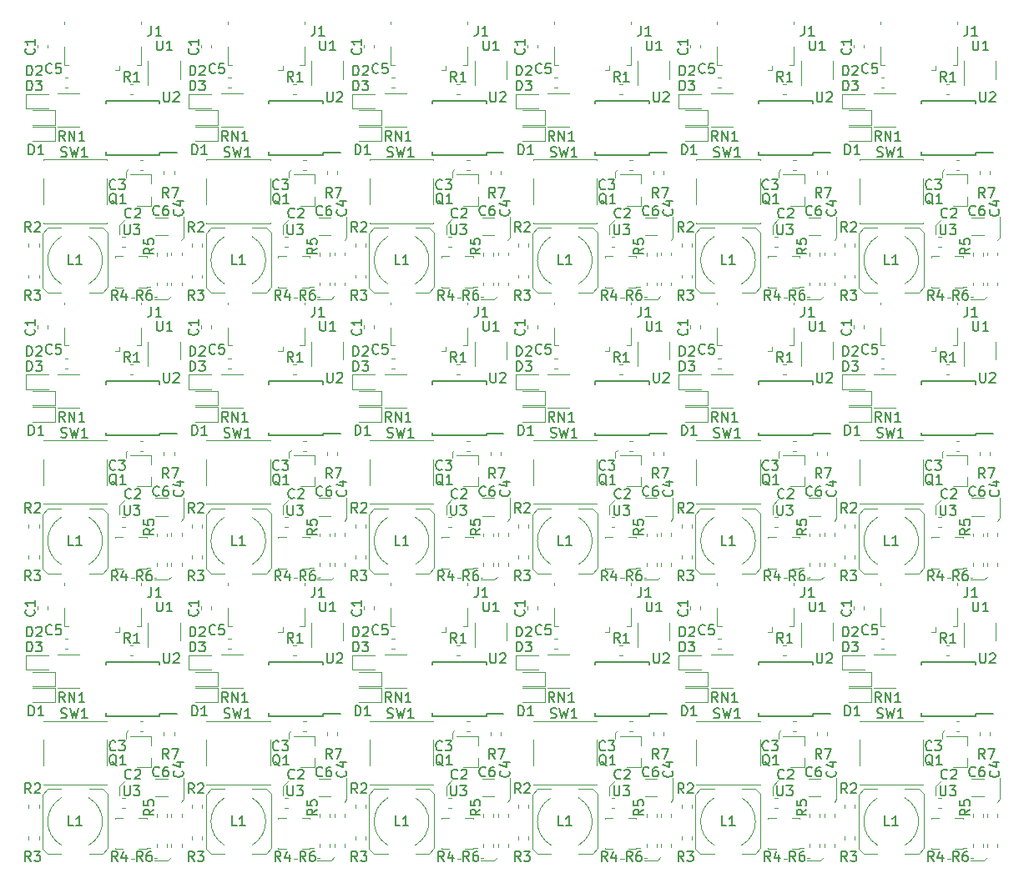
<source format=gbr>
G04 #@! TF.GenerationSoftware,KiCad,Pcbnew,(5.1.2)-2*
G04 #@! TF.CreationDate,2019-08-12T20:21:23-04:00*
G04 #@! TF.ProjectId,v2_panelized,76325f70-616e-4656-9c69-7a65642e6b69,rev?*
G04 #@! TF.SameCoordinates,Original*
G04 #@! TF.FileFunction,Legend,Top*
G04 #@! TF.FilePolarity,Positive*
%FSLAX46Y46*%
G04 Gerber Fmt 4.6, Leading zero omitted, Abs format (unit mm)*
G04 Created by KiCad (PCBNEW (5.1.2)-2) date 2019-08-12 20:21:23*
%MOMM*%
%LPD*%
G04 APERTURE LIST*
%ADD10C,0.120000*%
%ADD11C,0.150000*%
G04 APERTURE END LIST*
D10*
X232456810Y-20470804D02*
X232456810Y-22553604D01*
X232456810Y8027198D02*
X232456810Y5944398D01*
X232456810Y36525200D02*
X232456810Y34442400D01*
X215896808Y-20470804D02*
X215896808Y-22553604D01*
X215896808Y8027198D02*
X215896808Y5944398D01*
X215896808Y36525200D02*
X215896808Y34442400D01*
X199336806Y-20470804D02*
X199336806Y-22553604D01*
X199336806Y8027198D02*
X199336806Y5944398D01*
X199336806Y36525200D02*
X199336806Y34442400D01*
X182776804Y-20470804D02*
X182776804Y-22553604D01*
X182776804Y8027198D02*
X182776804Y5944398D01*
X182776804Y36525200D02*
X182776804Y34442400D01*
X166216802Y-20470804D02*
X166216802Y-22553604D01*
X166216802Y8027198D02*
X166216802Y5944398D01*
X166216802Y36525200D02*
X166216802Y34442400D01*
X149656800Y-20470804D02*
X149656800Y-22553604D01*
X149656800Y8027198D02*
X149656800Y5944398D01*
X232456810Y-22553604D02*
X232253610Y-22858404D01*
X232456810Y5944398D02*
X232253610Y5639598D01*
X232456810Y34442400D02*
X232253610Y34137600D01*
X215896808Y-22553604D02*
X215693608Y-22858404D01*
X215896808Y5944398D02*
X215693608Y5639598D01*
X215896808Y34442400D02*
X215693608Y34137600D01*
X199336806Y-22553604D02*
X199133606Y-22858404D01*
X199336806Y5944398D02*
X199133606Y5639598D01*
X199336806Y34442400D02*
X199133606Y34137600D01*
X182776804Y-22553604D02*
X182573604Y-22858404D01*
X182776804Y5944398D02*
X182573604Y5639598D01*
X182776804Y34442400D02*
X182573604Y34137600D01*
X166216802Y-22553604D02*
X166013602Y-22858404D01*
X166216802Y5944398D02*
X166013602Y5639598D01*
X166216802Y34442400D02*
X166013602Y34137600D01*
X149656800Y-22553604D02*
X149453600Y-22858404D01*
X149656800Y5944398D02*
X149453600Y5639598D01*
X226564010Y-20674004D02*
X226005210Y-21283604D01*
X226564010Y7823998D02*
X226005210Y7214398D01*
X226564010Y36322000D02*
X226005210Y35712400D01*
X210004008Y-20674004D02*
X209445208Y-21283604D01*
X210004008Y7823998D02*
X209445208Y7214398D01*
X210004008Y36322000D02*
X209445208Y35712400D01*
X193444006Y-20674004D02*
X192885206Y-21283604D01*
X193444006Y7823998D02*
X192885206Y7214398D01*
X193444006Y36322000D02*
X192885206Y35712400D01*
X176884004Y-20674004D02*
X176325204Y-21283604D01*
X176884004Y7823998D02*
X176325204Y7214398D01*
X176884004Y36322000D02*
X176325204Y35712400D01*
X160324002Y-20674004D02*
X159765202Y-21283604D01*
X160324002Y7823998D02*
X159765202Y7214398D01*
X160324002Y36322000D02*
X159765202Y35712400D01*
X143764000Y-20674004D02*
X143205200Y-21283604D01*
X143764000Y7823998D02*
X143205200Y7214398D01*
X226005210Y-21283604D02*
X226005210Y-22198004D01*
X226005210Y7214398D02*
X226005210Y6299998D01*
X226005210Y35712400D02*
X226005210Y34798000D01*
X209445208Y-21283604D02*
X209445208Y-22198004D01*
X209445208Y7214398D02*
X209445208Y6299998D01*
X209445208Y35712400D02*
X209445208Y34798000D01*
X192885206Y-21283604D02*
X192885206Y-22198004D01*
X192885206Y7214398D02*
X192885206Y6299998D01*
X192885206Y35712400D02*
X192885206Y34798000D01*
X176325204Y-21283604D02*
X176325204Y-22198004D01*
X176325204Y7214398D02*
X176325204Y6299998D01*
X176325204Y35712400D02*
X176325204Y34798000D01*
X159765202Y-21283604D02*
X159765202Y-22198004D01*
X159765202Y7214398D02*
X159765202Y6299998D01*
X159765202Y35712400D02*
X159765202Y34798000D01*
X143205200Y-21283604D02*
X143205200Y-22198004D01*
X143205200Y7214398D02*
X143205200Y6299998D01*
X229510410Y-28802004D02*
X230882010Y-28802004D01*
X229510410Y-304002D02*
X230882010Y-304002D01*
X229510410Y28194000D02*
X230882010Y28194000D01*
X212950408Y-28802004D02*
X214322008Y-28802004D01*
X212950408Y-304002D02*
X214322008Y-304002D01*
X212950408Y28194000D02*
X214322008Y28194000D01*
X196390406Y-28802004D02*
X197762006Y-28802004D01*
X196390406Y-304002D02*
X197762006Y-304002D01*
X196390406Y28194000D02*
X197762006Y28194000D01*
X179830404Y-28802004D02*
X181202004Y-28802004D01*
X179830404Y-304002D02*
X181202004Y-304002D01*
X179830404Y28194000D02*
X181202004Y28194000D01*
X163270402Y-28802004D02*
X164642002Y-28802004D01*
X163270402Y-304002D02*
X164642002Y-304002D01*
X163270402Y28194000D02*
X164642002Y28194000D01*
X146710400Y-28802004D02*
X148082000Y-28802004D01*
X146710400Y-304002D02*
X148082000Y-304002D01*
X230882010Y-28802004D02*
X231186810Y-28497204D01*
X230882010Y-304002D02*
X231186810Y798D01*
X230882010Y28194000D02*
X231186810Y28498800D01*
X214322008Y-28802004D02*
X214626808Y-28497204D01*
X214322008Y-304002D02*
X214626808Y798D01*
X214322008Y28194000D02*
X214626808Y28498800D01*
X197762006Y-28802004D02*
X198066806Y-28497204D01*
X197762006Y-304002D02*
X198066806Y798D01*
X197762006Y28194000D02*
X198066806Y28498800D01*
X181202004Y-28802004D02*
X181506804Y-28497204D01*
X181202004Y-304002D02*
X181506804Y798D01*
X181202004Y28194000D02*
X181506804Y28498800D01*
X164642002Y-28802004D02*
X164946802Y-28497204D01*
X164642002Y-304002D02*
X164946802Y798D01*
X164642002Y28194000D02*
X164946802Y28498800D01*
X148082000Y-28802004D02*
X148386800Y-28497204D01*
X148082000Y-304002D02*
X148386800Y798D01*
X227122810Y-28649604D02*
X227478410Y-28649604D01*
X227122810Y-151602D02*
X227478410Y-151602D01*
X227122810Y28346400D02*
X227478410Y28346400D01*
X210562808Y-28649604D02*
X210918408Y-28649604D01*
X210562808Y-151602D02*
X210918408Y-151602D01*
X210562808Y28346400D02*
X210918408Y28346400D01*
X194002806Y-28649604D02*
X194358406Y-28649604D01*
X194002806Y-151602D02*
X194358406Y-151602D01*
X194002806Y28346400D02*
X194358406Y28346400D01*
X177442804Y-28649604D02*
X177798404Y-28649604D01*
X177442804Y-151602D02*
X177798404Y-151602D01*
X177442804Y28346400D02*
X177798404Y28346400D01*
X160882802Y-28649604D02*
X161238402Y-28649604D01*
X160882802Y-151602D02*
X161238402Y-151602D01*
X160882802Y28346400D02*
X161238402Y28346400D01*
X144322800Y-28649604D02*
X144678400Y-28649604D01*
X144322800Y-151602D02*
X144678400Y-151602D01*
X229510410Y-28598804D02*
X229713610Y-28598804D01*
X229510410Y-100802D02*
X229713610Y-100802D01*
X229510410Y28397200D02*
X229713610Y28397200D01*
X212950408Y-28598804D02*
X213153608Y-28598804D01*
X212950408Y-100802D02*
X213153608Y-100802D01*
X212950408Y28397200D02*
X213153608Y28397200D01*
X196390406Y-28598804D02*
X196593606Y-28598804D01*
X196390406Y-100802D02*
X196593606Y-100802D01*
X196390406Y28397200D02*
X196593606Y28397200D01*
X179830404Y-28598804D02*
X180033604Y-28598804D01*
X179830404Y-100802D02*
X180033604Y-100802D01*
X179830404Y28397200D02*
X180033604Y28397200D01*
X163270402Y-28598804D02*
X163473602Y-28598804D01*
X163270402Y-100802D02*
X163473602Y-100802D01*
X163270402Y28397200D02*
X163473602Y28397200D01*
X146710400Y-28598804D02*
X146913600Y-28598804D01*
X146710400Y-100802D02*
X146913600Y-100802D01*
X229713610Y-28598804D02*
X229764410Y-28548004D01*
X229713610Y-100802D02*
X229764410Y-50002D01*
X229713610Y28397200D02*
X229764410Y28448000D01*
X213153608Y-28598804D02*
X213204408Y-28548004D01*
X213153608Y-100802D02*
X213204408Y-50002D01*
X213153608Y28397200D02*
X213204408Y28448000D01*
X196593606Y-28598804D02*
X196644406Y-28548004D01*
X196593606Y-100802D02*
X196644406Y-50002D01*
X196593606Y28397200D02*
X196644406Y28448000D01*
X180033604Y-28598804D02*
X180084404Y-28548004D01*
X180033604Y-100802D02*
X180084404Y-50002D01*
X180033604Y28397200D02*
X180084404Y28448000D01*
X163473602Y-28598804D02*
X163524402Y-28548004D01*
X163473602Y-100802D02*
X163524402Y-50002D01*
X163473602Y28397200D02*
X163524402Y28448000D01*
X146913600Y-28598804D02*
X146964400Y-28548004D01*
X146913600Y-100802D02*
X146964400Y-50002D01*
X226614810Y-16457604D02*
X226614810Y-15848004D01*
X226614810Y12040398D02*
X226614810Y12649998D01*
X226614810Y40538400D02*
X226614810Y41148000D01*
X210054808Y-16457604D02*
X210054808Y-15848004D01*
X210054808Y12040398D02*
X210054808Y12649998D01*
X210054808Y40538400D02*
X210054808Y41148000D01*
X193494806Y-16457604D02*
X193494806Y-15848004D01*
X193494806Y12040398D02*
X193494806Y12649998D01*
X193494806Y40538400D02*
X193494806Y41148000D01*
X176934804Y-16457604D02*
X176934804Y-15848004D01*
X176934804Y12040398D02*
X176934804Y12649998D01*
X176934804Y40538400D02*
X176934804Y41148000D01*
X160374802Y-16457604D02*
X160374802Y-15848004D01*
X160374802Y12040398D02*
X160374802Y12649998D01*
X160374802Y40538400D02*
X160374802Y41148000D01*
X143814800Y-16457604D02*
X143814800Y-15848004D01*
X143814800Y12040398D02*
X143814800Y12649998D01*
X226614810Y-15848004D02*
X226818010Y-15644804D01*
X226614810Y12649998D02*
X226818010Y12853198D01*
X226614810Y41148000D02*
X226818010Y41351200D01*
X210054808Y-15848004D02*
X210258008Y-15644804D01*
X210054808Y12649998D02*
X210258008Y12853198D01*
X210054808Y41148000D02*
X210258008Y41351200D01*
X193494806Y-15848004D02*
X193698006Y-15644804D01*
X193494806Y12649998D02*
X193698006Y12853198D01*
X193494806Y41148000D02*
X193698006Y41351200D01*
X176934804Y-15848004D02*
X177138004Y-15644804D01*
X176934804Y12649998D02*
X177138004Y12853198D01*
X176934804Y41148000D02*
X177138004Y41351200D01*
X160374802Y-15848004D02*
X160578002Y-15644804D01*
X160374802Y12649998D02*
X160578002Y12853198D01*
X160374802Y41148000D02*
X160578002Y41351200D01*
X143814800Y-15848004D02*
X144018000Y-15644804D01*
X143814800Y12649998D02*
X144018000Y12853198D01*
X143814800Y41148000D02*
X144018000Y41351200D01*
X143814800Y40538400D02*
X143814800Y41148000D01*
X146913600Y28397200D02*
X146964400Y28448000D01*
X146710400Y28397200D02*
X146913600Y28397200D01*
X144322800Y28346400D02*
X144678400Y28346400D01*
X148082000Y28194000D02*
X148386800Y28498800D01*
X146710400Y28194000D02*
X148082000Y28194000D01*
X143205200Y35712400D02*
X143205200Y34798000D01*
X143764000Y36322000D02*
X143205200Y35712400D01*
X149656800Y34442400D02*
X149453600Y34137600D01*
X149656800Y36525200D02*
X149656800Y34442400D01*
X229644946Y-22346004D02*
X230849074Y-22346004D01*
X229644946Y-20526004D02*
X230849074Y-20526004D01*
X229644946Y6151998D02*
X230849074Y6151998D01*
X229644946Y7971998D02*
X230849074Y7971998D01*
X229644946Y34650000D02*
X230849074Y34650000D01*
X229644946Y36470000D02*
X230849074Y36470000D01*
X213084944Y-22346004D02*
X214289072Y-22346004D01*
X213084944Y-20526004D02*
X214289072Y-20526004D01*
X213084944Y6151998D02*
X214289072Y6151998D01*
X213084944Y7971998D02*
X214289072Y7971998D01*
X213084944Y34650000D02*
X214289072Y34650000D01*
X213084944Y36470000D02*
X214289072Y36470000D01*
X196524942Y-22346004D02*
X197729070Y-22346004D01*
X196524942Y-20526004D02*
X197729070Y-20526004D01*
X196524942Y6151998D02*
X197729070Y6151998D01*
X196524942Y7971998D02*
X197729070Y7971998D01*
X196524942Y34650000D02*
X197729070Y34650000D01*
X196524942Y36470000D02*
X197729070Y36470000D01*
X179964940Y-22346004D02*
X181169068Y-22346004D01*
X179964940Y-20526004D02*
X181169068Y-20526004D01*
X179964940Y6151998D02*
X181169068Y6151998D01*
X179964940Y7971998D02*
X181169068Y7971998D01*
X179964940Y34650000D02*
X181169068Y34650000D01*
X179964940Y36470000D02*
X181169068Y36470000D01*
X163404938Y-22346004D02*
X164609066Y-22346004D01*
X163404938Y-20526004D02*
X164609066Y-20526004D01*
X163404938Y6151998D02*
X164609066Y6151998D01*
X163404938Y7971998D02*
X164609066Y7971998D01*
X163404938Y34650000D02*
X164609066Y34650000D01*
X163404938Y36470000D02*
X164609066Y36470000D01*
X146844936Y-22346004D02*
X148049064Y-22346004D01*
X146844936Y-20526004D02*
X148049064Y-20526004D01*
X146844936Y6151998D02*
X148049064Y6151998D01*
X146844936Y7971998D02*
X148049064Y7971998D01*
X218254010Y-21110004D02*
X224714010Y-21110004D01*
X218254010Y-16580004D02*
X218254010Y-19180004D01*
X218254010Y-14650004D02*
X224714010Y-14650004D01*
X224714010Y-16580004D02*
X224714010Y-19180004D01*
X218254010Y-14680004D02*
X218254010Y-14650004D01*
X218254010Y-21110004D02*
X218254010Y-21080004D01*
X224714010Y-21110004D02*
X224714010Y-21080004D01*
X224714010Y-14650004D02*
X224714010Y-14680004D01*
X218254010Y7387998D02*
X224714010Y7387998D01*
X218254010Y11917998D02*
X218254010Y9317998D01*
X218254010Y13847998D02*
X224714010Y13847998D01*
X224714010Y11917998D02*
X224714010Y9317998D01*
X218254010Y13817998D02*
X218254010Y13847998D01*
X218254010Y7387998D02*
X218254010Y7417998D01*
X224714010Y7387998D02*
X224714010Y7417998D01*
X224714010Y13847998D02*
X224714010Y13817998D01*
X218254010Y35886000D02*
X224714010Y35886000D01*
X218254010Y40416000D02*
X218254010Y37816000D01*
X218254010Y42346000D02*
X224714010Y42346000D01*
X224714010Y40416000D02*
X224714010Y37816000D01*
X218254010Y42316000D02*
X218254010Y42346000D01*
X218254010Y35886000D02*
X218254010Y35916000D01*
X224714010Y35886000D02*
X224714010Y35916000D01*
X224714010Y42346000D02*
X224714010Y42316000D01*
X201694008Y-21110004D02*
X208154008Y-21110004D01*
X201694008Y-16580004D02*
X201694008Y-19180004D01*
X201694008Y-14650004D02*
X208154008Y-14650004D01*
X208154008Y-16580004D02*
X208154008Y-19180004D01*
X201694008Y-14680004D02*
X201694008Y-14650004D01*
X201694008Y-21110004D02*
X201694008Y-21080004D01*
X208154008Y-21110004D02*
X208154008Y-21080004D01*
X208154008Y-14650004D02*
X208154008Y-14680004D01*
X201694008Y7387998D02*
X208154008Y7387998D01*
X201694008Y11917998D02*
X201694008Y9317998D01*
X201694008Y13847998D02*
X208154008Y13847998D01*
X208154008Y11917998D02*
X208154008Y9317998D01*
X201694008Y13817998D02*
X201694008Y13847998D01*
X201694008Y7387998D02*
X201694008Y7417998D01*
X208154008Y7387998D02*
X208154008Y7417998D01*
X208154008Y13847998D02*
X208154008Y13817998D01*
X201694008Y35886000D02*
X208154008Y35886000D01*
X201694008Y40416000D02*
X201694008Y37816000D01*
X201694008Y42346000D02*
X208154008Y42346000D01*
X208154008Y40416000D02*
X208154008Y37816000D01*
X201694008Y42316000D02*
X201694008Y42346000D01*
X201694008Y35886000D02*
X201694008Y35916000D01*
X208154008Y35886000D02*
X208154008Y35916000D01*
X208154008Y42346000D02*
X208154008Y42316000D01*
X185134006Y-21110004D02*
X191594006Y-21110004D01*
X185134006Y-16580004D02*
X185134006Y-19180004D01*
X185134006Y-14650004D02*
X191594006Y-14650004D01*
X191594006Y-16580004D02*
X191594006Y-19180004D01*
X185134006Y-14680004D02*
X185134006Y-14650004D01*
X185134006Y-21110004D02*
X185134006Y-21080004D01*
X191594006Y-21110004D02*
X191594006Y-21080004D01*
X191594006Y-14650004D02*
X191594006Y-14680004D01*
X185134006Y7387998D02*
X191594006Y7387998D01*
X185134006Y11917998D02*
X185134006Y9317998D01*
X185134006Y13847998D02*
X191594006Y13847998D01*
X191594006Y11917998D02*
X191594006Y9317998D01*
X185134006Y13817998D02*
X185134006Y13847998D01*
X185134006Y7387998D02*
X185134006Y7417998D01*
X191594006Y7387998D02*
X191594006Y7417998D01*
X191594006Y13847998D02*
X191594006Y13817998D01*
X185134006Y35886000D02*
X191594006Y35886000D01*
X185134006Y40416000D02*
X185134006Y37816000D01*
X185134006Y42346000D02*
X191594006Y42346000D01*
X191594006Y40416000D02*
X191594006Y37816000D01*
X185134006Y42316000D02*
X185134006Y42346000D01*
X185134006Y35886000D02*
X185134006Y35916000D01*
X191594006Y35886000D02*
X191594006Y35916000D01*
X191594006Y42346000D02*
X191594006Y42316000D01*
X168574004Y-21110004D02*
X175034004Y-21110004D01*
X168574004Y-16580004D02*
X168574004Y-19180004D01*
X168574004Y-14650004D02*
X175034004Y-14650004D01*
X175034004Y-16580004D02*
X175034004Y-19180004D01*
X168574004Y-14680004D02*
X168574004Y-14650004D01*
X168574004Y-21110004D02*
X168574004Y-21080004D01*
X175034004Y-21110004D02*
X175034004Y-21080004D01*
X175034004Y-14650004D02*
X175034004Y-14680004D01*
X168574004Y7387998D02*
X175034004Y7387998D01*
X168574004Y11917998D02*
X168574004Y9317998D01*
X168574004Y13847998D02*
X175034004Y13847998D01*
X175034004Y11917998D02*
X175034004Y9317998D01*
X168574004Y13817998D02*
X168574004Y13847998D01*
X168574004Y7387998D02*
X168574004Y7417998D01*
X175034004Y7387998D02*
X175034004Y7417998D01*
X175034004Y13847998D02*
X175034004Y13817998D01*
X168574004Y35886000D02*
X175034004Y35886000D01*
X168574004Y40416000D02*
X168574004Y37816000D01*
X168574004Y42346000D02*
X175034004Y42346000D01*
X175034004Y40416000D02*
X175034004Y37816000D01*
X168574004Y42316000D02*
X168574004Y42346000D01*
X168574004Y35886000D02*
X168574004Y35916000D01*
X175034004Y35886000D02*
X175034004Y35916000D01*
X175034004Y42346000D02*
X175034004Y42316000D01*
X152014002Y-21110004D02*
X158474002Y-21110004D01*
X152014002Y-16580004D02*
X152014002Y-19180004D01*
X152014002Y-14650004D02*
X158474002Y-14650004D01*
X158474002Y-16580004D02*
X158474002Y-19180004D01*
X152014002Y-14680004D02*
X152014002Y-14650004D01*
X152014002Y-21110004D02*
X152014002Y-21080004D01*
X158474002Y-21110004D02*
X158474002Y-21080004D01*
X158474002Y-14650004D02*
X158474002Y-14680004D01*
X152014002Y7387998D02*
X158474002Y7387998D01*
X152014002Y11917998D02*
X152014002Y9317998D01*
X152014002Y13847998D02*
X158474002Y13847998D01*
X158474002Y11917998D02*
X158474002Y9317998D01*
X152014002Y13817998D02*
X152014002Y13847998D01*
X152014002Y7387998D02*
X152014002Y7417998D01*
X158474002Y7387998D02*
X158474002Y7417998D01*
X158474002Y13847998D02*
X158474002Y13817998D01*
X152014002Y35886000D02*
X158474002Y35886000D01*
X152014002Y40416000D02*
X152014002Y37816000D01*
X152014002Y42346000D02*
X158474002Y42346000D01*
X158474002Y40416000D02*
X158474002Y37816000D01*
X152014002Y42316000D02*
X152014002Y42346000D01*
X152014002Y35886000D02*
X152014002Y35916000D01*
X158474002Y35886000D02*
X158474002Y35916000D01*
X158474002Y42346000D02*
X158474002Y42316000D01*
X135454000Y-21110004D02*
X141914000Y-21110004D01*
X135454000Y-16580004D02*
X135454000Y-19180004D01*
X135454000Y-14650004D02*
X141914000Y-14650004D01*
X141914000Y-16580004D02*
X141914000Y-19180004D01*
X135454000Y-14680004D02*
X135454000Y-14650004D01*
X135454000Y-21110004D02*
X135454000Y-21080004D01*
X141914000Y-21110004D02*
X141914000Y-21080004D01*
X141914000Y-14650004D02*
X141914000Y-14680004D01*
X135454000Y7387998D02*
X141914000Y7387998D01*
X135454000Y11917998D02*
X135454000Y9317998D01*
X135454000Y13847998D02*
X141914000Y13847998D01*
X141914000Y11917998D02*
X141914000Y9317998D01*
X135454000Y13817998D02*
X135454000Y13847998D01*
X135454000Y7387998D02*
X135454000Y7417998D01*
X141914000Y7387998D02*
X141914000Y7417998D01*
X141914000Y13847998D02*
X141914000Y13817998D01*
X225978010Y-5587504D02*
X225978010Y-5137504D01*
X225978010Y-5587504D02*
X225528010Y-5587504D01*
X220378010Y-5037504D02*
X220828010Y-5037504D01*
X220378010Y-3187504D02*
X220378010Y-5037504D01*
X228178010Y-637504D02*
X228178010Y-887504D01*
X220378010Y-637504D02*
X220378010Y-887504D01*
X228178010Y-3187504D02*
X228178010Y-5037504D01*
X228178010Y-5037504D02*
X227728010Y-5037504D01*
X225978010Y22910498D02*
X225978010Y23360498D01*
X225978010Y22910498D02*
X225528010Y22910498D01*
X220378010Y23460498D02*
X220828010Y23460498D01*
X220378010Y25310498D02*
X220378010Y23460498D01*
X228178010Y27860498D02*
X228178010Y27610498D01*
X220378010Y27860498D02*
X220378010Y27610498D01*
X228178010Y25310498D02*
X228178010Y23460498D01*
X228178010Y23460498D02*
X227728010Y23460498D01*
X225978010Y51408500D02*
X225978010Y51858500D01*
X225978010Y51408500D02*
X225528010Y51408500D01*
X220378010Y51958500D02*
X220828010Y51958500D01*
X220378010Y53808500D02*
X220378010Y51958500D01*
X228178010Y56358500D02*
X228178010Y56108500D01*
X220378010Y56358500D02*
X220378010Y56108500D01*
X228178010Y53808500D02*
X228178010Y51958500D01*
X228178010Y51958500D02*
X227728010Y51958500D01*
X209418008Y-5587504D02*
X209418008Y-5137504D01*
X209418008Y-5587504D02*
X208968008Y-5587504D01*
X203818008Y-5037504D02*
X204268008Y-5037504D01*
X203818008Y-3187504D02*
X203818008Y-5037504D01*
X211618008Y-637504D02*
X211618008Y-887504D01*
X203818008Y-637504D02*
X203818008Y-887504D01*
X211618008Y-3187504D02*
X211618008Y-5037504D01*
X211618008Y-5037504D02*
X211168008Y-5037504D01*
X209418008Y22910498D02*
X209418008Y23360498D01*
X209418008Y22910498D02*
X208968008Y22910498D01*
X203818008Y23460498D02*
X204268008Y23460498D01*
X203818008Y25310498D02*
X203818008Y23460498D01*
X211618008Y27860498D02*
X211618008Y27610498D01*
X203818008Y27860498D02*
X203818008Y27610498D01*
X211618008Y25310498D02*
X211618008Y23460498D01*
X211618008Y23460498D02*
X211168008Y23460498D01*
X209418008Y51408500D02*
X209418008Y51858500D01*
X209418008Y51408500D02*
X208968008Y51408500D01*
X203818008Y51958500D02*
X204268008Y51958500D01*
X203818008Y53808500D02*
X203818008Y51958500D01*
X211618008Y56358500D02*
X211618008Y56108500D01*
X203818008Y56358500D02*
X203818008Y56108500D01*
X211618008Y53808500D02*
X211618008Y51958500D01*
X211618008Y51958500D02*
X211168008Y51958500D01*
X192858006Y-5587504D02*
X192858006Y-5137504D01*
X192858006Y-5587504D02*
X192408006Y-5587504D01*
X187258006Y-5037504D02*
X187708006Y-5037504D01*
X187258006Y-3187504D02*
X187258006Y-5037504D01*
X195058006Y-637504D02*
X195058006Y-887504D01*
X187258006Y-637504D02*
X187258006Y-887504D01*
X195058006Y-3187504D02*
X195058006Y-5037504D01*
X195058006Y-5037504D02*
X194608006Y-5037504D01*
X192858006Y22910498D02*
X192858006Y23360498D01*
X192858006Y22910498D02*
X192408006Y22910498D01*
X187258006Y23460498D02*
X187708006Y23460498D01*
X187258006Y25310498D02*
X187258006Y23460498D01*
X195058006Y27860498D02*
X195058006Y27610498D01*
X187258006Y27860498D02*
X187258006Y27610498D01*
X195058006Y25310498D02*
X195058006Y23460498D01*
X195058006Y23460498D02*
X194608006Y23460498D01*
X192858006Y51408500D02*
X192858006Y51858500D01*
X192858006Y51408500D02*
X192408006Y51408500D01*
X187258006Y51958500D02*
X187708006Y51958500D01*
X187258006Y53808500D02*
X187258006Y51958500D01*
X195058006Y56358500D02*
X195058006Y56108500D01*
X187258006Y56358500D02*
X187258006Y56108500D01*
X195058006Y53808500D02*
X195058006Y51958500D01*
X195058006Y51958500D02*
X194608006Y51958500D01*
X176298004Y-5587504D02*
X176298004Y-5137504D01*
X176298004Y-5587504D02*
X175848004Y-5587504D01*
X170698004Y-5037504D02*
X171148004Y-5037504D01*
X170698004Y-3187504D02*
X170698004Y-5037504D01*
X178498004Y-637504D02*
X178498004Y-887504D01*
X170698004Y-637504D02*
X170698004Y-887504D01*
X178498004Y-3187504D02*
X178498004Y-5037504D01*
X178498004Y-5037504D02*
X178048004Y-5037504D01*
X176298004Y22910498D02*
X176298004Y23360498D01*
X176298004Y22910498D02*
X175848004Y22910498D01*
X170698004Y23460498D02*
X171148004Y23460498D01*
X170698004Y25310498D02*
X170698004Y23460498D01*
X178498004Y27860498D02*
X178498004Y27610498D01*
X170698004Y27860498D02*
X170698004Y27610498D01*
X178498004Y25310498D02*
X178498004Y23460498D01*
X178498004Y23460498D02*
X178048004Y23460498D01*
X176298004Y51408500D02*
X176298004Y51858500D01*
X176298004Y51408500D02*
X175848004Y51408500D01*
X170698004Y51958500D02*
X171148004Y51958500D01*
X170698004Y53808500D02*
X170698004Y51958500D01*
X178498004Y56358500D02*
X178498004Y56108500D01*
X170698004Y56358500D02*
X170698004Y56108500D01*
X178498004Y53808500D02*
X178498004Y51958500D01*
X178498004Y51958500D02*
X178048004Y51958500D01*
X159738002Y-5587504D02*
X159738002Y-5137504D01*
X159738002Y-5587504D02*
X159288002Y-5587504D01*
X154138002Y-5037504D02*
X154588002Y-5037504D01*
X154138002Y-3187504D02*
X154138002Y-5037504D01*
X161938002Y-637504D02*
X161938002Y-887504D01*
X154138002Y-637504D02*
X154138002Y-887504D01*
X161938002Y-3187504D02*
X161938002Y-5037504D01*
X161938002Y-5037504D02*
X161488002Y-5037504D01*
X159738002Y22910498D02*
X159738002Y23360498D01*
X159738002Y22910498D02*
X159288002Y22910498D01*
X154138002Y23460498D02*
X154588002Y23460498D01*
X154138002Y25310498D02*
X154138002Y23460498D01*
X161938002Y27860498D02*
X161938002Y27610498D01*
X154138002Y27860498D02*
X154138002Y27610498D01*
X161938002Y25310498D02*
X161938002Y23460498D01*
X161938002Y23460498D02*
X161488002Y23460498D01*
X159738002Y51408500D02*
X159738002Y51858500D01*
X159738002Y51408500D02*
X159288002Y51408500D01*
X154138002Y51958500D02*
X154588002Y51958500D01*
X154138002Y53808500D02*
X154138002Y51958500D01*
X161938002Y56358500D02*
X161938002Y56108500D01*
X154138002Y56358500D02*
X154138002Y56108500D01*
X161938002Y53808500D02*
X161938002Y51958500D01*
X161938002Y51958500D02*
X161488002Y51958500D01*
X143178000Y-5587504D02*
X143178000Y-5137504D01*
X143178000Y-5587504D02*
X142728000Y-5587504D01*
X137578000Y-5037504D02*
X138028000Y-5037504D01*
X137578000Y-3187504D02*
X137578000Y-5037504D01*
X145378000Y-637504D02*
X145378000Y-887504D01*
X137578000Y-637504D02*
X137578000Y-887504D01*
X145378000Y-3187504D02*
X145378000Y-5037504D01*
X145378000Y-5037504D02*
X144928000Y-5037504D01*
X143178000Y22910498D02*
X143178000Y23360498D01*
X143178000Y22910498D02*
X142728000Y22910498D01*
X137578000Y23460498D02*
X138028000Y23460498D01*
X137578000Y25310498D02*
X137578000Y23460498D01*
X145378000Y27860498D02*
X145378000Y27610498D01*
X137578000Y27860498D02*
X137578000Y27610498D01*
X145378000Y25310498D02*
X145378000Y23460498D01*
X145378000Y23460498D02*
X144928000Y23460498D01*
X228735510Y-27571504D02*
X229135510Y-27571504D01*
X225535510Y-24471504D02*
X225535510Y-24571504D01*
X226335510Y-24471504D02*
X225535510Y-24471504D01*
X228735510Y-24471504D02*
X227935510Y-24471504D01*
X228735510Y-24571504D02*
X228735510Y-24471504D01*
X225535510Y-27671504D02*
X225535510Y-27571504D01*
X226335510Y-27671504D02*
X225535510Y-27671504D01*
X228735510Y-27671504D02*
X228735510Y-27571504D01*
X227935510Y-27671504D02*
X228735510Y-27671504D01*
X228735510Y926498D02*
X229135510Y926498D01*
X225535510Y4026498D02*
X225535510Y3926498D01*
X226335510Y4026498D02*
X225535510Y4026498D01*
X228735510Y4026498D02*
X227935510Y4026498D01*
X228735510Y3926498D02*
X228735510Y4026498D01*
X225535510Y826498D02*
X225535510Y926498D01*
X226335510Y826498D02*
X225535510Y826498D01*
X228735510Y826498D02*
X228735510Y926498D01*
X227935510Y826498D02*
X228735510Y826498D01*
X228735510Y29424500D02*
X229135510Y29424500D01*
X225535510Y32524500D02*
X225535510Y32424500D01*
X226335510Y32524500D02*
X225535510Y32524500D01*
X228735510Y32524500D02*
X227935510Y32524500D01*
X228735510Y32424500D02*
X228735510Y32524500D01*
X225535510Y29324500D02*
X225535510Y29424500D01*
X226335510Y29324500D02*
X225535510Y29324500D01*
X228735510Y29324500D02*
X228735510Y29424500D01*
X227935510Y29324500D02*
X228735510Y29324500D01*
X212175508Y-27571504D02*
X212575508Y-27571504D01*
X208975508Y-24471504D02*
X208975508Y-24571504D01*
X209775508Y-24471504D02*
X208975508Y-24471504D01*
X212175508Y-24471504D02*
X211375508Y-24471504D01*
X212175508Y-24571504D02*
X212175508Y-24471504D01*
X208975508Y-27671504D02*
X208975508Y-27571504D01*
X209775508Y-27671504D02*
X208975508Y-27671504D01*
X212175508Y-27671504D02*
X212175508Y-27571504D01*
X211375508Y-27671504D02*
X212175508Y-27671504D01*
X212175508Y926498D02*
X212575508Y926498D01*
X208975508Y4026498D02*
X208975508Y3926498D01*
X209775508Y4026498D02*
X208975508Y4026498D01*
X212175508Y4026498D02*
X211375508Y4026498D01*
X212175508Y3926498D02*
X212175508Y4026498D01*
X208975508Y826498D02*
X208975508Y926498D01*
X209775508Y826498D02*
X208975508Y826498D01*
X212175508Y826498D02*
X212175508Y926498D01*
X211375508Y826498D02*
X212175508Y826498D01*
X212175508Y29424500D02*
X212575508Y29424500D01*
X208975508Y32524500D02*
X208975508Y32424500D01*
X209775508Y32524500D02*
X208975508Y32524500D01*
X212175508Y32524500D02*
X211375508Y32524500D01*
X212175508Y32424500D02*
X212175508Y32524500D01*
X208975508Y29324500D02*
X208975508Y29424500D01*
X209775508Y29324500D02*
X208975508Y29324500D01*
X212175508Y29324500D02*
X212175508Y29424500D01*
X211375508Y29324500D02*
X212175508Y29324500D01*
X195615506Y-27571504D02*
X196015506Y-27571504D01*
X192415506Y-24471504D02*
X192415506Y-24571504D01*
X193215506Y-24471504D02*
X192415506Y-24471504D01*
X195615506Y-24471504D02*
X194815506Y-24471504D01*
X195615506Y-24571504D02*
X195615506Y-24471504D01*
X192415506Y-27671504D02*
X192415506Y-27571504D01*
X193215506Y-27671504D02*
X192415506Y-27671504D01*
X195615506Y-27671504D02*
X195615506Y-27571504D01*
X194815506Y-27671504D02*
X195615506Y-27671504D01*
X195615506Y926498D02*
X196015506Y926498D01*
X192415506Y4026498D02*
X192415506Y3926498D01*
X193215506Y4026498D02*
X192415506Y4026498D01*
X195615506Y4026498D02*
X194815506Y4026498D01*
X195615506Y3926498D02*
X195615506Y4026498D01*
X192415506Y826498D02*
X192415506Y926498D01*
X193215506Y826498D02*
X192415506Y826498D01*
X195615506Y826498D02*
X195615506Y926498D01*
X194815506Y826498D02*
X195615506Y826498D01*
X195615506Y29424500D02*
X196015506Y29424500D01*
X192415506Y32524500D02*
X192415506Y32424500D01*
X193215506Y32524500D02*
X192415506Y32524500D01*
X195615506Y32524500D02*
X194815506Y32524500D01*
X195615506Y32424500D02*
X195615506Y32524500D01*
X192415506Y29324500D02*
X192415506Y29424500D01*
X193215506Y29324500D02*
X192415506Y29324500D01*
X195615506Y29324500D02*
X195615506Y29424500D01*
X194815506Y29324500D02*
X195615506Y29324500D01*
X179055504Y-27571504D02*
X179455504Y-27571504D01*
X175855504Y-24471504D02*
X175855504Y-24571504D01*
X176655504Y-24471504D02*
X175855504Y-24471504D01*
X179055504Y-24471504D02*
X178255504Y-24471504D01*
X179055504Y-24571504D02*
X179055504Y-24471504D01*
X175855504Y-27671504D02*
X175855504Y-27571504D01*
X176655504Y-27671504D02*
X175855504Y-27671504D01*
X179055504Y-27671504D02*
X179055504Y-27571504D01*
X178255504Y-27671504D02*
X179055504Y-27671504D01*
X179055504Y926498D02*
X179455504Y926498D01*
X175855504Y4026498D02*
X175855504Y3926498D01*
X176655504Y4026498D02*
X175855504Y4026498D01*
X179055504Y4026498D02*
X178255504Y4026498D01*
X179055504Y3926498D02*
X179055504Y4026498D01*
X175855504Y826498D02*
X175855504Y926498D01*
X176655504Y826498D02*
X175855504Y826498D01*
X179055504Y826498D02*
X179055504Y926498D01*
X178255504Y826498D02*
X179055504Y826498D01*
X179055504Y29424500D02*
X179455504Y29424500D01*
X175855504Y32524500D02*
X175855504Y32424500D01*
X176655504Y32524500D02*
X175855504Y32524500D01*
X179055504Y32524500D02*
X178255504Y32524500D01*
X179055504Y32424500D02*
X179055504Y32524500D01*
X175855504Y29324500D02*
X175855504Y29424500D01*
X176655504Y29324500D02*
X175855504Y29324500D01*
X179055504Y29324500D02*
X179055504Y29424500D01*
X178255504Y29324500D02*
X179055504Y29324500D01*
X162495502Y-27571504D02*
X162895502Y-27571504D01*
X159295502Y-24471504D02*
X159295502Y-24571504D01*
X160095502Y-24471504D02*
X159295502Y-24471504D01*
X162495502Y-24471504D02*
X161695502Y-24471504D01*
X162495502Y-24571504D02*
X162495502Y-24471504D01*
X159295502Y-27671504D02*
X159295502Y-27571504D01*
X160095502Y-27671504D02*
X159295502Y-27671504D01*
X162495502Y-27671504D02*
X162495502Y-27571504D01*
X161695502Y-27671504D02*
X162495502Y-27671504D01*
X162495502Y926498D02*
X162895502Y926498D01*
X159295502Y4026498D02*
X159295502Y3926498D01*
X160095502Y4026498D02*
X159295502Y4026498D01*
X162495502Y4026498D02*
X161695502Y4026498D01*
X162495502Y3926498D02*
X162495502Y4026498D01*
X159295502Y826498D02*
X159295502Y926498D01*
X160095502Y826498D02*
X159295502Y826498D01*
X162495502Y826498D02*
X162495502Y926498D01*
X161695502Y826498D02*
X162495502Y826498D01*
X162495502Y29424500D02*
X162895502Y29424500D01*
X159295502Y32524500D02*
X159295502Y32424500D01*
X160095502Y32524500D02*
X159295502Y32524500D01*
X162495502Y32524500D02*
X161695502Y32524500D01*
X162495502Y32424500D02*
X162495502Y32524500D01*
X159295502Y29324500D02*
X159295502Y29424500D01*
X160095502Y29324500D02*
X159295502Y29324500D01*
X162495502Y29324500D02*
X162495502Y29424500D01*
X161695502Y29324500D02*
X162495502Y29324500D01*
X145935500Y-27571504D02*
X146335500Y-27571504D01*
X142735500Y-24471504D02*
X142735500Y-24571504D01*
X143535500Y-24471504D02*
X142735500Y-24471504D01*
X145935500Y-24471504D02*
X145135500Y-24471504D01*
X145935500Y-24571504D02*
X145935500Y-24471504D01*
X142735500Y-27671504D02*
X142735500Y-27571504D01*
X143535500Y-27671504D02*
X142735500Y-27671504D01*
X145935500Y-27671504D02*
X145935500Y-27571504D01*
X145135500Y-27671504D02*
X145935500Y-27671504D01*
X145935500Y926498D02*
X146335500Y926498D01*
X142735500Y4026498D02*
X142735500Y3926498D01*
X143535500Y4026498D02*
X142735500Y4026498D01*
X145935500Y4026498D02*
X145135500Y4026498D01*
X145935500Y3926498D02*
X145935500Y4026498D01*
X142735500Y826498D02*
X142735500Y926498D01*
X143535500Y826498D02*
X142735500Y826498D01*
X145935500Y826498D02*
X145935500Y926498D01*
X145135500Y826498D02*
X145935500Y826498D01*
D11*
X230076010Y-14158004D02*
X230076010Y-13953004D01*
X224576010Y-14158004D02*
X224576010Y-13858004D01*
X224576010Y-8648004D02*
X224576010Y-8948004D01*
X230076010Y-8648004D02*
X230076010Y-8948004D01*
X230076010Y-14158004D02*
X224576010Y-14158004D01*
X230076010Y-8648004D02*
X224576010Y-8648004D01*
X230076010Y-13953004D02*
X231826010Y-13953004D01*
X230076010Y14339998D02*
X230076010Y14544998D01*
X224576010Y14339998D02*
X224576010Y14639998D01*
X224576010Y19849998D02*
X224576010Y19549998D01*
X230076010Y19849998D02*
X230076010Y19549998D01*
X230076010Y14339998D02*
X224576010Y14339998D01*
X230076010Y19849998D02*
X224576010Y19849998D01*
X230076010Y14544998D02*
X231826010Y14544998D01*
X230076010Y42838000D02*
X230076010Y43043000D01*
X224576010Y42838000D02*
X224576010Y43138000D01*
X224576010Y48348000D02*
X224576010Y48048000D01*
X230076010Y48348000D02*
X230076010Y48048000D01*
X230076010Y42838000D02*
X224576010Y42838000D01*
X230076010Y48348000D02*
X224576010Y48348000D01*
X230076010Y43043000D02*
X231826010Y43043000D01*
X213516008Y-14158004D02*
X213516008Y-13953004D01*
X208016008Y-14158004D02*
X208016008Y-13858004D01*
X208016008Y-8648004D02*
X208016008Y-8948004D01*
X213516008Y-8648004D02*
X213516008Y-8948004D01*
X213516008Y-14158004D02*
X208016008Y-14158004D01*
X213516008Y-8648004D02*
X208016008Y-8648004D01*
X213516008Y-13953004D02*
X215266008Y-13953004D01*
X213516008Y14339998D02*
X213516008Y14544998D01*
X208016008Y14339998D02*
X208016008Y14639998D01*
X208016008Y19849998D02*
X208016008Y19549998D01*
X213516008Y19849998D02*
X213516008Y19549998D01*
X213516008Y14339998D02*
X208016008Y14339998D01*
X213516008Y19849998D02*
X208016008Y19849998D01*
X213516008Y14544998D02*
X215266008Y14544998D01*
X213516008Y42838000D02*
X213516008Y43043000D01*
X208016008Y42838000D02*
X208016008Y43138000D01*
X208016008Y48348000D02*
X208016008Y48048000D01*
X213516008Y48348000D02*
X213516008Y48048000D01*
X213516008Y42838000D02*
X208016008Y42838000D01*
X213516008Y48348000D02*
X208016008Y48348000D01*
X213516008Y43043000D02*
X215266008Y43043000D01*
X196956006Y-14158004D02*
X196956006Y-13953004D01*
X191456006Y-14158004D02*
X191456006Y-13858004D01*
X191456006Y-8648004D02*
X191456006Y-8948004D01*
X196956006Y-8648004D02*
X196956006Y-8948004D01*
X196956006Y-14158004D02*
X191456006Y-14158004D01*
X196956006Y-8648004D02*
X191456006Y-8648004D01*
X196956006Y-13953004D02*
X198706006Y-13953004D01*
X196956006Y14339998D02*
X196956006Y14544998D01*
X191456006Y14339998D02*
X191456006Y14639998D01*
X191456006Y19849998D02*
X191456006Y19549998D01*
X196956006Y19849998D02*
X196956006Y19549998D01*
X196956006Y14339998D02*
X191456006Y14339998D01*
X196956006Y19849998D02*
X191456006Y19849998D01*
X196956006Y14544998D02*
X198706006Y14544998D01*
X196956006Y42838000D02*
X196956006Y43043000D01*
X191456006Y42838000D02*
X191456006Y43138000D01*
X191456006Y48348000D02*
X191456006Y48048000D01*
X196956006Y48348000D02*
X196956006Y48048000D01*
X196956006Y42838000D02*
X191456006Y42838000D01*
X196956006Y48348000D02*
X191456006Y48348000D01*
X196956006Y43043000D02*
X198706006Y43043000D01*
X180396004Y-14158004D02*
X180396004Y-13953004D01*
X174896004Y-14158004D02*
X174896004Y-13858004D01*
X174896004Y-8648004D02*
X174896004Y-8948004D01*
X180396004Y-8648004D02*
X180396004Y-8948004D01*
X180396004Y-14158004D02*
X174896004Y-14158004D01*
X180396004Y-8648004D02*
X174896004Y-8648004D01*
X180396004Y-13953004D02*
X182146004Y-13953004D01*
X180396004Y14339998D02*
X180396004Y14544998D01*
X174896004Y14339998D02*
X174896004Y14639998D01*
X174896004Y19849998D02*
X174896004Y19549998D01*
X180396004Y19849998D02*
X180396004Y19549998D01*
X180396004Y14339998D02*
X174896004Y14339998D01*
X180396004Y19849998D02*
X174896004Y19849998D01*
X180396004Y14544998D02*
X182146004Y14544998D01*
X180396004Y42838000D02*
X180396004Y43043000D01*
X174896004Y42838000D02*
X174896004Y43138000D01*
X174896004Y48348000D02*
X174896004Y48048000D01*
X180396004Y48348000D02*
X180396004Y48048000D01*
X180396004Y42838000D02*
X174896004Y42838000D01*
X180396004Y48348000D02*
X174896004Y48348000D01*
X180396004Y43043000D02*
X182146004Y43043000D01*
X163836002Y-14158004D02*
X163836002Y-13953004D01*
X158336002Y-14158004D02*
X158336002Y-13858004D01*
X158336002Y-8648004D02*
X158336002Y-8948004D01*
X163836002Y-8648004D02*
X163836002Y-8948004D01*
X163836002Y-14158004D02*
X158336002Y-14158004D01*
X163836002Y-8648004D02*
X158336002Y-8648004D01*
X163836002Y-13953004D02*
X165586002Y-13953004D01*
X163836002Y14339998D02*
X163836002Y14544998D01*
X158336002Y14339998D02*
X158336002Y14639998D01*
X158336002Y19849998D02*
X158336002Y19549998D01*
X163836002Y19849998D02*
X163836002Y19549998D01*
X163836002Y14339998D02*
X158336002Y14339998D01*
X163836002Y19849998D02*
X158336002Y19849998D01*
X163836002Y14544998D02*
X165586002Y14544998D01*
X163836002Y42838000D02*
X163836002Y43043000D01*
X158336002Y42838000D02*
X158336002Y43138000D01*
X158336002Y48348000D02*
X158336002Y48048000D01*
X163836002Y48348000D02*
X163836002Y48048000D01*
X163836002Y42838000D02*
X158336002Y42838000D01*
X163836002Y48348000D02*
X158336002Y48348000D01*
X163836002Y43043000D02*
X165586002Y43043000D01*
X147276000Y-14158004D02*
X147276000Y-13953004D01*
X141776000Y-14158004D02*
X141776000Y-13858004D01*
X141776000Y-8648004D02*
X141776000Y-8948004D01*
X147276000Y-8648004D02*
X147276000Y-8948004D01*
X147276000Y-14158004D02*
X141776000Y-14158004D01*
X147276000Y-8648004D02*
X141776000Y-8648004D01*
X147276000Y-13953004D02*
X149026000Y-13953004D01*
X147276000Y14339998D02*
X147276000Y14544998D01*
X141776000Y14339998D02*
X141776000Y14639998D01*
X141776000Y19849998D02*
X141776000Y19549998D01*
X147276000Y19849998D02*
X147276000Y19549998D01*
X147276000Y14339998D02*
X141776000Y14339998D01*
X147276000Y19849998D02*
X141776000Y19849998D01*
X147276000Y14544998D02*
X149026000Y14544998D01*
D10*
X232111010Y-6461004D02*
X232111010Y-4661004D01*
X228891010Y-4661004D02*
X228891010Y-7111004D01*
X232111010Y22036998D02*
X232111010Y23836998D01*
X228891010Y23836998D02*
X228891010Y21386998D01*
X232111010Y50535000D02*
X232111010Y52335000D01*
X228891010Y52335000D02*
X228891010Y49885000D01*
X215551008Y-6461004D02*
X215551008Y-4661004D01*
X212331008Y-4661004D02*
X212331008Y-7111004D01*
X215551008Y22036998D02*
X215551008Y23836998D01*
X212331008Y23836998D02*
X212331008Y21386998D01*
X215551008Y50535000D02*
X215551008Y52335000D01*
X212331008Y52335000D02*
X212331008Y49885000D01*
X198991006Y-6461004D02*
X198991006Y-4661004D01*
X195771006Y-4661004D02*
X195771006Y-7111004D01*
X198991006Y22036998D02*
X198991006Y23836998D01*
X195771006Y23836998D02*
X195771006Y21386998D01*
X198991006Y50535000D02*
X198991006Y52335000D01*
X195771006Y52335000D02*
X195771006Y49885000D01*
X182431004Y-6461004D02*
X182431004Y-4661004D01*
X179211004Y-4661004D02*
X179211004Y-7111004D01*
X182431004Y22036998D02*
X182431004Y23836998D01*
X179211004Y23836998D02*
X179211004Y21386998D01*
X182431004Y50535000D02*
X182431004Y52335000D01*
X179211004Y52335000D02*
X179211004Y49885000D01*
X165871002Y-6461004D02*
X165871002Y-4661004D01*
X162651002Y-4661004D02*
X162651002Y-7111004D01*
X165871002Y22036998D02*
X165871002Y23836998D01*
X162651002Y23836998D02*
X162651002Y21386998D01*
X165871002Y50535000D02*
X165871002Y52335000D01*
X162651002Y52335000D02*
X162651002Y49885000D01*
X149311000Y-6461004D02*
X149311000Y-4661004D01*
X146091000Y-4661004D02*
X146091000Y-7111004D01*
X149311000Y22036998D02*
X149311000Y23836998D01*
X146091000Y23836998D02*
X146091000Y21386998D01*
X219749010Y-7925004D02*
X221949010Y-7925004D01*
X219749010Y-11325004D02*
X221949010Y-11325004D01*
X219749010Y20572998D02*
X221949010Y20572998D01*
X219749010Y17172998D02*
X221949010Y17172998D01*
X219749010Y49071000D02*
X221949010Y49071000D01*
X219749010Y45671000D02*
X221949010Y45671000D01*
X203189008Y-7925004D02*
X205389008Y-7925004D01*
X203189008Y-11325004D02*
X205389008Y-11325004D01*
X203189008Y20572998D02*
X205389008Y20572998D01*
X203189008Y17172998D02*
X205389008Y17172998D01*
X203189008Y49071000D02*
X205389008Y49071000D01*
X203189008Y45671000D02*
X205389008Y45671000D01*
X186629006Y-7925004D02*
X188829006Y-7925004D01*
X186629006Y-11325004D02*
X188829006Y-11325004D01*
X186629006Y20572998D02*
X188829006Y20572998D01*
X186629006Y17172998D02*
X188829006Y17172998D01*
X186629006Y49071000D02*
X188829006Y49071000D01*
X186629006Y45671000D02*
X188829006Y45671000D01*
X170069004Y-7925004D02*
X172269004Y-7925004D01*
X170069004Y-11325004D02*
X172269004Y-11325004D01*
X170069004Y20572998D02*
X172269004Y20572998D01*
X170069004Y17172998D02*
X172269004Y17172998D01*
X170069004Y49071000D02*
X172269004Y49071000D01*
X170069004Y45671000D02*
X172269004Y45671000D01*
X153509002Y-7925004D02*
X155709002Y-7925004D01*
X153509002Y-11325004D02*
X155709002Y-11325004D01*
X153509002Y20572998D02*
X155709002Y20572998D01*
X153509002Y17172998D02*
X155709002Y17172998D01*
X153509002Y49071000D02*
X155709002Y49071000D01*
X153509002Y45671000D02*
X155709002Y45671000D01*
X136949000Y-7925004D02*
X139149000Y-7925004D01*
X136949000Y-11325004D02*
X139149000Y-11325004D01*
X136949000Y20572998D02*
X139149000Y20572998D01*
X136949000Y17172998D02*
X139149000Y17172998D01*
X230499010Y-16137783D02*
X230499010Y-15812225D01*
X231519010Y-16137783D02*
X231519010Y-15812225D01*
X230499010Y12360219D02*
X230499010Y12685777D01*
X231519010Y12360219D02*
X231519010Y12685777D01*
X230499010Y40858221D02*
X230499010Y41183779D01*
X231519010Y40858221D02*
X231519010Y41183779D01*
X213939008Y-16137783D02*
X213939008Y-15812225D01*
X214959008Y-16137783D02*
X214959008Y-15812225D01*
X213939008Y12360219D02*
X213939008Y12685777D01*
X214959008Y12360219D02*
X214959008Y12685777D01*
X213939008Y40858221D02*
X213939008Y41183779D01*
X214959008Y40858221D02*
X214959008Y41183779D01*
X197379006Y-16137783D02*
X197379006Y-15812225D01*
X198399006Y-16137783D02*
X198399006Y-15812225D01*
X197379006Y12360219D02*
X197379006Y12685777D01*
X198399006Y12360219D02*
X198399006Y12685777D01*
X197379006Y40858221D02*
X197379006Y41183779D01*
X198399006Y40858221D02*
X198399006Y41183779D01*
X180819004Y-16137783D02*
X180819004Y-15812225D01*
X181839004Y-16137783D02*
X181839004Y-15812225D01*
X180819004Y12360219D02*
X180819004Y12685777D01*
X181839004Y12360219D02*
X181839004Y12685777D01*
X180819004Y40858221D02*
X180819004Y41183779D01*
X181839004Y40858221D02*
X181839004Y41183779D01*
X164259002Y-16137783D02*
X164259002Y-15812225D01*
X165279002Y-16137783D02*
X165279002Y-15812225D01*
X164259002Y12360219D02*
X164259002Y12685777D01*
X165279002Y12360219D02*
X165279002Y12685777D01*
X164259002Y40858221D02*
X164259002Y41183779D01*
X165279002Y40858221D02*
X165279002Y41183779D01*
X147699000Y-16137783D02*
X147699000Y-15812225D01*
X148719000Y-16137783D02*
X148719000Y-15812225D01*
X147699000Y12360219D02*
X147699000Y12685777D01*
X148719000Y12360219D02*
X148719000Y12685777D01*
X231261010Y-27440783D02*
X231261010Y-27115225D01*
X232281010Y-27440783D02*
X232281010Y-27115225D01*
X231261010Y1057219D02*
X231261010Y1382777D01*
X232281010Y1057219D02*
X232281010Y1382777D01*
X231261010Y29555221D02*
X231261010Y29880779D01*
X232281010Y29555221D02*
X232281010Y29880779D01*
X214701008Y-27440783D02*
X214701008Y-27115225D01*
X215721008Y-27440783D02*
X215721008Y-27115225D01*
X214701008Y1057219D02*
X214701008Y1382777D01*
X215721008Y1057219D02*
X215721008Y1382777D01*
X214701008Y29555221D02*
X214701008Y29880779D01*
X215721008Y29555221D02*
X215721008Y29880779D01*
X198141006Y-27440783D02*
X198141006Y-27115225D01*
X199161006Y-27440783D02*
X199161006Y-27115225D01*
X198141006Y1057219D02*
X198141006Y1382777D01*
X199161006Y1057219D02*
X199161006Y1382777D01*
X198141006Y29555221D02*
X198141006Y29880779D01*
X199161006Y29555221D02*
X199161006Y29880779D01*
X181581004Y-27440783D02*
X181581004Y-27115225D01*
X182601004Y-27440783D02*
X182601004Y-27115225D01*
X181581004Y1057219D02*
X181581004Y1382777D01*
X182601004Y1057219D02*
X182601004Y1382777D01*
X181581004Y29555221D02*
X181581004Y29880779D01*
X182601004Y29555221D02*
X182601004Y29880779D01*
X165021002Y-27440783D02*
X165021002Y-27115225D01*
X166041002Y-27440783D02*
X166041002Y-27115225D01*
X165021002Y1057219D02*
X165021002Y1382777D01*
X166041002Y1057219D02*
X166041002Y1382777D01*
X165021002Y29555221D02*
X165021002Y29880779D01*
X166041002Y29555221D02*
X166041002Y29880779D01*
X148461000Y-27440783D02*
X148461000Y-27115225D01*
X149481000Y-27440783D02*
X149481000Y-27115225D01*
X148461000Y1057219D02*
X148461000Y1382777D01*
X149481000Y1057219D02*
X149481000Y1382777D01*
X229762410Y-24418183D02*
X229762410Y-24092625D01*
X230782410Y-24418183D02*
X230782410Y-24092625D01*
X229762410Y4079819D02*
X229762410Y4405377D01*
X230782410Y4079819D02*
X230782410Y4405377D01*
X229762410Y32577821D02*
X229762410Y32903379D01*
X230782410Y32577821D02*
X230782410Y32903379D01*
X213202408Y-24418183D02*
X213202408Y-24092625D01*
X214222408Y-24418183D02*
X214222408Y-24092625D01*
X213202408Y4079819D02*
X213202408Y4405377D01*
X214222408Y4079819D02*
X214222408Y4405377D01*
X213202408Y32577821D02*
X213202408Y32903379D01*
X214222408Y32577821D02*
X214222408Y32903379D01*
X196642406Y-24418183D02*
X196642406Y-24092625D01*
X197662406Y-24418183D02*
X197662406Y-24092625D01*
X196642406Y4079819D02*
X196642406Y4405377D01*
X197662406Y4079819D02*
X197662406Y4405377D01*
X196642406Y32577821D02*
X196642406Y32903379D01*
X197662406Y32577821D02*
X197662406Y32903379D01*
X180082404Y-24418183D02*
X180082404Y-24092625D01*
X181102404Y-24418183D02*
X181102404Y-24092625D01*
X180082404Y4079819D02*
X180082404Y4405377D01*
X181102404Y4079819D02*
X181102404Y4405377D01*
X180082404Y32577821D02*
X180082404Y32903379D01*
X181102404Y32577821D02*
X181102404Y32903379D01*
X163522402Y-24418183D02*
X163522402Y-24092625D01*
X164542402Y-24418183D02*
X164542402Y-24092625D01*
X163522402Y4079819D02*
X163522402Y4405377D01*
X164542402Y4079819D02*
X164542402Y4405377D01*
X163522402Y32577821D02*
X163522402Y32903379D01*
X164542402Y32577821D02*
X164542402Y32903379D01*
X146962400Y-24418183D02*
X146962400Y-24092625D01*
X147982400Y-24418183D02*
X147982400Y-24092625D01*
X146962400Y4079819D02*
X146962400Y4405377D01*
X147982400Y4079819D02*
X147982400Y4405377D01*
X229762410Y-27440783D02*
X229762410Y-27115225D01*
X230782410Y-27440783D02*
X230782410Y-27115225D01*
X229762410Y1057219D02*
X229762410Y1382777D01*
X230782410Y1057219D02*
X230782410Y1382777D01*
X229762410Y29555221D02*
X229762410Y29880779D01*
X230782410Y29555221D02*
X230782410Y29880779D01*
X213202408Y-27440783D02*
X213202408Y-27115225D01*
X214222408Y-27440783D02*
X214222408Y-27115225D01*
X213202408Y1057219D02*
X213202408Y1382777D01*
X214222408Y1057219D02*
X214222408Y1382777D01*
X213202408Y29555221D02*
X213202408Y29880779D01*
X214222408Y29555221D02*
X214222408Y29880779D01*
X196642406Y-27440783D02*
X196642406Y-27115225D01*
X197662406Y-27440783D02*
X197662406Y-27115225D01*
X196642406Y1057219D02*
X196642406Y1382777D01*
X197662406Y1057219D02*
X197662406Y1382777D01*
X196642406Y29555221D02*
X196642406Y29880779D01*
X197662406Y29555221D02*
X197662406Y29880779D01*
X180082404Y-27440783D02*
X180082404Y-27115225D01*
X181102404Y-27440783D02*
X181102404Y-27115225D01*
X180082404Y1057219D02*
X180082404Y1382777D01*
X181102404Y1057219D02*
X181102404Y1382777D01*
X180082404Y29555221D02*
X180082404Y29880779D01*
X181102404Y29555221D02*
X181102404Y29880779D01*
X163522402Y-27440783D02*
X163522402Y-27115225D01*
X164542402Y-27440783D02*
X164542402Y-27115225D01*
X163522402Y1057219D02*
X163522402Y1382777D01*
X164542402Y1057219D02*
X164542402Y1382777D01*
X163522402Y29555221D02*
X163522402Y29880779D01*
X164542402Y29555221D02*
X164542402Y29880779D01*
X146962400Y-27440783D02*
X146962400Y-27115225D01*
X147982400Y-27440783D02*
X147982400Y-27115225D01*
X146962400Y1057219D02*
X146962400Y1382777D01*
X147982400Y1057219D02*
X147982400Y1382777D01*
X217803010Y-26353225D02*
X217803010Y-26678783D01*
X216783010Y-26353225D02*
X216783010Y-26678783D01*
X217803010Y2144777D02*
X217803010Y1819219D01*
X216783010Y2144777D02*
X216783010Y1819219D01*
X217803010Y30642779D02*
X217803010Y30317221D01*
X216783010Y30642779D02*
X216783010Y30317221D01*
X201243008Y-26353225D02*
X201243008Y-26678783D01*
X200223008Y-26353225D02*
X200223008Y-26678783D01*
X201243008Y2144777D02*
X201243008Y1819219D01*
X200223008Y2144777D02*
X200223008Y1819219D01*
X201243008Y30642779D02*
X201243008Y30317221D01*
X200223008Y30642779D02*
X200223008Y30317221D01*
X184683006Y-26353225D02*
X184683006Y-26678783D01*
X183663006Y-26353225D02*
X183663006Y-26678783D01*
X184683006Y2144777D02*
X184683006Y1819219D01*
X183663006Y2144777D02*
X183663006Y1819219D01*
X184683006Y30642779D02*
X184683006Y30317221D01*
X183663006Y30642779D02*
X183663006Y30317221D01*
X168123004Y-26353225D02*
X168123004Y-26678783D01*
X167103004Y-26353225D02*
X167103004Y-26678783D01*
X168123004Y2144777D02*
X168123004Y1819219D01*
X167103004Y2144777D02*
X167103004Y1819219D01*
X168123004Y30642779D02*
X168123004Y30317221D01*
X167103004Y30642779D02*
X167103004Y30317221D01*
X151563002Y-26353225D02*
X151563002Y-26678783D01*
X150543002Y-26353225D02*
X150543002Y-26678783D01*
X151563002Y2144777D02*
X151563002Y1819219D01*
X150543002Y2144777D02*
X150543002Y1819219D01*
X151563002Y30642779D02*
X151563002Y30317221D01*
X150543002Y30642779D02*
X150543002Y30317221D01*
X135003000Y-26353225D02*
X135003000Y-26678783D01*
X133983000Y-26353225D02*
X133983000Y-26678783D01*
X135003000Y2144777D02*
X135003000Y1819219D01*
X133983000Y2144777D02*
X133983000Y1819219D01*
X217803010Y-23178225D02*
X217803010Y-23503783D01*
X216783010Y-23178225D02*
X216783010Y-23503783D01*
X217803010Y5319777D02*
X217803010Y4994219D01*
X216783010Y5319777D02*
X216783010Y4994219D01*
X217803010Y33817779D02*
X217803010Y33492221D01*
X216783010Y33817779D02*
X216783010Y33492221D01*
X201243008Y-23178225D02*
X201243008Y-23503783D01*
X200223008Y-23178225D02*
X200223008Y-23503783D01*
X201243008Y5319777D02*
X201243008Y4994219D01*
X200223008Y5319777D02*
X200223008Y4994219D01*
X201243008Y33817779D02*
X201243008Y33492221D01*
X200223008Y33817779D02*
X200223008Y33492221D01*
X184683006Y-23178225D02*
X184683006Y-23503783D01*
X183663006Y-23178225D02*
X183663006Y-23503783D01*
X184683006Y5319777D02*
X184683006Y4994219D01*
X183663006Y5319777D02*
X183663006Y4994219D01*
X184683006Y33817779D02*
X184683006Y33492221D01*
X183663006Y33817779D02*
X183663006Y33492221D01*
X168123004Y-23178225D02*
X168123004Y-23503783D01*
X167103004Y-23178225D02*
X167103004Y-23503783D01*
X168123004Y5319777D02*
X168123004Y4994219D01*
X167103004Y5319777D02*
X167103004Y4994219D01*
X168123004Y33817779D02*
X168123004Y33492221D01*
X167103004Y33817779D02*
X167103004Y33492221D01*
X151563002Y-23178225D02*
X151563002Y-23503783D01*
X150543002Y-23178225D02*
X150543002Y-23503783D01*
X151563002Y5319777D02*
X151563002Y4994219D01*
X150543002Y5319777D02*
X150543002Y4994219D01*
X151563002Y33817779D02*
X151563002Y33492221D01*
X150543002Y33817779D02*
X150543002Y33492221D01*
X135003000Y-23178225D02*
X135003000Y-23503783D01*
X133983000Y-23178225D02*
X133983000Y-23503783D01*
X135003000Y5319777D02*
X135003000Y4994219D01*
X133983000Y5319777D02*
X133983000Y4994219D01*
X227361789Y-7976004D02*
X227036231Y-7976004D01*
X227361789Y-6956004D02*
X227036231Y-6956004D01*
X227361789Y20521998D02*
X227036231Y20521998D01*
X227361789Y21541998D02*
X227036231Y21541998D01*
X227361789Y49020000D02*
X227036231Y49020000D01*
X227361789Y50040000D02*
X227036231Y50040000D01*
X210801787Y-7976004D02*
X210476229Y-7976004D01*
X210801787Y-6956004D02*
X210476229Y-6956004D01*
X210801787Y20521998D02*
X210476229Y20521998D01*
X210801787Y21541998D02*
X210476229Y21541998D01*
X210801787Y49020000D02*
X210476229Y49020000D01*
X210801787Y50040000D02*
X210476229Y50040000D01*
X194241785Y-7976004D02*
X193916227Y-7976004D01*
X194241785Y-6956004D02*
X193916227Y-6956004D01*
X194241785Y20521998D02*
X193916227Y20521998D01*
X194241785Y21541998D02*
X193916227Y21541998D01*
X194241785Y49020000D02*
X193916227Y49020000D01*
X194241785Y50040000D02*
X193916227Y50040000D01*
X177681783Y-7976004D02*
X177356225Y-7976004D01*
X177681783Y-6956004D02*
X177356225Y-6956004D01*
X177681783Y20521998D02*
X177356225Y20521998D01*
X177681783Y21541998D02*
X177356225Y21541998D01*
X177681783Y49020000D02*
X177356225Y49020000D01*
X177681783Y50040000D02*
X177356225Y50040000D01*
X161121781Y-7976004D02*
X160796223Y-7976004D01*
X161121781Y-6956004D02*
X160796223Y-6956004D01*
X161121781Y20521998D02*
X160796223Y20521998D01*
X161121781Y21541998D02*
X160796223Y21541998D01*
X161121781Y49020000D02*
X160796223Y49020000D01*
X161121781Y50040000D02*
X160796223Y50040000D01*
X144561779Y-7976004D02*
X144236221Y-7976004D01*
X144561779Y-6956004D02*
X144236221Y-6956004D01*
X144561779Y20521998D02*
X144236221Y20521998D01*
X144561779Y21541998D02*
X144236221Y21541998D01*
X229229010Y-19333004D02*
X229229010Y-18403004D01*
X229229010Y-16173004D02*
X229229010Y-17103004D01*
X229229010Y-16173004D02*
X227069010Y-16173004D01*
X229229010Y-19333004D02*
X227769010Y-19333004D01*
X229229010Y9164998D02*
X229229010Y10094998D01*
X229229010Y12324998D02*
X229229010Y11394998D01*
X229229010Y12324998D02*
X227069010Y12324998D01*
X229229010Y9164998D02*
X227769010Y9164998D01*
X229229010Y37663000D02*
X229229010Y38593000D01*
X229229010Y40823000D02*
X229229010Y39893000D01*
X229229010Y40823000D02*
X227069010Y40823000D01*
X229229010Y37663000D02*
X227769010Y37663000D01*
X212669008Y-19333004D02*
X212669008Y-18403004D01*
X212669008Y-16173004D02*
X212669008Y-17103004D01*
X212669008Y-16173004D02*
X210509008Y-16173004D01*
X212669008Y-19333004D02*
X211209008Y-19333004D01*
X212669008Y9164998D02*
X212669008Y10094998D01*
X212669008Y12324998D02*
X212669008Y11394998D01*
X212669008Y12324998D02*
X210509008Y12324998D01*
X212669008Y9164998D02*
X211209008Y9164998D01*
X212669008Y37663000D02*
X212669008Y38593000D01*
X212669008Y40823000D02*
X212669008Y39893000D01*
X212669008Y40823000D02*
X210509008Y40823000D01*
X212669008Y37663000D02*
X211209008Y37663000D01*
X196109006Y-19333004D02*
X196109006Y-18403004D01*
X196109006Y-16173004D02*
X196109006Y-17103004D01*
X196109006Y-16173004D02*
X193949006Y-16173004D01*
X196109006Y-19333004D02*
X194649006Y-19333004D01*
X196109006Y9164998D02*
X196109006Y10094998D01*
X196109006Y12324998D02*
X196109006Y11394998D01*
X196109006Y12324998D02*
X193949006Y12324998D01*
X196109006Y9164998D02*
X194649006Y9164998D01*
X196109006Y37663000D02*
X196109006Y38593000D01*
X196109006Y40823000D02*
X196109006Y39893000D01*
X196109006Y40823000D02*
X193949006Y40823000D01*
X196109006Y37663000D02*
X194649006Y37663000D01*
X179549004Y-19333004D02*
X179549004Y-18403004D01*
X179549004Y-16173004D02*
X179549004Y-17103004D01*
X179549004Y-16173004D02*
X177389004Y-16173004D01*
X179549004Y-19333004D02*
X178089004Y-19333004D01*
X179549004Y9164998D02*
X179549004Y10094998D01*
X179549004Y12324998D02*
X179549004Y11394998D01*
X179549004Y12324998D02*
X177389004Y12324998D01*
X179549004Y9164998D02*
X178089004Y9164998D01*
X179549004Y37663000D02*
X179549004Y38593000D01*
X179549004Y40823000D02*
X179549004Y39893000D01*
X179549004Y40823000D02*
X177389004Y40823000D01*
X179549004Y37663000D02*
X178089004Y37663000D01*
X162989002Y-19333004D02*
X162989002Y-18403004D01*
X162989002Y-16173004D02*
X162989002Y-17103004D01*
X162989002Y-16173004D02*
X160829002Y-16173004D01*
X162989002Y-19333004D02*
X161529002Y-19333004D01*
X162989002Y9164998D02*
X162989002Y10094998D01*
X162989002Y12324998D02*
X162989002Y11394998D01*
X162989002Y12324998D02*
X160829002Y12324998D01*
X162989002Y9164998D02*
X161529002Y9164998D01*
X162989002Y37663000D02*
X162989002Y38593000D01*
X162989002Y40823000D02*
X162989002Y39893000D01*
X162989002Y40823000D02*
X160829002Y40823000D01*
X162989002Y37663000D02*
X161529002Y37663000D01*
X146429000Y-19333004D02*
X146429000Y-18403004D01*
X146429000Y-16173004D02*
X146429000Y-17103004D01*
X146429000Y-16173004D02*
X144269000Y-16173004D01*
X146429000Y-19333004D02*
X144969000Y-19333004D01*
X146429000Y9164998D02*
X146429000Y10094998D01*
X146429000Y12324998D02*
X146429000Y11394998D01*
X146429000Y12324998D02*
X144269000Y12324998D01*
X146429000Y9164998D02*
X144969000Y9164998D01*
X224784010Y-22065004D02*
X224784010Y-27565004D01*
X218184010Y-22165004D02*
X218184010Y-27665004D01*
X222884010Y-21565004D02*
X224284010Y-21565004D01*
X218684010Y-21565004D02*
X220084010Y-21565004D01*
X218684010Y-28165004D02*
X220084010Y-28165004D01*
X222884010Y-28165004D02*
X224284010Y-28165004D01*
X224284010Y-21565004D02*
X224784010Y-22065004D01*
X224784010Y-27565004D02*
X224284010Y-28165004D01*
X218684010Y-21565004D02*
X218184010Y-22165004D01*
X218184010Y-27665004D02*
X218684010Y-28165004D01*
X222884010Y-22465004D02*
G75*
G02X222884010Y-27265004I-1400000J-2400000D01*
G01*
X220084010Y-27265004D02*
G75*
G02X220084010Y-22465004I1400000J2400000D01*
G01*
X224784010Y6432998D02*
X224784010Y932998D01*
X218184010Y6332998D02*
X218184010Y832998D01*
X222884010Y6932998D02*
X224284010Y6932998D01*
X218684010Y6932998D02*
X220084010Y6932998D01*
X218684010Y332998D02*
X220084010Y332998D01*
X222884010Y332998D02*
X224284010Y332998D01*
X224284010Y6932998D02*
X224784010Y6432998D01*
X224784010Y932998D02*
X224284010Y332998D01*
X218684010Y6932998D02*
X218184010Y6332998D01*
X218184010Y832998D02*
X218684010Y332998D01*
X222884010Y6032998D02*
G75*
G02X222884010Y1232998I-1400000J-2400000D01*
G01*
X220084010Y1232998D02*
G75*
G02X220084010Y6032998I1400000J2400000D01*
G01*
X224784010Y34931000D02*
X224784010Y29431000D01*
X218184010Y34831000D02*
X218184010Y29331000D01*
X222884010Y35431000D02*
X224284010Y35431000D01*
X218684010Y35431000D02*
X220084010Y35431000D01*
X218684010Y28831000D02*
X220084010Y28831000D01*
X222884010Y28831000D02*
X224284010Y28831000D01*
X224284010Y35431000D02*
X224784010Y34931000D01*
X224784010Y29431000D02*
X224284010Y28831000D01*
X218684010Y35431000D02*
X218184010Y34831000D01*
X218184010Y29331000D02*
X218684010Y28831000D01*
X222884010Y34531000D02*
G75*
G02X222884010Y29731000I-1400000J-2400000D01*
G01*
X220084010Y29731000D02*
G75*
G02X220084010Y34531000I1400000J2400000D01*
G01*
X208224008Y-22065004D02*
X208224008Y-27565004D01*
X201624008Y-22165004D02*
X201624008Y-27665004D01*
X206324008Y-21565004D02*
X207724008Y-21565004D01*
X202124008Y-21565004D02*
X203524008Y-21565004D01*
X202124008Y-28165004D02*
X203524008Y-28165004D01*
X206324008Y-28165004D02*
X207724008Y-28165004D01*
X207724008Y-21565004D02*
X208224008Y-22065004D01*
X208224008Y-27565004D02*
X207724008Y-28165004D01*
X202124008Y-21565004D02*
X201624008Y-22165004D01*
X201624008Y-27665004D02*
X202124008Y-28165004D01*
X206324008Y-22465004D02*
G75*
G02X206324008Y-27265004I-1400000J-2400000D01*
G01*
X203524008Y-27265004D02*
G75*
G02X203524008Y-22465004I1400000J2400000D01*
G01*
X208224008Y6432998D02*
X208224008Y932998D01*
X201624008Y6332998D02*
X201624008Y832998D01*
X206324008Y6932998D02*
X207724008Y6932998D01*
X202124008Y6932998D02*
X203524008Y6932998D01*
X202124008Y332998D02*
X203524008Y332998D01*
X206324008Y332998D02*
X207724008Y332998D01*
X207724008Y6932998D02*
X208224008Y6432998D01*
X208224008Y932998D02*
X207724008Y332998D01*
X202124008Y6932998D02*
X201624008Y6332998D01*
X201624008Y832998D02*
X202124008Y332998D01*
X206324008Y6032998D02*
G75*
G02X206324008Y1232998I-1400000J-2400000D01*
G01*
X203524008Y1232998D02*
G75*
G02X203524008Y6032998I1400000J2400000D01*
G01*
X208224008Y34931000D02*
X208224008Y29431000D01*
X201624008Y34831000D02*
X201624008Y29331000D01*
X206324008Y35431000D02*
X207724008Y35431000D01*
X202124008Y35431000D02*
X203524008Y35431000D01*
X202124008Y28831000D02*
X203524008Y28831000D01*
X206324008Y28831000D02*
X207724008Y28831000D01*
X207724008Y35431000D02*
X208224008Y34931000D01*
X208224008Y29431000D02*
X207724008Y28831000D01*
X202124008Y35431000D02*
X201624008Y34831000D01*
X201624008Y29331000D02*
X202124008Y28831000D01*
X206324008Y34531000D02*
G75*
G02X206324008Y29731000I-1400000J-2400000D01*
G01*
X203524008Y29731000D02*
G75*
G02X203524008Y34531000I1400000J2400000D01*
G01*
X191664006Y-22065004D02*
X191664006Y-27565004D01*
X185064006Y-22165004D02*
X185064006Y-27665004D01*
X189764006Y-21565004D02*
X191164006Y-21565004D01*
X185564006Y-21565004D02*
X186964006Y-21565004D01*
X185564006Y-28165004D02*
X186964006Y-28165004D01*
X189764006Y-28165004D02*
X191164006Y-28165004D01*
X191164006Y-21565004D02*
X191664006Y-22065004D01*
X191664006Y-27565004D02*
X191164006Y-28165004D01*
X185564006Y-21565004D02*
X185064006Y-22165004D01*
X185064006Y-27665004D02*
X185564006Y-28165004D01*
X189764006Y-22465004D02*
G75*
G02X189764006Y-27265004I-1400000J-2400000D01*
G01*
X186964006Y-27265004D02*
G75*
G02X186964006Y-22465004I1400000J2400000D01*
G01*
X191664006Y6432998D02*
X191664006Y932998D01*
X185064006Y6332998D02*
X185064006Y832998D01*
X189764006Y6932998D02*
X191164006Y6932998D01*
X185564006Y6932998D02*
X186964006Y6932998D01*
X185564006Y332998D02*
X186964006Y332998D01*
X189764006Y332998D02*
X191164006Y332998D01*
X191164006Y6932998D02*
X191664006Y6432998D01*
X191664006Y932998D02*
X191164006Y332998D01*
X185564006Y6932998D02*
X185064006Y6332998D01*
X185064006Y832998D02*
X185564006Y332998D01*
X189764006Y6032998D02*
G75*
G02X189764006Y1232998I-1400000J-2400000D01*
G01*
X186964006Y1232998D02*
G75*
G02X186964006Y6032998I1400000J2400000D01*
G01*
X191664006Y34931000D02*
X191664006Y29431000D01*
X185064006Y34831000D02*
X185064006Y29331000D01*
X189764006Y35431000D02*
X191164006Y35431000D01*
X185564006Y35431000D02*
X186964006Y35431000D01*
X185564006Y28831000D02*
X186964006Y28831000D01*
X189764006Y28831000D02*
X191164006Y28831000D01*
X191164006Y35431000D02*
X191664006Y34931000D01*
X191664006Y29431000D02*
X191164006Y28831000D01*
X185564006Y35431000D02*
X185064006Y34831000D01*
X185064006Y29331000D02*
X185564006Y28831000D01*
X189764006Y34531000D02*
G75*
G02X189764006Y29731000I-1400000J-2400000D01*
G01*
X186964006Y29731000D02*
G75*
G02X186964006Y34531000I1400000J2400000D01*
G01*
X175104004Y-22065004D02*
X175104004Y-27565004D01*
X168504004Y-22165004D02*
X168504004Y-27665004D01*
X173204004Y-21565004D02*
X174604004Y-21565004D01*
X169004004Y-21565004D02*
X170404004Y-21565004D01*
X169004004Y-28165004D02*
X170404004Y-28165004D01*
X173204004Y-28165004D02*
X174604004Y-28165004D01*
X174604004Y-21565004D02*
X175104004Y-22065004D01*
X175104004Y-27565004D02*
X174604004Y-28165004D01*
X169004004Y-21565004D02*
X168504004Y-22165004D01*
X168504004Y-27665004D02*
X169004004Y-28165004D01*
X173204004Y-22465004D02*
G75*
G02X173204004Y-27265004I-1400000J-2400000D01*
G01*
X170404004Y-27265004D02*
G75*
G02X170404004Y-22465004I1400000J2400000D01*
G01*
X175104004Y6432998D02*
X175104004Y932998D01*
X168504004Y6332998D02*
X168504004Y832998D01*
X173204004Y6932998D02*
X174604004Y6932998D01*
X169004004Y6932998D02*
X170404004Y6932998D01*
X169004004Y332998D02*
X170404004Y332998D01*
X173204004Y332998D02*
X174604004Y332998D01*
X174604004Y6932998D02*
X175104004Y6432998D01*
X175104004Y932998D02*
X174604004Y332998D01*
X169004004Y6932998D02*
X168504004Y6332998D01*
X168504004Y832998D02*
X169004004Y332998D01*
X173204004Y6032998D02*
G75*
G02X173204004Y1232998I-1400000J-2400000D01*
G01*
X170404004Y1232998D02*
G75*
G02X170404004Y6032998I1400000J2400000D01*
G01*
X175104004Y34931000D02*
X175104004Y29431000D01*
X168504004Y34831000D02*
X168504004Y29331000D01*
X173204004Y35431000D02*
X174604004Y35431000D01*
X169004004Y35431000D02*
X170404004Y35431000D01*
X169004004Y28831000D02*
X170404004Y28831000D01*
X173204004Y28831000D02*
X174604004Y28831000D01*
X174604004Y35431000D02*
X175104004Y34931000D01*
X175104004Y29431000D02*
X174604004Y28831000D01*
X169004004Y35431000D02*
X168504004Y34831000D01*
X168504004Y29331000D02*
X169004004Y28831000D01*
X173204004Y34531000D02*
G75*
G02X173204004Y29731000I-1400000J-2400000D01*
G01*
X170404004Y29731000D02*
G75*
G02X170404004Y34531000I1400000J2400000D01*
G01*
X158544002Y-22065004D02*
X158544002Y-27565004D01*
X151944002Y-22165004D02*
X151944002Y-27665004D01*
X156644002Y-21565004D02*
X158044002Y-21565004D01*
X152444002Y-21565004D02*
X153844002Y-21565004D01*
X152444002Y-28165004D02*
X153844002Y-28165004D01*
X156644002Y-28165004D02*
X158044002Y-28165004D01*
X158044002Y-21565004D02*
X158544002Y-22065004D01*
X158544002Y-27565004D02*
X158044002Y-28165004D01*
X152444002Y-21565004D02*
X151944002Y-22165004D01*
X151944002Y-27665004D02*
X152444002Y-28165004D01*
X156644002Y-22465004D02*
G75*
G02X156644002Y-27265004I-1400000J-2400000D01*
G01*
X153844002Y-27265004D02*
G75*
G02X153844002Y-22465004I1400000J2400000D01*
G01*
X158544002Y6432998D02*
X158544002Y932998D01*
X151944002Y6332998D02*
X151944002Y832998D01*
X156644002Y6932998D02*
X158044002Y6932998D01*
X152444002Y6932998D02*
X153844002Y6932998D01*
X152444002Y332998D02*
X153844002Y332998D01*
X156644002Y332998D02*
X158044002Y332998D01*
X158044002Y6932998D02*
X158544002Y6432998D01*
X158544002Y932998D02*
X158044002Y332998D01*
X152444002Y6932998D02*
X151944002Y6332998D01*
X151944002Y832998D02*
X152444002Y332998D01*
X156644002Y6032998D02*
G75*
G02X156644002Y1232998I-1400000J-2400000D01*
G01*
X153844002Y1232998D02*
G75*
G02X153844002Y6032998I1400000J2400000D01*
G01*
X158544002Y34931000D02*
X158544002Y29431000D01*
X151944002Y34831000D02*
X151944002Y29331000D01*
X156644002Y35431000D02*
X158044002Y35431000D01*
X152444002Y35431000D02*
X153844002Y35431000D01*
X152444002Y28831000D02*
X153844002Y28831000D01*
X156644002Y28831000D02*
X158044002Y28831000D01*
X158044002Y35431000D02*
X158544002Y34931000D01*
X158544002Y29431000D02*
X158044002Y28831000D01*
X152444002Y35431000D02*
X151944002Y34831000D01*
X151944002Y29331000D02*
X152444002Y28831000D01*
X156644002Y34531000D02*
G75*
G02X156644002Y29731000I-1400000J-2400000D01*
G01*
X153844002Y29731000D02*
G75*
G02X153844002Y34531000I1400000J2400000D01*
G01*
X141984000Y-22065004D02*
X141984000Y-27565004D01*
X135384000Y-22165004D02*
X135384000Y-27665004D01*
X140084000Y-21565004D02*
X141484000Y-21565004D01*
X135884000Y-21565004D02*
X137284000Y-21565004D01*
X135884000Y-28165004D02*
X137284000Y-28165004D01*
X140084000Y-28165004D02*
X141484000Y-28165004D01*
X141484000Y-21565004D02*
X141984000Y-22065004D01*
X141984000Y-27565004D02*
X141484000Y-28165004D01*
X135884000Y-21565004D02*
X135384000Y-22165004D01*
X135384000Y-27665004D02*
X135884000Y-28165004D01*
X140084000Y-22465004D02*
G75*
G02X140084000Y-27265004I-1400000J-2400000D01*
G01*
X137284000Y-27265004D02*
G75*
G02X137284000Y-22465004I1400000J2400000D01*
G01*
X141984000Y6432998D02*
X141984000Y932998D01*
X135384000Y6332998D02*
X135384000Y832998D01*
X140084000Y6932998D02*
X141484000Y6932998D01*
X135884000Y6932998D02*
X137284000Y6932998D01*
X135884000Y332998D02*
X137284000Y332998D01*
X140084000Y332998D02*
X141484000Y332998D01*
X141484000Y6932998D02*
X141984000Y6432998D01*
X141984000Y932998D02*
X141484000Y332998D01*
X135884000Y6932998D02*
X135384000Y6332998D01*
X135384000Y832998D02*
X135884000Y332998D01*
X140084000Y6032998D02*
G75*
G02X140084000Y1232998I-1400000J-2400000D01*
G01*
X137284000Y1232998D02*
G75*
G02X137284000Y6032998I1400000J2400000D01*
G01*
X217153510Y-11122004D02*
X219438510Y-11122004D01*
X219438510Y-11122004D02*
X219438510Y-9652004D01*
X219438510Y-9652004D02*
X217153510Y-9652004D01*
X217153510Y17375998D02*
X219438510Y17375998D01*
X219438510Y17375998D02*
X219438510Y18845998D01*
X219438510Y18845998D02*
X217153510Y18845998D01*
X217153510Y45874000D02*
X219438510Y45874000D01*
X219438510Y45874000D02*
X219438510Y47344000D01*
X219438510Y47344000D02*
X217153510Y47344000D01*
X200593508Y-11122004D02*
X202878508Y-11122004D01*
X202878508Y-11122004D02*
X202878508Y-9652004D01*
X202878508Y-9652004D02*
X200593508Y-9652004D01*
X200593508Y17375998D02*
X202878508Y17375998D01*
X202878508Y17375998D02*
X202878508Y18845998D01*
X202878508Y18845998D02*
X200593508Y18845998D01*
X200593508Y45874000D02*
X202878508Y45874000D01*
X202878508Y45874000D02*
X202878508Y47344000D01*
X202878508Y47344000D02*
X200593508Y47344000D01*
X184033506Y-11122004D02*
X186318506Y-11122004D01*
X186318506Y-11122004D02*
X186318506Y-9652004D01*
X186318506Y-9652004D02*
X184033506Y-9652004D01*
X184033506Y17375998D02*
X186318506Y17375998D01*
X186318506Y17375998D02*
X186318506Y18845998D01*
X186318506Y18845998D02*
X184033506Y18845998D01*
X184033506Y45874000D02*
X186318506Y45874000D01*
X186318506Y45874000D02*
X186318506Y47344000D01*
X186318506Y47344000D02*
X184033506Y47344000D01*
X167473504Y-11122004D02*
X169758504Y-11122004D01*
X169758504Y-11122004D02*
X169758504Y-9652004D01*
X169758504Y-9652004D02*
X167473504Y-9652004D01*
X167473504Y17375998D02*
X169758504Y17375998D01*
X169758504Y17375998D02*
X169758504Y18845998D01*
X169758504Y18845998D02*
X167473504Y18845998D01*
X167473504Y45874000D02*
X169758504Y45874000D01*
X169758504Y45874000D02*
X169758504Y47344000D01*
X169758504Y47344000D02*
X167473504Y47344000D01*
X150913502Y-11122004D02*
X153198502Y-11122004D01*
X153198502Y-11122004D02*
X153198502Y-9652004D01*
X153198502Y-9652004D02*
X150913502Y-9652004D01*
X150913502Y17375998D02*
X153198502Y17375998D01*
X153198502Y17375998D02*
X153198502Y18845998D01*
X153198502Y18845998D02*
X150913502Y18845998D01*
X150913502Y45874000D02*
X153198502Y45874000D01*
X153198502Y45874000D02*
X153198502Y47344000D01*
X153198502Y47344000D02*
X150913502Y47344000D01*
X134353500Y-11122004D02*
X136638500Y-11122004D01*
X136638500Y-11122004D02*
X136638500Y-9652004D01*
X136638500Y-9652004D02*
X134353500Y-9652004D01*
X134353500Y17375998D02*
X136638500Y17375998D01*
X136638500Y17375998D02*
X136638500Y18845998D01*
X136638500Y18845998D02*
X134353500Y18845998D01*
X218753510Y-8001004D02*
X216468510Y-8001004D01*
X216468510Y-8001004D02*
X216468510Y-9471004D01*
X216468510Y-9471004D02*
X218753510Y-9471004D01*
X218753510Y20496998D02*
X216468510Y20496998D01*
X216468510Y20496998D02*
X216468510Y19026998D01*
X216468510Y19026998D02*
X218753510Y19026998D01*
X218753510Y48995000D02*
X216468510Y48995000D01*
X216468510Y48995000D02*
X216468510Y47525000D01*
X216468510Y47525000D02*
X218753510Y47525000D01*
X202193508Y-8001004D02*
X199908508Y-8001004D01*
X199908508Y-8001004D02*
X199908508Y-9471004D01*
X199908508Y-9471004D02*
X202193508Y-9471004D01*
X202193508Y20496998D02*
X199908508Y20496998D01*
X199908508Y20496998D02*
X199908508Y19026998D01*
X199908508Y19026998D02*
X202193508Y19026998D01*
X202193508Y48995000D02*
X199908508Y48995000D01*
X199908508Y48995000D02*
X199908508Y47525000D01*
X199908508Y47525000D02*
X202193508Y47525000D01*
X185633506Y-8001004D02*
X183348506Y-8001004D01*
X183348506Y-8001004D02*
X183348506Y-9471004D01*
X183348506Y-9471004D02*
X185633506Y-9471004D01*
X185633506Y20496998D02*
X183348506Y20496998D01*
X183348506Y20496998D02*
X183348506Y19026998D01*
X183348506Y19026998D02*
X185633506Y19026998D01*
X185633506Y48995000D02*
X183348506Y48995000D01*
X183348506Y48995000D02*
X183348506Y47525000D01*
X183348506Y47525000D02*
X185633506Y47525000D01*
X169073504Y-8001004D02*
X166788504Y-8001004D01*
X166788504Y-8001004D02*
X166788504Y-9471004D01*
X166788504Y-9471004D02*
X169073504Y-9471004D01*
X169073504Y20496998D02*
X166788504Y20496998D01*
X166788504Y20496998D02*
X166788504Y19026998D01*
X166788504Y19026998D02*
X169073504Y19026998D01*
X169073504Y48995000D02*
X166788504Y48995000D01*
X166788504Y48995000D02*
X166788504Y47525000D01*
X166788504Y47525000D02*
X169073504Y47525000D01*
X152513502Y-8001004D02*
X150228502Y-8001004D01*
X150228502Y-8001004D02*
X150228502Y-9471004D01*
X150228502Y-9471004D02*
X152513502Y-9471004D01*
X152513502Y20496998D02*
X150228502Y20496998D01*
X150228502Y20496998D02*
X150228502Y19026998D01*
X150228502Y19026998D02*
X152513502Y19026998D01*
X152513502Y48995000D02*
X150228502Y48995000D01*
X150228502Y48995000D02*
X150228502Y47525000D01*
X150228502Y47525000D02*
X152513502Y47525000D01*
X135953500Y-8001004D02*
X133668500Y-8001004D01*
X133668500Y-8001004D02*
X133668500Y-9471004D01*
X133668500Y-9471004D02*
X135953500Y-9471004D01*
X135953500Y20496998D02*
X133668500Y20496998D01*
X133668500Y20496998D02*
X133668500Y19026998D01*
X133668500Y19026998D02*
X135953500Y19026998D01*
X217153510Y-12773004D02*
X219438510Y-12773004D01*
X219438510Y-12773004D02*
X219438510Y-11303004D01*
X219438510Y-11303004D02*
X217153510Y-11303004D01*
X217153510Y15724998D02*
X219438510Y15724998D01*
X219438510Y15724998D02*
X219438510Y17194998D01*
X219438510Y17194998D02*
X217153510Y17194998D01*
X217153510Y44223000D02*
X219438510Y44223000D01*
X219438510Y44223000D02*
X219438510Y45693000D01*
X219438510Y45693000D02*
X217153510Y45693000D01*
X200593508Y-12773004D02*
X202878508Y-12773004D01*
X202878508Y-12773004D02*
X202878508Y-11303004D01*
X202878508Y-11303004D02*
X200593508Y-11303004D01*
X200593508Y15724998D02*
X202878508Y15724998D01*
X202878508Y15724998D02*
X202878508Y17194998D01*
X202878508Y17194998D02*
X200593508Y17194998D01*
X200593508Y44223000D02*
X202878508Y44223000D01*
X202878508Y44223000D02*
X202878508Y45693000D01*
X202878508Y45693000D02*
X200593508Y45693000D01*
X184033506Y-12773004D02*
X186318506Y-12773004D01*
X186318506Y-12773004D02*
X186318506Y-11303004D01*
X186318506Y-11303004D02*
X184033506Y-11303004D01*
X184033506Y15724998D02*
X186318506Y15724998D01*
X186318506Y15724998D02*
X186318506Y17194998D01*
X186318506Y17194998D02*
X184033506Y17194998D01*
X184033506Y44223000D02*
X186318506Y44223000D01*
X186318506Y44223000D02*
X186318506Y45693000D01*
X186318506Y45693000D02*
X184033506Y45693000D01*
X167473504Y-12773004D02*
X169758504Y-12773004D01*
X169758504Y-12773004D02*
X169758504Y-11303004D01*
X169758504Y-11303004D02*
X167473504Y-11303004D01*
X167473504Y15724998D02*
X169758504Y15724998D01*
X169758504Y15724998D02*
X169758504Y17194998D01*
X169758504Y17194998D02*
X167473504Y17194998D01*
X167473504Y44223000D02*
X169758504Y44223000D01*
X169758504Y44223000D02*
X169758504Y45693000D01*
X169758504Y45693000D02*
X167473504Y45693000D01*
X150913502Y-12773004D02*
X153198502Y-12773004D01*
X153198502Y-12773004D02*
X153198502Y-11303004D01*
X153198502Y-11303004D02*
X150913502Y-11303004D01*
X150913502Y15724998D02*
X153198502Y15724998D01*
X153198502Y15724998D02*
X153198502Y17194998D01*
X153198502Y17194998D02*
X150913502Y17194998D01*
X150913502Y44223000D02*
X153198502Y44223000D01*
X153198502Y44223000D02*
X153198502Y45693000D01*
X153198502Y45693000D02*
X150913502Y45693000D01*
X134353500Y-12773004D02*
X136638500Y-12773004D01*
X136638500Y-12773004D02*
X136638500Y-11303004D01*
X136638500Y-11303004D02*
X134353500Y-11303004D01*
X134353500Y15724998D02*
X136638500Y15724998D01*
X136638500Y15724998D02*
X136638500Y17194998D01*
X136638500Y17194998D02*
X134353500Y17194998D01*
X220757789Y-7341004D02*
X220432231Y-7341004D01*
X220757789Y-6321004D02*
X220432231Y-6321004D01*
X220757789Y21156998D02*
X220432231Y21156998D01*
X220757789Y22176998D02*
X220432231Y22176998D01*
X220757789Y49655000D02*
X220432231Y49655000D01*
X220757789Y50675000D02*
X220432231Y50675000D01*
X204197787Y-7341004D02*
X203872229Y-7341004D01*
X204197787Y-6321004D02*
X203872229Y-6321004D01*
X204197787Y21156998D02*
X203872229Y21156998D01*
X204197787Y22176998D02*
X203872229Y22176998D01*
X204197787Y49655000D02*
X203872229Y49655000D01*
X204197787Y50675000D02*
X203872229Y50675000D01*
X187637785Y-7341004D02*
X187312227Y-7341004D01*
X187637785Y-6321004D02*
X187312227Y-6321004D01*
X187637785Y21156998D02*
X187312227Y21156998D01*
X187637785Y22176998D02*
X187312227Y22176998D01*
X187637785Y49655000D02*
X187312227Y49655000D01*
X187637785Y50675000D02*
X187312227Y50675000D01*
X171077783Y-7341004D02*
X170752225Y-7341004D01*
X171077783Y-6321004D02*
X170752225Y-6321004D01*
X171077783Y21156998D02*
X170752225Y21156998D01*
X171077783Y22176998D02*
X170752225Y22176998D01*
X171077783Y49655000D02*
X170752225Y49655000D01*
X171077783Y50675000D02*
X170752225Y50675000D01*
X154517781Y-7341004D02*
X154192223Y-7341004D01*
X154517781Y-6321004D02*
X154192223Y-6321004D01*
X154517781Y21156998D02*
X154192223Y21156998D01*
X154517781Y22176998D02*
X154192223Y22176998D01*
X154517781Y49655000D02*
X154192223Y49655000D01*
X154517781Y50675000D02*
X154192223Y50675000D01*
X137957779Y-7341004D02*
X137632221Y-7341004D01*
X137957779Y-6321004D02*
X137632221Y-6321004D01*
X137957779Y21156998D02*
X137632221Y21156998D01*
X137957779Y22176998D02*
X137632221Y22176998D01*
X231261010Y-24392783D02*
X231261010Y-24067225D01*
X232281010Y-24392783D02*
X232281010Y-24067225D01*
X231261010Y4105219D02*
X231261010Y4430777D01*
X232281010Y4105219D02*
X232281010Y4430777D01*
X231261010Y32603221D02*
X231261010Y32928779D01*
X232281010Y32603221D02*
X232281010Y32928779D01*
X214701008Y-24392783D02*
X214701008Y-24067225D01*
X215721008Y-24392783D02*
X215721008Y-24067225D01*
X214701008Y4105219D02*
X214701008Y4430777D01*
X215721008Y4105219D02*
X215721008Y4430777D01*
X214701008Y32603221D02*
X214701008Y32928779D01*
X215721008Y32603221D02*
X215721008Y32928779D01*
X198141006Y-24392783D02*
X198141006Y-24067225D01*
X199161006Y-24392783D02*
X199161006Y-24067225D01*
X198141006Y4105219D02*
X198141006Y4430777D01*
X199161006Y4105219D02*
X199161006Y4430777D01*
X198141006Y32603221D02*
X198141006Y32928779D01*
X199161006Y32603221D02*
X199161006Y32928779D01*
X181581004Y-24392783D02*
X181581004Y-24067225D01*
X182601004Y-24392783D02*
X182601004Y-24067225D01*
X181581004Y4105219D02*
X181581004Y4430777D01*
X182601004Y4105219D02*
X182601004Y4430777D01*
X181581004Y32603221D02*
X181581004Y32928779D01*
X182601004Y32603221D02*
X182601004Y32928779D01*
X165021002Y-24392783D02*
X165021002Y-24067225D01*
X166041002Y-24392783D02*
X166041002Y-24067225D01*
X165021002Y4105219D02*
X165021002Y4430777D01*
X166041002Y4105219D02*
X166041002Y4430777D01*
X165021002Y32603221D02*
X165021002Y32928779D01*
X166041002Y32603221D02*
X166041002Y32928779D01*
X148461000Y-24392783D02*
X148461000Y-24067225D01*
X149481000Y-24392783D02*
X149481000Y-24067225D01*
X148461000Y4105219D02*
X148461000Y4430777D01*
X149481000Y4105219D02*
X149481000Y4430777D01*
X228052231Y-14703004D02*
X228377789Y-14703004D01*
X228052231Y-15723004D02*
X228377789Y-15723004D01*
X228052231Y13794998D02*
X228377789Y13794998D01*
X228052231Y12774998D02*
X228377789Y12774998D01*
X228052231Y42293000D02*
X228377789Y42293000D01*
X228052231Y41273000D02*
X228377789Y41273000D01*
X211492229Y-14703004D02*
X211817787Y-14703004D01*
X211492229Y-15723004D02*
X211817787Y-15723004D01*
X211492229Y13794998D02*
X211817787Y13794998D01*
X211492229Y12774998D02*
X211817787Y12774998D01*
X211492229Y42293000D02*
X211817787Y42293000D01*
X211492229Y41273000D02*
X211817787Y41273000D01*
X194932227Y-14703004D02*
X195257785Y-14703004D01*
X194932227Y-15723004D02*
X195257785Y-15723004D01*
X194932227Y13794998D02*
X195257785Y13794998D01*
X194932227Y12774998D02*
X195257785Y12774998D01*
X194932227Y42293000D02*
X195257785Y42293000D01*
X194932227Y41273000D02*
X195257785Y41273000D01*
X178372225Y-14703004D02*
X178697783Y-14703004D01*
X178372225Y-15723004D02*
X178697783Y-15723004D01*
X178372225Y13794998D02*
X178697783Y13794998D01*
X178372225Y12774998D02*
X178697783Y12774998D01*
X178372225Y42293000D02*
X178697783Y42293000D01*
X178372225Y41273000D02*
X178697783Y41273000D01*
X161812223Y-14703004D02*
X162137781Y-14703004D01*
X161812223Y-15723004D02*
X162137781Y-15723004D01*
X161812223Y13794998D02*
X162137781Y13794998D01*
X161812223Y12774998D02*
X162137781Y12774998D01*
X161812223Y42293000D02*
X162137781Y42293000D01*
X161812223Y41273000D02*
X162137781Y41273000D01*
X145252221Y-14703004D02*
X145577779Y-14703004D01*
X145252221Y-15723004D02*
X145577779Y-15723004D01*
X145252221Y13794998D02*
X145577779Y13794998D01*
X145252221Y12774998D02*
X145577779Y12774998D01*
X226210731Y-22450004D02*
X226536289Y-22450004D01*
X226210731Y-23470004D02*
X226536289Y-23470004D01*
X226210731Y6047998D02*
X226536289Y6047998D01*
X226210731Y5027998D02*
X226536289Y5027998D01*
X226210731Y34546000D02*
X226536289Y34546000D01*
X226210731Y33526000D02*
X226536289Y33526000D01*
X209650729Y-22450004D02*
X209976287Y-22450004D01*
X209650729Y-23470004D02*
X209976287Y-23470004D01*
X209650729Y6047998D02*
X209976287Y6047998D01*
X209650729Y5027998D02*
X209976287Y5027998D01*
X209650729Y34546000D02*
X209976287Y34546000D01*
X209650729Y33526000D02*
X209976287Y33526000D01*
X193090727Y-22450004D02*
X193416285Y-22450004D01*
X193090727Y-23470004D02*
X193416285Y-23470004D01*
X193090727Y6047998D02*
X193416285Y6047998D01*
X193090727Y5027998D02*
X193416285Y5027998D01*
X193090727Y34546000D02*
X193416285Y34546000D01*
X193090727Y33526000D02*
X193416285Y33526000D01*
X176530725Y-22450004D02*
X176856283Y-22450004D01*
X176530725Y-23470004D02*
X176856283Y-23470004D01*
X176530725Y6047998D02*
X176856283Y6047998D01*
X176530725Y5027998D02*
X176856283Y5027998D01*
X176530725Y34546000D02*
X176856283Y34546000D01*
X176530725Y33526000D02*
X176856283Y33526000D01*
X159970723Y-22450004D02*
X160296281Y-22450004D01*
X159970723Y-23470004D02*
X160296281Y-23470004D01*
X159970723Y6047998D02*
X160296281Y6047998D01*
X159970723Y5027998D02*
X160296281Y5027998D01*
X159970723Y34546000D02*
X160296281Y34546000D01*
X159970723Y33526000D02*
X160296281Y33526000D01*
X143410721Y-22450004D02*
X143736279Y-22450004D01*
X143410721Y-23470004D02*
X143736279Y-23470004D01*
X143410721Y6047998D02*
X143736279Y6047998D01*
X143410721Y5027998D02*
X143736279Y5027998D01*
X217672010Y-3310783D02*
X217672010Y-2985225D01*
X218692010Y-3310783D02*
X218692010Y-2985225D01*
X217672010Y25187219D02*
X217672010Y25512777D01*
X218692010Y25187219D02*
X218692010Y25512777D01*
X217672010Y53685221D02*
X217672010Y54010779D01*
X218692010Y53685221D02*
X218692010Y54010779D01*
X201112008Y-3310783D02*
X201112008Y-2985225D01*
X202132008Y-3310783D02*
X202132008Y-2985225D01*
X201112008Y25187219D02*
X201112008Y25512777D01*
X202132008Y25187219D02*
X202132008Y25512777D01*
X201112008Y53685221D02*
X201112008Y54010779D01*
X202132008Y53685221D02*
X202132008Y54010779D01*
X184552006Y-3310783D02*
X184552006Y-2985225D01*
X185572006Y-3310783D02*
X185572006Y-2985225D01*
X184552006Y25187219D02*
X184552006Y25512777D01*
X185572006Y25187219D02*
X185572006Y25512777D01*
X184552006Y53685221D02*
X184552006Y54010779D01*
X185572006Y53685221D02*
X185572006Y54010779D01*
X167992004Y-3310783D02*
X167992004Y-2985225D01*
X169012004Y-3310783D02*
X169012004Y-2985225D01*
X167992004Y25187219D02*
X167992004Y25512777D01*
X169012004Y25187219D02*
X169012004Y25512777D01*
X167992004Y53685221D02*
X167992004Y54010779D01*
X169012004Y53685221D02*
X169012004Y54010779D01*
X151432002Y-3310783D02*
X151432002Y-2985225D01*
X152452002Y-3310783D02*
X152452002Y-2985225D01*
X151432002Y25187219D02*
X151432002Y25512777D01*
X152452002Y25187219D02*
X152452002Y25512777D01*
X151432002Y53685221D02*
X151432002Y54010779D01*
X152452002Y53685221D02*
X152452002Y54010779D01*
X134872000Y-3310783D02*
X134872000Y-2985225D01*
X135892000Y-3310783D02*
X135892000Y-2985225D01*
X134872000Y25187219D02*
X134872000Y25512777D01*
X135892000Y25187219D02*
X135892000Y25512777D01*
X135892000Y53685221D02*
X135892000Y54010779D01*
X134872000Y53685221D02*
X134872000Y54010779D01*
X143410721Y33526000D02*
X143736279Y33526000D01*
X143410721Y34546000D02*
X143736279Y34546000D01*
X145252221Y41273000D02*
X145577779Y41273000D01*
X145252221Y42293000D02*
X145577779Y42293000D01*
X149481000Y32603221D02*
X149481000Y32928779D01*
X148461000Y32603221D02*
X148461000Y32928779D01*
X137957779Y50675000D02*
X137632221Y50675000D01*
X137957779Y49655000D02*
X137632221Y49655000D01*
X136638500Y45693000D02*
X134353500Y45693000D01*
X136638500Y44223000D02*
X136638500Y45693000D01*
X134353500Y44223000D02*
X136638500Y44223000D01*
X133668500Y47525000D02*
X135953500Y47525000D01*
X133668500Y48995000D02*
X133668500Y47525000D01*
X135953500Y48995000D02*
X133668500Y48995000D01*
X136638500Y47344000D02*
X134353500Y47344000D01*
X136638500Y45874000D02*
X136638500Y47344000D01*
X134353500Y45874000D02*
X136638500Y45874000D01*
X137284000Y29731000D02*
G75*
G02X137284000Y34531000I1400000J2400000D01*
G01*
X140084000Y34531000D02*
G75*
G02X140084000Y29731000I-1400000J-2400000D01*
G01*
X135384000Y29331000D02*
X135884000Y28831000D01*
X135884000Y35431000D02*
X135384000Y34831000D01*
X141984000Y29431000D02*
X141484000Y28831000D01*
X141484000Y35431000D02*
X141984000Y34931000D01*
X140084000Y28831000D02*
X141484000Y28831000D01*
X135884000Y28831000D02*
X137284000Y28831000D01*
X135884000Y35431000D02*
X137284000Y35431000D01*
X140084000Y35431000D02*
X141484000Y35431000D01*
X135384000Y34831000D02*
X135384000Y29331000D01*
X141984000Y34931000D02*
X141984000Y29431000D01*
X146429000Y37663000D02*
X144969000Y37663000D01*
X146429000Y40823000D02*
X144269000Y40823000D01*
X146429000Y40823000D02*
X146429000Y39893000D01*
X146429000Y37663000D02*
X146429000Y38593000D01*
X144561779Y50040000D02*
X144236221Y50040000D01*
X144561779Y49020000D02*
X144236221Y49020000D01*
X133983000Y33817779D02*
X133983000Y33492221D01*
X135003000Y33817779D02*
X135003000Y33492221D01*
X133983000Y30642779D02*
X133983000Y30317221D01*
X135003000Y30642779D02*
X135003000Y30317221D01*
X147982400Y29555221D02*
X147982400Y29880779D01*
X146962400Y29555221D02*
X146962400Y29880779D01*
X147982400Y32577821D02*
X147982400Y32903379D01*
X146962400Y32577821D02*
X146962400Y32903379D01*
X149481000Y29555221D02*
X149481000Y29880779D01*
X148461000Y29555221D02*
X148461000Y29880779D01*
X148719000Y40858221D02*
X148719000Y41183779D01*
X147699000Y40858221D02*
X147699000Y41183779D01*
X136949000Y45671000D02*
X139149000Y45671000D01*
X136949000Y49071000D02*
X139149000Y49071000D01*
X146091000Y52335000D02*
X146091000Y49885000D01*
X149311000Y50535000D02*
X149311000Y52335000D01*
D11*
X147276000Y43043000D02*
X149026000Y43043000D01*
X147276000Y48348000D02*
X141776000Y48348000D01*
X147276000Y42838000D02*
X141776000Y42838000D01*
X147276000Y48348000D02*
X147276000Y48048000D01*
X141776000Y48348000D02*
X141776000Y48048000D01*
X141776000Y42838000D02*
X141776000Y43138000D01*
X147276000Y42838000D02*
X147276000Y43043000D01*
D10*
X145135500Y29324500D02*
X145935500Y29324500D01*
X145935500Y29324500D02*
X145935500Y29424500D01*
X143535500Y29324500D02*
X142735500Y29324500D01*
X142735500Y29324500D02*
X142735500Y29424500D01*
X145935500Y32424500D02*
X145935500Y32524500D01*
X145935500Y32524500D02*
X145135500Y32524500D01*
X143535500Y32524500D02*
X142735500Y32524500D01*
X142735500Y32524500D02*
X142735500Y32424500D01*
X145935500Y29424500D02*
X146335500Y29424500D01*
X145378000Y51958500D02*
X144928000Y51958500D01*
X145378000Y53808500D02*
X145378000Y51958500D01*
X137578000Y56358500D02*
X137578000Y56108500D01*
X145378000Y56358500D02*
X145378000Y56108500D01*
X137578000Y53808500D02*
X137578000Y51958500D01*
X137578000Y51958500D02*
X138028000Y51958500D01*
X143178000Y51408500D02*
X142728000Y51408500D01*
X143178000Y51408500D02*
X143178000Y51858500D01*
X141914000Y42346000D02*
X141914000Y42316000D01*
X141914000Y35886000D02*
X141914000Y35916000D01*
X135454000Y35886000D02*
X135454000Y35916000D01*
X135454000Y42316000D02*
X135454000Y42346000D01*
X141914000Y40416000D02*
X141914000Y37816000D01*
X135454000Y42346000D02*
X141914000Y42346000D01*
X135454000Y40416000D02*
X135454000Y37816000D01*
X135454000Y35886000D02*
X141914000Y35886000D01*
X146844936Y36470000D02*
X148049064Y36470000D01*
X146844936Y34650000D02*
X148049064Y34650000D01*
D11*
X230004143Y-20218346D02*
X229956524Y-20265965D01*
X229813667Y-20313584D01*
X229718429Y-20313584D01*
X229575571Y-20265965D01*
X229480333Y-20170727D01*
X229432714Y-20075489D01*
X229385095Y-19885013D01*
X229385095Y-19742156D01*
X229432714Y-19551680D01*
X229480333Y-19456442D01*
X229575571Y-19361204D01*
X229718429Y-19313584D01*
X229813667Y-19313584D01*
X229956524Y-19361204D01*
X230004143Y-19408823D01*
X230861286Y-19313584D02*
X230670810Y-19313584D01*
X230575571Y-19361204D01*
X230527952Y-19408823D01*
X230432714Y-19551680D01*
X230385095Y-19742156D01*
X230385095Y-20123108D01*
X230432714Y-20218346D01*
X230480333Y-20265965D01*
X230575571Y-20313584D01*
X230766048Y-20313584D01*
X230861286Y-20265965D01*
X230908905Y-20218346D01*
X230956524Y-20123108D01*
X230956524Y-19885013D01*
X230908905Y-19789775D01*
X230861286Y-19742156D01*
X230766048Y-19694537D01*
X230575571Y-19694537D01*
X230480333Y-19742156D01*
X230432714Y-19789775D01*
X230385095Y-19885013D01*
X230004143Y8279655D02*
X229956524Y8232036D01*
X229813667Y8184417D01*
X229718429Y8184417D01*
X229575571Y8232036D01*
X229480333Y8327274D01*
X229432714Y8422512D01*
X229385095Y8612988D01*
X229385095Y8755845D01*
X229432714Y8946321D01*
X229480333Y9041559D01*
X229575571Y9136798D01*
X229718429Y9184417D01*
X229813667Y9184417D01*
X229956524Y9136798D01*
X230004143Y9089178D01*
X230861286Y9184417D02*
X230670810Y9184417D01*
X230575571Y9136798D01*
X230527952Y9089178D01*
X230432714Y8946321D01*
X230385095Y8755845D01*
X230385095Y8374893D01*
X230432714Y8279655D01*
X230480333Y8232036D01*
X230575571Y8184417D01*
X230766048Y8184417D01*
X230861286Y8232036D01*
X230908905Y8279655D01*
X230956524Y8374893D01*
X230956524Y8612988D01*
X230908905Y8708226D01*
X230861286Y8755845D01*
X230766048Y8803464D01*
X230575571Y8803464D01*
X230480333Y8755845D01*
X230432714Y8708226D01*
X230385095Y8612988D01*
X230004143Y36777657D02*
X229956524Y36730038D01*
X229813667Y36682419D01*
X229718429Y36682419D01*
X229575571Y36730038D01*
X229480333Y36825276D01*
X229432714Y36920514D01*
X229385095Y37110990D01*
X229385095Y37253847D01*
X229432714Y37444323D01*
X229480333Y37539561D01*
X229575571Y37634800D01*
X229718429Y37682419D01*
X229813667Y37682419D01*
X229956524Y37634800D01*
X230004143Y37587180D01*
X230861286Y37682419D02*
X230670810Y37682419D01*
X230575571Y37634800D01*
X230527952Y37587180D01*
X230432714Y37444323D01*
X230385095Y37253847D01*
X230385095Y36872895D01*
X230432714Y36777657D01*
X230480333Y36730038D01*
X230575571Y36682419D01*
X230766048Y36682419D01*
X230861286Y36730038D01*
X230908905Y36777657D01*
X230956524Y36872895D01*
X230956524Y37110990D01*
X230908905Y37206228D01*
X230861286Y37253847D01*
X230766048Y37301466D01*
X230575571Y37301466D01*
X230480333Y37253847D01*
X230432714Y37206228D01*
X230385095Y37110990D01*
X213444141Y-20218346D02*
X213396522Y-20265965D01*
X213253665Y-20313584D01*
X213158427Y-20313584D01*
X213015569Y-20265965D01*
X212920331Y-20170727D01*
X212872712Y-20075489D01*
X212825093Y-19885013D01*
X212825093Y-19742156D01*
X212872712Y-19551680D01*
X212920331Y-19456442D01*
X213015569Y-19361204D01*
X213158427Y-19313584D01*
X213253665Y-19313584D01*
X213396522Y-19361204D01*
X213444141Y-19408823D01*
X214301284Y-19313584D02*
X214110808Y-19313584D01*
X214015569Y-19361204D01*
X213967950Y-19408823D01*
X213872712Y-19551680D01*
X213825093Y-19742156D01*
X213825093Y-20123108D01*
X213872712Y-20218346D01*
X213920331Y-20265965D01*
X214015569Y-20313584D01*
X214206046Y-20313584D01*
X214301284Y-20265965D01*
X214348903Y-20218346D01*
X214396522Y-20123108D01*
X214396522Y-19885013D01*
X214348903Y-19789775D01*
X214301284Y-19742156D01*
X214206046Y-19694537D01*
X214015569Y-19694537D01*
X213920331Y-19742156D01*
X213872712Y-19789775D01*
X213825093Y-19885013D01*
X213444141Y8279655D02*
X213396522Y8232036D01*
X213253665Y8184417D01*
X213158427Y8184417D01*
X213015569Y8232036D01*
X212920331Y8327274D01*
X212872712Y8422512D01*
X212825093Y8612988D01*
X212825093Y8755845D01*
X212872712Y8946321D01*
X212920331Y9041559D01*
X213015569Y9136798D01*
X213158427Y9184417D01*
X213253665Y9184417D01*
X213396522Y9136798D01*
X213444141Y9089178D01*
X214301284Y9184417D02*
X214110808Y9184417D01*
X214015569Y9136798D01*
X213967950Y9089178D01*
X213872712Y8946321D01*
X213825093Y8755845D01*
X213825093Y8374893D01*
X213872712Y8279655D01*
X213920331Y8232036D01*
X214015569Y8184417D01*
X214206046Y8184417D01*
X214301284Y8232036D01*
X214348903Y8279655D01*
X214396522Y8374893D01*
X214396522Y8612988D01*
X214348903Y8708226D01*
X214301284Y8755845D01*
X214206046Y8803464D01*
X214015569Y8803464D01*
X213920331Y8755845D01*
X213872712Y8708226D01*
X213825093Y8612988D01*
X213444141Y36777657D02*
X213396522Y36730038D01*
X213253665Y36682419D01*
X213158427Y36682419D01*
X213015569Y36730038D01*
X212920331Y36825276D01*
X212872712Y36920514D01*
X212825093Y37110990D01*
X212825093Y37253847D01*
X212872712Y37444323D01*
X212920331Y37539561D01*
X213015569Y37634800D01*
X213158427Y37682419D01*
X213253665Y37682419D01*
X213396522Y37634800D01*
X213444141Y37587180D01*
X214301284Y37682419D02*
X214110808Y37682419D01*
X214015569Y37634800D01*
X213967950Y37587180D01*
X213872712Y37444323D01*
X213825093Y37253847D01*
X213825093Y36872895D01*
X213872712Y36777657D01*
X213920331Y36730038D01*
X214015569Y36682419D01*
X214206046Y36682419D01*
X214301284Y36730038D01*
X214348903Y36777657D01*
X214396522Y36872895D01*
X214396522Y37110990D01*
X214348903Y37206228D01*
X214301284Y37253847D01*
X214206046Y37301466D01*
X214015569Y37301466D01*
X213920331Y37253847D01*
X213872712Y37206228D01*
X213825093Y37110990D01*
X196884139Y-20218346D02*
X196836520Y-20265965D01*
X196693663Y-20313584D01*
X196598425Y-20313584D01*
X196455567Y-20265965D01*
X196360329Y-20170727D01*
X196312710Y-20075489D01*
X196265091Y-19885013D01*
X196265091Y-19742156D01*
X196312710Y-19551680D01*
X196360329Y-19456442D01*
X196455567Y-19361204D01*
X196598425Y-19313584D01*
X196693663Y-19313584D01*
X196836520Y-19361204D01*
X196884139Y-19408823D01*
X197741282Y-19313584D02*
X197550806Y-19313584D01*
X197455567Y-19361204D01*
X197407948Y-19408823D01*
X197312710Y-19551680D01*
X197265091Y-19742156D01*
X197265091Y-20123108D01*
X197312710Y-20218346D01*
X197360329Y-20265965D01*
X197455567Y-20313584D01*
X197646044Y-20313584D01*
X197741282Y-20265965D01*
X197788901Y-20218346D01*
X197836520Y-20123108D01*
X197836520Y-19885013D01*
X197788901Y-19789775D01*
X197741282Y-19742156D01*
X197646044Y-19694537D01*
X197455567Y-19694537D01*
X197360329Y-19742156D01*
X197312710Y-19789775D01*
X197265091Y-19885013D01*
X196884139Y8279655D02*
X196836520Y8232036D01*
X196693663Y8184417D01*
X196598425Y8184417D01*
X196455567Y8232036D01*
X196360329Y8327274D01*
X196312710Y8422512D01*
X196265091Y8612988D01*
X196265091Y8755845D01*
X196312710Y8946321D01*
X196360329Y9041559D01*
X196455567Y9136798D01*
X196598425Y9184417D01*
X196693663Y9184417D01*
X196836520Y9136798D01*
X196884139Y9089178D01*
X197741282Y9184417D02*
X197550806Y9184417D01*
X197455567Y9136798D01*
X197407948Y9089178D01*
X197312710Y8946321D01*
X197265091Y8755845D01*
X197265091Y8374893D01*
X197312710Y8279655D01*
X197360329Y8232036D01*
X197455567Y8184417D01*
X197646044Y8184417D01*
X197741282Y8232036D01*
X197788901Y8279655D01*
X197836520Y8374893D01*
X197836520Y8612988D01*
X197788901Y8708226D01*
X197741282Y8755845D01*
X197646044Y8803464D01*
X197455567Y8803464D01*
X197360329Y8755845D01*
X197312710Y8708226D01*
X197265091Y8612988D01*
X196884139Y36777657D02*
X196836520Y36730038D01*
X196693663Y36682419D01*
X196598425Y36682419D01*
X196455567Y36730038D01*
X196360329Y36825276D01*
X196312710Y36920514D01*
X196265091Y37110990D01*
X196265091Y37253847D01*
X196312710Y37444323D01*
X196360329Y37539561D01*
X196455567Y37634800D01*
X196598425Y37682419D01*
X196693663Y37682419D01*
X196836520Y37634800D01*
X196884139Y37587180D01*
X197741282Y37682419D02*
X197550806Y37682419D01*
X197455567Y37634800D01*
X197407948Y37587180D01*
X197312710Y37444323D01*
X197265091Y37253847D01*
X197265091Y36872895D01*
X197312710Y36777657D01*
X197360329Y36730038D01*
X197455567Y36682419D01*
X197646044Y36682419D01*
X197741282Y36730038D01*
X197788901Y36777657D01*
X197836520Y36872895D01*
X197836520Y37110990D01*
X197788901Y37206228D01*
X197741282Y37253847D01*
X197646044Y37301466D01*
X197455567Y37301466D01*
X197360329Y37253847D01*
X197312710Y37206228D01*
X197265091Y37110990D01*
X180324137Y-20218346D02*
X180276518Y-20265965D01*
X180133661Y-20313584D01*
X180038423Y-20313584D01*
X179895565Y-20265965D01*
X179800327Y-20170727D01*
X179752708Y-20075489D01*
X179705089Y-19885013D01*
X179705089Y-19742156D01*
X179752708Y-19551680D01*
X179800327Y-19456442D01*
X179895565Y-19361204D01*
X180038423Y-19313584D01*
X180133661Y-19313584D01*
X180276518Y-19361204D01*
X180324137Y-19408823D01*
X181181280Y-19313584D02*
X180990804Y-19313584D01*
X180895565Y-19361204D01*
X180847946Y-19408823D01*
X180752708Y-19551680D01*
X180705089Y-19742156D01*
X180705089Y-20123108D01*
X180752708Y-20218346D01*
X180800327Y-20265965D01*
X180895565Y-20313584D01*
X181086042Y-20313584D01*
X181181280Y-20265965D01*
X181228899Y-20218346D01*
X181276518Y-20123108D01*
X181276518Y-19885013D01*
X181228899Y-19789775D01*
X181181280Y-19742156D01*
X181086042Y-19694537D01*
X180895565Y-19694537D01*
X180800327Y-19742156D01*
X180752708Y-19789775D01*
X180705089Y-19885013D01*
X180324137Y8279655D02*
X180276518Y8232036D01*
X180133661Y8184417D01*
X180038423Y8184417D01*
X179895565Y8232036D01*
X179800327Y8327274D01*
X179752708Y8422512D01*
X179705089Y8612988D01*
X179705089Y8755845D01*
X179752708Y8946321D01*
X179800327Y9041559D01*
X179895565Y9136798D01*
X180038423Y9184417D01*
X180133661Y9184417D01*
X180276518Y9136798D01*
X180324137Y9089178D01*
X181181280Y9184417D02*
X180990804Y9184417D01*
X180895565Y9136798D01*
X180847946Y9089178D01*
X180752708Y8946321D01*
X180705089Y8755845D01*
X180705089Y8374893D01*
X180752708Y8279655D01*
X180800327Y8232036D01*
X180895565Y8184417D01*
X181086042Y8184417D01*
X181181280Y8232036D01*
X181228899Y8279655D01*
X181276518Y8374893D01*
X181276518Y8612988D01*
X181228899Y8708226D01*
X181181280Y8755845D01*
X181086042Y8803464D01*
X180895565Y8803464D01*
X180800327Y8755845D01*
X180752708Y8708226D01*
X180705089Y8612988D01*
X180324137Y36777657D02*
X180276518Y36730038D01*
X180133661Y36682419D01*
X180038423Y36682419D01*
X179895565Y36730038D01*
X179800327Y36825276D01*
X179752708Y36920514D01*
X179705089Y37110990D01*
X179705089Y37253847D01*
X179752708Y37444323D01*
X179800327Y37539561D01*
X179895565Y37634800D01*
X180038423Y37682419D01*
X180133661Y37682419D01*
X180276518Y37634800D01*
X180324137Y37587180D01*
X181181280Y37682419D02*
X180990804Y37682419D01*
X180895565Y37634800D01*
X180847946Y37587180D01*
X180752708Y37444323D01*
X180705089Y37253847D01*
X180705089Y36872895D01*
X180752708Y36777657D01*
X180800327Y36730038D01*
X180895565Y36682419D01*
X181086042Y36682419D01*
X181181280Y36730038D01*
X181228899Y36777657D01*
X181276518Y36872895D01*
X181276518Y37110990D01*
X181228899Y37206228D01*
X181181280Y37253847D01*
X181086042Y37301466D01*
X180895565Y37301466D01*
X180800327Y37253847D01*
X180752708Y37206228D01*
X180705089Y37110990D01*
X163764135Y-20218346D02*
X163716516Y-20265965D01*
X163573659Y-20313584D01*
X163478421Y-20313584D01*
X163335563Y-20265965D01*
X163240325Y-20170727D01*
X163192706Y-20075489D01*
X163145087Y-19885013D01*
X163145087Y-19742156D01*
X163192706Y-19551680D01*
X163240325Y-19456442D01*
X163335563Y-19361204D01*
X163478421Y-19313584D01*
X163573659Y-19313584D01*
X163716516Y-19361204D01*
X163764135Y-19408823D01*
X164621278Y-19313584D02*
X164430802Y-19313584D01*
X164335563Y-19361204D01*
X164287944Y-19408823D01*
X164192706Y-19551680D01*
X164145087Y-19742156D01*
X164145087Y-20123108D01*
X164192706Y-20218346D01*
X164240325Y-20265965D01*
X164335563Y-20313584D01*
X164526040Y-20313584D01*
X164621278Y-20265965D01*
X164668897Y-20218346D01*
X164716516Y-20123108D01*
X164716516Y-19885013D01*
X164668897Y-19789775D01*
X164621278Y-19742156D01*
X164526040Y-19694537D01*
X164335563Y-19694537D01*
X164240325Y-19742156D01*
X164192706Y-19789775D01*
X164145087Y-19885013D01*
X163764135Y8279655D02*
X163716516Y8232036D01*
X163573659Y8184417D01*
X163478421Y8184417D01*
X163335563Y8232036D01*
X163240325Y8327274D01*
X163192706Y8422512D01*
X163145087Y8612988D01*
X163145087Y8755845D01*
X163192706Y8946321D01*
X163240325Y9041559D01*
X163335563Y9136798D01*
X163478421Y9184417D01*
X163573659Y9184417D01*
X163716516Y9136798D01*
X163764135Y9089178D01*
X164621278Y9184417D02*
X164430802Y9184417D01*
X164335563Y9136798D01*
X164287944Y9089178D01*
X164192706Y8946321D01*
X164145087Y8755845D01*
X164145087Y8374893D01*
X164192706Y8279655D01*
X164240325Y8232036D01*
X164335563Y8184417D01*
X164526040Y8184417D01*
X164621278Y8232036D01*
X164668897Y8279655D01*
X164716516Y8374893D01*
X164716516Y8612988D01*
X164668897Y8708226D01*
X164621278Y8755845D01*
X164526040Y8803464D01*
X164335563Y8803464D01*
X164240325Y8755845D01*
X164192706Y8708226D01*
X164145087Y8612988D01*
X163764135Y36777657D02*
X163716516Y36730038D01*
X163573659Y36682419D01*
X163478421Y36682419D01*
X163335563Y36730038D01*
X163240325Y36825276D01*
X163192706Y36920514D01*
X163145087Y37110990D01*
X163145087Y37253847D01*
X163192706Y37444323D01*
X163240325Y37539561D01*
X163335563Y37634800D01*
X163478421Y37682419D01*
X163573659Y37682419D01*
X163716516Y37634800D01*
X163764135Y37587180D01*
X164621278Y37682419D02*
X164430802Y37682419D01*
X164335563Y37634800D01*
X164287944Y37587180D01*
X164192706Y37444323D01*
X164145087Y37253847D01*
X164145087Y36872895D01*
X164192706Y36777657D01*
X164240325Y36730038D01*
X164335563Y36682419D01*
X164526040Y36682419D01*
X164621278Y36730038D01*
X164668897Y36777657D01*
X164716516Y36872895D01*
X164716516Y37110990D01*
X164668897Y37206228D01*
X164621278Y37253847D01*
X164526040Y37301466D01*
X164335563Y37301466D01*
X164240325Y37253847D01*
X164192706Y37206228D01*
X164145087Y37110990D01*
X147204133Y-20218346D02*
X147156514Y-20265965D01*
X147013657Y-20313584D01*
X146918419Y-20313584D01*
X146775561Y-20265965D01*
X146680323Y-20170727D01*
X146632704Y-20075489D01*
X146585085Y-19885013D01*
X146585085Y-19742156D01*
X146632704Y-19551680D01*
X146680323Y-19456442D01*
X146775561Y-19361204D01*
X146918419Y-19313584D01*
X147013657Y-19313584D01*
X147156514Y-19361204D01*
X147204133Y-19408823D01*
X148061276Y-19313584D02*
X147870800Y-19313584D01*
X147775561Y-19361204D01*
X147727942Y-19408823D01*
X147632704Y-19551680D01*
X147585085Y-19742156D01*
X147585085Y-20123108D01*
X147632704Y-20218346D01*
X147680323Y-20265965D01*
X147775561Y-20313584D01*
X147966038Y-20313584D01*
X148061276Y-20265965D01*
X148108895Y-20218346D01*
X148156514Y-20123108D01*
X148156514Y-19885013D01*
X148108895Y-19789775D01*
X148061276Y-19742156D01*
X147966038Y-19694537D01*
X147775561Y-19694537D01*
X147680323Y-19742156D01*
X147632704Y-19789775D01*
X147585085Y-19885013D01*
X147204133Y8279655D02*
X147156514Y8232036D01*
X147013657Y8184417D01*
X146918419Y8184417D01*
X146775561Y8232036D01*
X146680323Y8327274D01*
X146632704Y8422512D01*
X146585085Y8612988D01*
X146585085Y8755845D01*
X146632704Y8946321D01*
X146680323Y9041559D01*
X146775561Y9136798D01*
X146918419Y9184417D01*
X147013657Y9184417D01*
X147156514Y9136798D01*
X147204133Y9089178D01*
X148061276Y9184417D02*
X147870800Y9184417D01*
X147775561Y9136798D01*
X147727942Y9089178D01*
X147632704Y8946321D01*
X147585085Y8755845D01*
X147585085Y8374893D01*
X147632704Y8279655D01*
X147680323Y8232036D01*
X147775561Y8184417D01*
X147966038Y8184417D01*
X148061276Y8232036D01*
X148108895Y8279655D01*
X148156514Y8374893D01*
X148156514Y8612988D01*
X148108895Y8708226D01*
X148061276Y8755845D01*
X147966038Y8803464D01*
X147775561Y8803464D01*
X147680323Y8755845D01*
X147632704Y8708226D01*
X147585085Y8612988D01*
X220049076Y-14322365D02*
X220191933Y-14369984D01*
X220430029Y-14369984D01*
X220525267Y-14322365D01*
X220572886Y-14274746D01*
X220620505Y-14179508D01*
X220620505Y-14084270D01*
X220572886Y-13989032D01*
X220525267Y-13941413D01*
X220430029Y-13893794D01*
X220239552Y-13846175D01*
X220144314Y-13798556D01*
X220096695Y-13750937D01*
X220049076Y-13655699D01*
X220049076Y-13560461D01*
X220096695Y-13465223D01*
X220144314Y-13417604D01*
X220239552Y-13369984D01*
X220477648Y-13369984D01*
X220620505Y-13417604D01*
X220953838Y-13369984D02*
X221191933Y-14369984D01*
X221382410Y-13655699D01*
X221572886Y-14369984D01*
X221810981Y-13369984D01*
X222715743Y-14369984D02*
X222144314Y-14369984D01*
X222430029Y-14369984D02*
X222430029Y-13369984D01*
X222334790Y-13512842D01*
X222239552Y-13608080D01*
X222144314Y-13655699D01*
X220049076Y14175636D02*
X220191933Y14128017D01*
X220430029Y14128017D01*
X220525267Y14175636D01*
X220572886Y14223255D01*
X220620505Y14318493D01*
X220620505Y14413731D01*
X220572886Y14508969D01*
X220525267Y14556588D01*
X220430029Y14604207D01*
X220239552Y14651826D01*
X220144314Y14699445D01*
X220096695Y14747064D01*
X220049076Y14842302D01*
X220049076Y14937540D01*
X220096695Y15032778D01*
X220144314Y15080398D01*
X220239552Y15128017D01*
X220477648Y15128017D01*
X220620505Y15080398D01*
X220953838Y15128017D02*
X221191933Y14128017D01*
X221382410Y14842302D01*
X221572886Y14128017D01*
X221810981Y15128017D01*
X222715743Y14128017D02*
X222144314Y14128017D01*
X222430029Y14128017D02*
X222430029Y15128017D01*
X222334790Y14985159D01*
X222239552Y14889921D01*
X222144314Y14842302D01*
X220049076Y42673638D02*
X220191933Y42626019D01*
X220430029Y42626019D01*
X220525267Y42673638D01*
X220572886Y42721257D01*
X220620505Y42816495D01*
X220620505Y42911733D01*
X220572886Y43006971D01*
X220525267Y43054590D01*
X220430029Y43102209D01*
X220239552Y43149828D01*
X220144314Y43197447D01*
X220096695Y43245066D01*
X220049076Y43340304D01*
X220049076Y43435542D01*
X220096695Y43530780D01*
X220144314Y43578400D01*
X220239552Y43626019D01*
X220477648Y43626019D01*
X220620505Y43578400D01*
X220953838Y43626019D02*
X221191933Y42626019D01*
X221382410Y43340304D01*
X221572886Y42626019D01*
X221810981Y43626019D01*
X222715743Y42626019D02*
X222144314Y42626019D01*
X222430029Y42626019D02*
X222430029Y43626019D01*
X222334790Y43483161D01*
X222239552Y43387923D01*
X222144314Y43340304D01*
X203489074Y-14322365D02*
X203631931Y-14369984D01*
X203870027Y-14369984D01*
X203965265Y-14322365D01*
X204012884Y-14274746D01*
X204060503Y-14179508D01*
X204060503Y-14084270D01*
X204012884Y-13989032D01*
X203965265Y-13941413D01*
X203870027Y-13893794D01*
X203679550Y-13846175D01*
X203584312Y-13798556D01*
X203536693Y-13750937D01*
X203489074Y-13655699D01*
X203489074Y-13560461D01*
X203536693Y-13465223D01*
X203584312Y-13417604D01*
X203679550Y-13369984D01*
X203917646Y-13369984D01*
X204060503Y-13417604D01*
X204393836Y-13369984D02*
X204631931Y-14369984D01*
X204822408Y-13655699D01*
X205012884Y-14369984D01*
X205250979Y-13369984D01*
X206155741Y-14369984D02*
X205584312Y-14369984D01*
X205870027Y-14369984D02*
X205870027Y-13369984D01*
X205774788Y-13512842D01*
X205679550Y-13608080D01*
X205584312Y-13655699D01*
X203489074Y14175636D02*
X203631931Y14128017D01*
X203870027Y14128017D01*
X203965265Y14175636D01*
X204012884Y14223255D01*
X204060503Y14318493D01*
X204060503Y14413731D01*
X204012884Y14508969D01*
X203965265Y14556588D01*
X203870027Y14604207D01*
X203679550Y14651826D01*
X203584312Y14699445D01*
X203536693Y14747064D01*
X203489074Y14842302D01*
X203489074Y14937540D01*
X203536693Y15032778D01*
X203584312Y15080398D01*
X203679550Y15128017D01*
X203917646Y15128017D01*
X204060503Y15080398D01*
X204393836Y15128017D02*
X204631931Y14128017D01*
X204822408Y14842302D01*
X205012884Y14128017D01*
X205250979Y15128017D01*
X206155741Y14128017D02*
X205584312Y14128017D01*
X205870027Y14128017D02*
X205870027Y15128017D01*
X205774788Y14985159D01*
X205679550Y14889921D01*
X205584312Y14842302D01*
X203489074Y42673638D02*
X203631931Y42626019D01*
X203870027Y42626019D01*
X203965265Y42673638D01*
X204012884Y42721257D01*
X204060503Y42816495D01*
X204060503Y42911733D01*
X204012884Y43006971D01*
X203965265Y43054590D01*
X203870027Y43102209D01*
X203679550Y43149828D01*
X203584312Y43197447D01*
X203536693Y43245066D01*
X203489074Y43340304D01*
X203489074Y43435542D01*
X203536693Y43530780D01*
X203584312Y43578400D01*
X203679550Y43626019D01*
X203917646Y43626019D01*
X204060503Y43578400D01*
X204393836Y43626019D02*
X204631931Y42626019D01*
X204822408Y43340304D01*
X205012884Y42626019D01*
X205250979Y43626019D01*
X206155741Y42626019D02*
X205584312Y42626019D01*
X205870027Y42626019D02*
X205870027Y43626019D01*
X205774788Y43483161D01*
X205679550Y43387923D01*
X205584312Y43340304D01*
X186929072Y-14322365D02*
X187071929Y-14369984D01*
X187310025Y-14369984D01*
X187405263Y-14322365D01*
X187452882Y-14274746D01*
X187500501Y-14179508D01*
X187500501Y-14084270D01*
X187452882Y-13989032D01*
X187405263Y-13941413D01*
X187310025Y-13893794D01*
X187119548Y-13846175D01*
X187024310Y-13798556D01*
X186976691Y-13750937D01*
X186929072Y-13655699D01*
X186929072Y-13560461D01*
X186976691Y-13465223D01*
X187024310Y-13417604D01*
X187119548Y-13369984D01*
X187357644Y-13369984D01*
X187500501Y-13417604D01*
X187833834Y-13369984D02*
X188071929Y-14369984D01*
X188262406Y-13655699D01*
X188452882Y-14369984D01*
X188690977Y-13369984D01*
X189595739Y-14369984D02*
X189024310Y-14369984D01*
X189310025Y-14369984D02*
X189310025Y-13369984D01*
X189214786Y-13512842D01*
X189119548Y-13608080D01*
X189024310Y-13655699D01*
X186929072Y14175636D02*
X187071929Y14128017D01*
X187310025Y14128017D01*
X187405263Y14175636D01*
X187452882Y14223255D01*
X187500501Y14318493D01*
X187500501Y14413731D01*
X187452882Y14508969D01*
X187405263Y14556588D01*
X187310025Y14604207D01*
X187119548Y14651826D01*
X187024310Y14699445D01*
X186976691Y14747064D01*
X186929072Y14842302D01*
X186929072Y14937540D01*
X186976691Y15032778D01*
X187024310Y15080398D01*
X187119548Y15128017D01*
X187357644Y15128017D01*
X187500501Y15080398D01*
X187833834Y15128017D02*
X188071929Y14128017D01*
X188262406Y14842302D01*
X188452882Y14128017D01*
X188690977Y15128017D01*
X189595739Y14128017D02*
X189024310Y14128017D01*
X189310025Y14128017D02*
X189310025Y15128017D01*
X189214786Y14985159D01*
X189119548Y14889921D01*
X189024310Y14842302D01*
X186929072Y42673638D02*
X187071929Y42626019D01*
X187310025Y42626019D01*
X187405263Y42673638D01*
X187452882Y42721257D01*
X187500501Y42816495D01*
X187500501Y42911733D01*
X187452882Y43006971D01*
X187405263Y43054590D01*
X187310025Y43102209D01*
X187119548Y43149828D01*
X187024310Y43197447D01*
X186976691Y43245066D01*
X186929072Y43340304D01*
X186929072Y43435542D01*
X186976691Y43530780D01*
X187024310Y43578400D01*
X187119548Y43626019D01*
X187357644Y43626019D01*
X187500501Y43578400D01*
X187833834Y43626019D02*
X188071929Y42626019D01*
X188262406Y43340304D01*
X188452882Y42626019D01*
X188690977Y43626019D01*
X189595739Y42626019D02*
X189024310Y42626019D01*
X189310025Y42626019D02*
X189310025Y43626019D01*
X189214786Y43483161D01*
X189119548Y43387923D01*
X189024310Y43340304D01*
X170369070Y-14322365D02*
X170511927Y-14369984D01*
X170750023Y-14369984D01*
X170845261Y-14322365D01*
X170892880Y-14274746D01*
X170940499Y-14179508D01*
X170940499Y-14084270D01*
X170892880Y-13989032D01*
X170845261Y-13941413D01*
X170750023Y-13893794D01*
X170559546Y-13846175D01*
X170464308Y-13798556D01*
X170416689Y-13750937D01*
X170369070Y-13655699D01*
X170369070Y-13560461D01*
X170416689Y-13465223D01*
X170464308Y-13417604D01*
X170559546Y-13369984D01*
X170797642Y-13369984D01*
X170940499Y-13417604D01*
X171273832Y-13369984D02*
X171511927Y-14369984D01*
X171702404Y-13655699D01*
X171892880Y-14369984D01*
X172130975Y-13369984D01*
X173035737Y-14369984D02*
X172464308Y-14369984D01*
X172750023Y-14369984D02*
X172750023Y-13369984D01*
X172654784Y-13512842D01*
X172559546Y-13608080D01*
X172464308Y-13655699D01*
X170369070Y14175636D02*
X170511927Y14128017D01*
X170750023Y14128017D01*
X170845261Y14175636D01*
X170892880Y14223255D01*
X170940499Y14318493D01*
X170940499Y14413731D01*
X170892880Y14508969D01*
X170845261Y14556588D01*
X170750023Y14604207D01*
X170559546Y14651826D01*
X170464308Y14699445D01*
X170416689Y14747064D01*
X170369070Y14842302D01*
X170369070Y14937540D01*
X170416689Y15032778D01*
X170464308Y15080398D01*
X170559546Y15128017D01*
X170797642Y15128017D01*
X170940499Y15080398D01*
X171273832Y15128017D02*
X171511927Y14128017D01*
X171702404Y14842302D01*
X171892880Y14128017D01*
X172130975Y15128017D01*
X173035737Y14128017D02*
X172464308Y14128017D01*
X172750023Y14128017D02*
X172750023Y15128017D01*
X172654784Y14985159D01*
X172559546Y14889921D01*
X172464308Y14842302D01*
X170369070Y42673638D02*
X170511927Y42626019D01*
X170750023Y42626019D01*
X170845261Y42673638D01*
X170892880Y42721257D01*
X170940499Y42816495D01*
X170940499Y42911733D01*
X170892880Y43006971D01*
X170845261Y43054590D01*
X170750023Y43102209D01*
X170559546Y43149828D01*
X170464308Y43197447D01*
X170416689Y43245066D01*
X170369070Y43340304D01*
X170369070Y43435542D01*
X170416689Y43530780D01*
X170464308Y43578400D01*
X170559546Y43626019D01*
X170797642Y43626019D01*
X170940499Y43578400D01*
X171273832Y43626019D02*
X171511927Y42626019D01*
X171702404Y43340304D01*
X171892880Y42626019D01*
X172130975Y43626019D01*
X173035737Y42626019D02*
X172464308Y42626019D01*
X172750023Y42626019D02*
X172750023Y43626019D01*
X172654784Y43483161D01*
X172559546Y43387923D01*
X172464308Y43340304D01*
X153809068Y-14322365D02*
X153951925Y-14369984D01*
X154190021Y-14369984D01*
X154285259Y-14322365D01*
X154332878Y-14274746D01*
X154380497Y-14179508D01*
X154380497Y-14084270D01*
X154332878Y-13989032D01*
X154285259Y-13941413D01*
X154190021Y-13893794D01*
X153999544Y-13846175D01*
X153904306Y-13798556D01*
X153856687Y-13750937D01*
X153809068Y-13655699D01*
X153809068Y-13560461D01*
X153856687Y-13465223D01*
X153904306Y-13417604D01*
X153999544Y-13369984D01*
X154237640Y-13369984D01*
X154380497Y-13417604D01*
X154713830Y-13369984D02*
X154951925Y-14369984D01*
X155142402Y-13655699D01*
X155332878Y-14369984D01*
X155570973Y-13369984D01*
X156475735Y-14369984D02*
X155904306Y-14369984D01*
X156190021Y-14369984D02*
X156190021Y-13369984D01*
X156094782Y-13512842D01*
X155999544Y-13608080D01*
X155904306Y-13655699D01*
X153809068Y14175636D02*
X153951925Y14128017D01*
X154190021Y14128017D01*
X154285259Y14175636D01*
X154332878Y14223255D01*
X154380497Y14318493D01*
X154380497Y14413731D01*
X154332878Y14508969D01*
X154285259Y14556588D01*
X154190021Y14604207D01*
X153999544Y14651826D01*
X153904306Y14699445D01*
X153856687Y14747064D01*
X153809068Y14842302D01*
X153809068Y14937540D01*
X153856687Y15032778D01*
X153904306Y15080398D01*
X153999544Y15128017D01*
X154237640Y15128017D01*
X154380497Y15080398D01*
X154713830Y15128017D02*
X154951925Y14128017D01*
X155142402Y14842302D01*
X155332878Y14128017D01*
X155570973Y15128017D01*
X156475735Y14128017D02*
X155904306Y14128017D01*
X156190021Y14128017D02*
X156190021Y15128017D01*
X156094782Y14985159D01*
X155999544Y14889921D01*
X155904306Y14842302D01*
X153809068Y42673638D02*
X153951925Y42626019D01*
X154190021Y42626019D01*
X154285259Y42673638D01*
X154332878Y42721257D01*
X154380497Y42816495D01*
X154380497Y42911733D01*
X154332878Y43006971D01*
X154285259Y43054590D01*
X154190021Y43102209D01*
X153999544Y43149828D01*
X153904306Y43197447D01*
X153856687Y43245066D01*
X153809068Y43340304D01*
X153809068Y43435542D01*
X153856687Y43530780D01*
X153904306Y43578400D01*
X153999544Y43626019D01*
X154237640Y43626019D01*
X154380497Y43578400D01*
X154713830Y43626019D02*
X154951925Y42626019D01*
X155142402Y43340304D01*
X155332878Y42626019D01*
X155570973Y43626019D01*
X156475735Y42626019D02*
X155904306Y42626019D01*
X156190021Y42626019D02*
X156190021Y43626019D01*
X156094782Y43483161D01*
X155999544Y43387923D01*
X155904306Y43340304D01*
X137249066Y-14322365D02*
X137391923Y-14369984D01*
X137630019Y-14369984D01*
X137725257Y-14322365D01*
X137772876Y-14274746D01*
X137820495Y-14179508D01*
X137820495Y-14084270D01*
X137772876Y-13989032D01*
X137725257Y-13941413D01*
X137630019Y-13893794D01*
X137439542Y-13846175D01*
X137344304Y-13798556D01*
X137296685Y-13750937D01*
X137249066Y-13655699D01*
X137249066Y-13560461D01*
X137296685Y-13465223D01*
X137344304Y-13417604D01*
X137439542Y-13369984D01*
X137677638Y-13369984D01*
X137820495Y-13417604D01*
X138153828Y-13369984D02*
X138391923Y-14369984D01*
X138582400Y-13655699D01*
X138772876Y-14369984D01*
X139010971Y-13369984D01*
X139915733Y-14369984D02*
X139344304Y-14369984D01*
X139630019Y-14369984D02*
X139630019Y-13369984D01*
X139534780Y-13512842D01*
X139439542Y-13608080D01*
X139344304Y-13655699D01*
X137249066Y14175636D02*
X137391923Y14128017D01*
X137630019Y14128017D01*
X137725257Y14175636D01*
X137772876Y14223255D01*
X137820495Y14318493D01*
X137820495Y14413731D01*
X137772876Y14508969D01*
X137725257Y14556588D01*
X137630019Y14604207D01*
X137439542Y14651826D01*
X137344304Y14699445D01*
X137296685Y14747064D01*
X137249066Y14842302D01*
X137249066Y14937540D01*
X137296685Y15032778D01*
X137344304Y15080398D01*
X137439542Y15128017D01*
X137677638Y15128017D01*
X137820495Y15080398D01*
X138153828Y15128017D02*
X138391923Y14128017D01*
X138582400Y14842302D01*
X138772876Y14128017D01*
X139010971Y15128017D01*
X139915733Y14128017D02*
X139344304Y14128017D01*
X139630019Y14128017D02*
X139630019Y15128017D01*
X139534780Y14985159D01*
X139439542Y14889921D01*
X139344304Y14842302D01*
X229227876Y-1076384D02*
X229227876Y-1790670D01*
X229180257Y-1933527D01*
X229085019Y-2028765D01*
X228942162Y-2076384D01*
X228846924Y-2076384D01*
X230227876Y-2076384D02*
X229656448Y-2076384D01*
X229942162Y-2076384D02*
X229942162Y-1076384D01*
X229846924Y-1219242D01*
X229751686Y-1314480D01*
X229656448Y-1362099D01*
X229227876Y27421617D02*
X229227876Y26707331D01*
X229180257Y26564474D01*
X229085019Y26469236D01*
X228942162Y26421617D01*
X228846924Y26421617D01*
X230227876Y26421617D02*
X229656448Y26421617D01*
X229942162Y26421617D02*
X229942162Y27421617D01*
X229846924Y27278759D01*
X229751686Y27183521D01*
X229656448Y27135902D01*
X229227876Y55919619D02*
X229227876Y55205333D01*
X229180257Y55062476D01*
X229085019Y54967238D01*
X228942162Y54919619D01*
X228846924Y54919619D01*
X230227876Y54919619D02*
X229656448Y54919619D01*
X229942162Y54919619D02*
X229942162Y55919619D01*
X229846924Y55776761D01*
X229751686Y55681523D01*
X229656448Y55633904D01*
X212667874Y-1076384D02*
X212667874Y-1790670D01*
X212620255Y-1933527D01*
X212525017Y-2028765D01*
X212382160Y-2076384D01*
X212286922Y-2076384D01*
X213667874Y-2076384D02*
X213096446Y-2076384D01*
X213382160Y-2076384D02*
X213382160Y-1076384D01*
X213286922Y-1219242D01*
X213191684Y-1314480D01*
X213096446Y-1362099D01*
X212667874Y27421617D02*
X212667874Y26707331D01*
X212620255Y26564474D01*
X212525017Y26469236D01*
X212382160Y26421617D01*
X212286922Y26421617D01*
X213667874Y26421617D02*
X213096446Y26421617D01*
X213382160Y26421617D02*
X213382160Y27421617D01*
X213286922Y27278759D01*
X213191684Y27183521D01*
X213096446Y27135902D01*
X212667874Y55919619D02*
X212667874Y55205333D01*
X212620255Y55062476D01*
X212525017Y54967238D01*
X212382160Y54919619D01*
X212286922Y54919619D01*
X213667874Y54919619D02*
X213096446Y54919619D01*
X213382160Y54919619D02*
X213382160Y55919619D01*
X213286922Y55776761D01*
X213191684Y55681523D01*
X213096446Y55633904D01*
X196107872Y-1076384D02*
X196107872Y-1790670D01*
X196060253Y-1933527D01*
X195965015Y-2028765D01*
X195822158Y-2076384D01*
X195726920Y-2076384D01*
X197107872Y-2076384D02*
X196536444Y-2076384D01*
X196822158Y-2076384D02*
X196822158Y-1076384D01*
X196726920Y-1219242D01*
X196631682Y-1314480D01*
X196536444Y-1362099D01*
X196107872Y27421617D02*
X196107872Y26707331D01*
X196060253Y26564474D01*
X195965015Y26469236D01*
X195822158Y26421617D01*
X195726920Y26421617D01*
X197107872Y26421617D02*
X196536444Y26421617D01*
X196822158Y26421617D02*
X196822158Y27421617D01*
X196726920Y27278759D01*
X196631682Y27183521D01*
X196536444Y27135902D01*
X196107872Y55919619D02*
X196107872Y55205333D01*
X196060253Y55062476D01*
X195965015Y54967238D01*
X195822158Y54919619D01*
X195726920Y54919619D01*
X197107872Y54919619D02*
X196536444Y54919619D01*
X196822158Y54919619D02*
X196822158Y55919619D01*
X196726920Y55776761D01*
X196631682Y55681523D01*
X196536444Y55633904D01*
X179547870Y-1076384D02*
X179547870Y-1790670D01*
X179500251Y-1933527D01*
X179405013Y-2028765D01*
X179262156Y-2076384D01*
X179166918Y-2076384D01*
X180547870Y-2076384D02*
X179976442Y-2076384D01*
X180262156Y-2076384D02*
X180262156Y-1076384D01*
X180166918Y-1219242D01*
X180071680Y-1314480D01*
X179976442Y-1362099D01*
X179547870Y27421617D02*
X179547870Y26707331D01*
X179500251Y26564474D01*
X179405013Y26469236D01*
X179262156Y26421617D01*
X179166918Y26421617D01*
X180547870Y26421617D02*
X179976442Y26421617D01*
X180262156Y26421617D02*
X180262156Y27421617D01*
X180166918Y27278759D01*
X180071680Y27183521D01*
X179976442Y27135902D01*
X179547870Y55919619D02*
X179547870Y55205333D01*
X179500251Y55062476D01*
X179405013Y54967238D01*
X179262156Y54919619D01*
X179166918Y54919619D01*
X180547870Y54919619D02*
X179976442Y54919619D01*
X180262156Y54919619D02*
X180262156Y55919619D01*
X180166918Y55776761D01*
X180071680Y55681523D01*
X179976442Y55633904D01*
X162987868Y-1076384D02*
X162987868Y-1790670D01*
X162940249Y-1933527D01*
X162845011Y-2028765D01*
X162702154Y-2076384D01*
X162606916Y-2076384D01*
X163987868Y-2076384D02*
X163416440Y-2076384D01*
X163702154Y-2076384D02*
X163702154Y-1076384D01*
X163606916Y-1219242D01*
X163511678Y-1314480D01*
X163416440Y-1362099D01*
X162987868Y27421617D02*
X162987868Y26707331D01*
X162940249Y26564474D01*
X162845011Y26469236D01*
X162702154Y26421617D01*
X162606916Y26421617D01*
X163987868Y26421617D02*
X163416440Y26421617D01*
X163702154Y26421617D02*
X163702154Y27421617D01*
X163606916Y27278759D01*
X163511678Y27183521D01*
X163416440Y27135902D01*
X162987868Y55919619D02*
X162987868Y55205333D01*
X162940249Y55062476D01*
X162845011Y54967238D01*
X162702154Y54919619D01*
X162606916Y54919619D01*
X163987868Y54919619D02*
X163416440Y54919619D01*
X163702154Y54919619D02*
X163702154Y55919619D01*
X163606916Y55776761D01*
X163511678Y55681523D01*
X163416440Y55633904D01*
X146427866Y-1076384D02*
X146427866Y-1790670D01*
X146380247Y-1933527D01*
X146285009Y-2028765D01*
X146142152Y-2076384D01*
X146046914Y-2076384D01*
X147427866Y-2076384D02*
X146856438Y-2076384D01*
X147142152Y-2076384D02*
X147142152Y-1076384D01*
X147046914Y-1219242D01*
X146951676Y-1314480D01*
X146856438Y-1362099D01*
X146427866Y27421617D02*
X146427866Y26707331D01*
X146380247Y26564474D01*
X146285009Y26469236D01*
X146142152Y26421617D01*
X146046914Y26421617D01*
X147427866Y26421617D02*
X146856438Y26421617D01*
X147142152Y26421617D02*
X147142152Y27421617D01*
X147046914Y27278759D01*
X146951676Y27183521D01*
X146856438Y27135902D01*
X226462505Y-21243984D02*
X226462505Y-22053508D01*
X226510124Y-22148746D01*
X226557743Y-22196365D01*
X226652981Y-22243984D01*
X226843457Y-22243984D01*
X226938695Y-22196365D01*
X226986314Y-22148746D01*
X227033933Y-22053508D01*
X227033933Y-21243984D01*
X227414886Y-21243984D02*
X228033933Y-21243984D01*
X227700600Y-21624937D01*
X227843457Y-21624937D01*
X227938695Y-21672556D01*
X227986314Y-21720175D01*
X228033933Y-21815413D01*
X228033933Y-22053508D01*
X227986314Y-22148746D01*
X227938695Y-22196365D01*
X227843457Y-22243984D01*
X227557743Y-22243984D01*
X227462505Y-22196365D01*
X227414886Y-22148746D01*
X226462505Y7254017D02*
X226462505Y6444493D01*
X226510124Y6349255D01*
X226557743Y6301636D01*
X226652981Y6254017D01*
X226843457Y6254017D01*
X226938695Y6301636D01*
X226986314Y6349255D01*
X227033933Y6444493D01*
X227033933Y7254017D01*
X227414886Y7254017D02*
X228033933Y7254017D01*
X227700600Y6873064D01*
X227843457Y6873064D01*
X227938695Y6825445D01*
X227986314Y6777826D01*
X228033933Y6682588D01*
X228033933Y6444493D01*
X227986314Y6349255D01*
X227938695Y6301636D01*
X227843457Y6254017D01*
X227557743Y6254017D01*
X227462505Y6301636D01*
X227414886Y6349255D01*
X226462505Y35752019D02*
X226462505Y34942495D01*
X226510124Y34847257D01*
X226557743Y34799638D01*
X226652981Y34752019D01*
X226843457Y34752019D01*
X226938695Y34799638D01*
X226986314Y34847257D01*
X227033933Y34942495D01*
X227033933Y35752019D01*
X227414886Y35752019D02*
X228033933Y35752019D01*
X227700600Y35371066D01*
X227843457Y35371066D01*
X227938695Y35323447D01*
X227986314Y35275828D01*
X228033933Y35180590D01*
X228033933Y34942495D01*
X227986314Y34847257D01*
X227938695Y34799638D01*
X227843457Y34752019D01*
X227557743Y34752019D01*
X227462505Y34799638D01*
X227414886Y34847257D01*
X209902503Y-21243984D02*
X209902503Y-22053508D01*
X209950122Y-22148746D01*
X209997741Y-22196365D01*
X210092979Y-22243984D01*
X210283455Y-22243984D01*
X210378693Y-22196365D01*
X210426312Y-22148746D01*
X210473931Y-22053508D01*
X210473931Y-21243984D01*
X210854884Y-21243984D02*
X211473931Y-21243984D01*
X211140598Y-21624937D01*
X211283455Y-21624937D01*
X211378693Y-21672556D01*
X211426312Y-21720175D01*
X211473931Y-21815413D01*
X211473931Y-22053508D01*
X211426312Y-22148746D01*
X211378693Y-22196365D01*
X211283455Y-22243984D01*
X210997741Y-22243984D01*
X210902503Y-22196365D01*
X210854884Y-22148746D01*
X209902503Y7254017D02*
X209902503Y6444493D01*
X209950122Y6349255D01*
X209997741Y6301636D01*
X210092979Y6254017D01*
X210283455Y6254017D01*
X210378693Y6301636D01*
X210426312Y6349255D01*
X210473931Y6444493D01*
X210473931Y7254017D01*
X210854884Y7254017D02*
X211473931Y7254017D01*
X211140598Y6873064D01*
X211283455Y6873064D01*
X211378693Y6825445D01*
X211426312Y6777826D01*
X211473931Y6682588D01*
X211473931Y6444493D01*
X211426312Y6349255D01*
X211378693Y6301636D01*
X211283455Y6254017D01*
X210997741Y6254017D01*
X210902503Y6301636D01*
X210854884Y6349255D01*
X209902503Y35752019D02*
X209902503Y34942495D01*
X209950122Y34847257D01*
X209997741Y34799638D01*
X210092979Y34752019D01*
X210283455Y34752019D01*
X210378693Y34799638D01*
X210426312Y34847257D01*
X210473931Y34942495D01*
X210473931Y35752019D01*
X210854884Y35752019D02*
X211473931Y35752019D01*
X211140598Y35371066D01*
X211283455Y35371066D01*
X211378693Y35323447D01*
X211426312Y35275828D01*
X211473931Y35180590D01*
X211473931Y34942495D01*
X211426312Y34847257D01*
X211378693Y34799638D01*
X211283455Y34752019D01*
X210997741Y34752019D01*
X210902503Y34799638D01*
X210854884Y34847257D01*
X193342501Y-21243984D02*
X193342501Y-22053508D01*
X193390120Y-22148746D01*
X193437739Y-22196365D01*
X193532977Y-22243984D01*
X193723453Y-22243984D01*
X193818691Y-22196365D01*
X193866310Y-22148746D01*
X193913929Y-22053508D01*
X193913929Y-21243984D01*
X194294882Y-21243984D02*
X194913929Y-21243984D01*
X194580596Y-21624937D01*
X194723453Y-21624937D01*
X194818691Y-21672556D01*
X194866310Y-21720175D01*
X194913929Y-21815413D01*
X194913929Y-22053508D01*
X194866310Y-22148746D01*
X194818691Y-22196365D01*
X194723453Y-22243984D01*
X194437739Y-22243984D01*
X194342501Y-22196365D01*
X194294882Y-22148746D01*
X193342501Y7254017D02*
X193342501Y6444493D01*
X193390120Y6349255D01*
X193437739Y6301636D01*
X193532977Y6254017D01*
X193723453Y6254017D01*
X193818691Y6301636D01*
X193866310Y6349255D01*
X193913929Y6444493D01*
X193913929Y7254017D01*
X194294882Y7254017D02*
X194913929Y7254017D01*
X194580596Y6873064D01*
X194723453Y6873064D01*
X194818691Y6825445D01*
X194866310Y6777826D01*
X194913929Y6682588D01*
X194913929Y6444493D01*
X194866310Y6349255D01*
X194818691Y6301636D01*
X194723453Y6254017D01*
X194437739Y6254017D01*
X194342501Y6301636D01*
X194294882Y6349255D01*
X193342501Y35752019D02*
X193342501Y34942495D01*
X193390120Y34847257D01*
X193437739Y34799638D01*
X193532977Y34752019D01*
X193723453Y34752019D01*
X193818691Y34799638D01*
X193866310Y34847257D01*
X193913929Y34942495D01*
X193913929Y35752019D01*
X194294882Y35752019D02*
X194913929Y35752019D01*
X194580596Y35371066D01*
X194723453Y35371066D01*
X194818691Y35323447D01*
X194866310Y35275828D01*
X194913929Y35180590D01*
X194913929Y34942495D01*
X194866310Y34847257D01*
X194818691Y34799638D01*
X194723453Y34752019D01*
X194437739Y34752019D01*
X194342501Y34799638D01*
X194294882Y34847257D01*
X176782499Y-21243984D02*
X176782499Y-22053508D01*
X176830118Y-22148746D01*
X176877737Y-22196365D01*
X176972975Y-22243984D01*
X177163451Y-22243984D01*
X177258689Y-22196365D01*
X177306308Y-22148746D01*
X177353927Y-22053508D01*
X177353927Y-21243984D01*
X177734880Y-21243984D02*
X178353927Y-21243984D01*
X178020594Y-21624937D01*
X178163451Y-21624937D01*
X178258689Y-21672556D01*
X178306308Y-21720175D01*
X178353927Y-21815413D01*
X178353927Y-22053508D01*
X178306308Y-22148746D01*
X178258689Y-22196365D01*
X178163451Y-22243984D01*
X177877737Y-22243984D01*
X177782499Y-22196365D01*
X177734880Y-22148746D01*
X176782499Y7254017D02*
X176782499Y6444493D01*
X176830118Y6349255D01*
X176877737Y6301636D01*
X176972975Y6254017D01*
X177163451Y6254017D01*
X177258689Y6301636D01*
X177306308Y6349255D01*
X177353927Y6444493D01*
X177353927Y7254017D01*
X177734880Y7254017D02*
X178353927Y7254017D01*
X178020594Y6873064D01*
X178163451Y6873064D01*
X178258689Y6825445D01*
X178306308Y6777826D01*
X178353927Y6682588D01*
X178353927Y6444493D01*
X178306308Y6349255D01*
X178258689Y6301636D01*
X178163451Y6254017D01*
X177877737Y6254017D01*
X177782499Y6301636D01*
X177734880Y6349255D01*
X176782499Y35752019D02*
X176782499Y34942495D01*
X176830118Y34847257D01*
X176877737Y34799638D01*
X176972975Y34752019D01*
X177163451Y34752019D01*
X177258689Y34799638D01*
X177306308Y34847257D01*
X177353927Y34942495D01*
X177353927Y35752019D01*
X177734880Y35752019D02*
X178353927Y35752019D01*
X178020594Y35371066D01*
X178163451Y35371066D01*
X178258689Y35323447D01*
X178306308Y35275828D01*
X178353927Y35180590D01*
X178353927Y34942495D01*
X178306308Y34847257D01*
X178258689Y34799638D01*
X178163451Y34752019D01*
X177877737Y34752019D01*
X177782499Y34799638D01*
X177734880Y34847257D01*
X160222497Y-21243984D02*
X160222497Y-22053508D01*
X160270116Y-22148746D01*
X160317735Y-22196365D01*
X160412973Y-22243984D01*
X160603449Y-22243984D01*
X160698687Y-22196365D01*
X160746306Y-22148746D01*
X160793925Y-22053508D01*
X160793925Y-21243984D01*
X161174878Y-21243984D02*
X161793925Y-21243984D01*
X161460592Y-21624937D01*
X161603449Y-21624937D01*
X161698687Y-21672556D01*
X161746306Y-21720175D01*
X161793925Y-21815413D01*
X161793925Y-22053508D01*
X161746306Y-22148746D01*
X161698687Y-22196365D01*
X161603449Y-22243984D01*
X161317735Y-22243984D01*
X161222497Y-22196365D01*
X161174878Y-22148746D01*
X160222497Y7254017D02*
X160222497Y6444493D01*
X160270116Y6349255D01*
X160317735Y6301636D01*
X160412973Y6254017D01*
X160603449Y6254017D01*
X160698687Y6301636D01*
X160746306Y6349255D01*
X160793925Y6444493D01*
X160793925Y7254017D01*
X161174878Y7254017D02*
X161793925Y7254017D01*
X161460592Y6873064D01*
X161603449Y6873064D01*
X161698687Y6825445D01*
X161746306Y6777826D01*
X161793925Y6682588D01*
X161793925Y6444493D01*
X161746306Y6349255D01*
X161698687Y6301636D01*
X161603449Y6254017D01*
X161317735Y6254017D01*
X161222497Y6301636D01*
X161174878Y6349255D01*
X160222497Y35752019D02*
X160222497Y34942495D01*
X160270116Y34847257D01*
X160317735Y34799638D01*
X160412973Y34752019D01*
X160603449Y34752019D01*
X160698687Y34799638D01*
X160746306Y34847257D01*
X160793925Y34942495D01*
X160793925Y35752019D01*
X161174878Y35752019D02*
X161793925Y35752019D01*
X161460592Y35371066D01*
X161603449Y35371066D01*
X161698687Y35323447D01*
X161746306Y35275828D01*
X161793925Y35180590D01*
X161793925Y34942495D01*
X161746306Y34847257D01*
X161698687Y34799638D01*
X161603449Y34752019D01*
X161317735Y34752019D01*
X161222497Y34799638D01*
X161174878Y34847257D01*
X143662495Y-21243984D02*
X143662495Y-22053508D01*
X143710114Y-22148746D01*
X143757733Y-22196365D01*
X143852971Y-22243984D01*
X144043447Y-22243984D01*
X144138685Y-22196365D01*
X144186304Y-22148746D01*
X144233923Y-22053508D01*
X144233923Y-21243984D01*
X144614876Y-21243984D02*
X145233923Y-21243984D01*
X144900590Y-21624937D01*
X145043447Y-21624937D01*
X145138685Y-21672556D01*
X145186304Y-21720175D01*
X145233923Y-21815413D01*
X145233923Y-22053508D01*
X145186304Y-22148746D01*
X145138685Y-22196365D01*
X145043447Y-22243984D01*
X144757733Y-22243984D01*
X144662495Y-22196365D01*
X144614876Y-22148746D01*
X143662495Y7254017D02*
X143662495Y6444493D01*
X143710114Y6349255D01*
X143757733Y6301636D01*
X143852971Y6254017D01*
X144043447Y6254017D01*
X144138685Y6301636D01*
X144186304Y6349255D01*
X144233923Y6444493D01*
X144233923Y7254017D01*
X144614876Y7254017D02*
X145233923Y7254017D01*
X144900590Y6873064D01*
X145043447Y6873064D01*
X145138685Y6825445D01*
X145186304Y6777826D01*
X145233923Y6682588D01*
X145233923Y6444493D01*
X145186304Y6349255D01*
X145138685Y6301636D01*
X145043447Y6254017D01*
X144757733Y6254017D01*
X144662495Y6301636D01*
X144614876Y6349255D01*
X230475705Y-7781984D02*
X230475705Y-8591508D01*
X230523324Y-8686746D01*
X230570943Y-8734365D01*
X230666181Y-8781984D01*
X230856657Y-8781984D01*
X230951895Y-8734365D01*
X230999514Y-8686746D01*
X231047133Y-8591508D01*
X231047133Y-7781984D01*
X231475705Y-7877223D02*
X231523324Y-7829604D01*
X231618562Y-7781984D01*
X231856657Y-7781984D01*
X231951895Y-7829604D01*
X231999514Y-7877223D01*
X232047133Y-7972461D01*
X232047133Y-8067699D01*
X231999514Y-8210556D01*
X231428086Y-8781984D01*
X232047133Y-8781984D01*
X230475705Y20716017D02*
X230475705Y19906493D01*
X230523324Y19811255D01*
X230570943Y19763636D01*
X230666181Y19716017D01*
X230856657Y19716017D01*
X230951895Y19763636D01*
X230999514Y19811255D01*
X231047133Y19906493D01*
X231047133Y20716017D01*
X231475705Y20620778D02*
X231523324Y20668398D01*
X231618562Y20716017D01*
X231856657Y20716017D01*
X231951895Y20668398D01*
X231999514Y20620778D01*
X232047133Y20525540D01*
X232047133Y20430302D01*
X231999514Y20287445D01*
X231428086Y19716017D01*
X232047133Y19716017D01*
X230475705Y49214019D02*
X230475705Y48404495D01*
X230523324Y48309257D01*
X230570943Y48261638D01*
X230666181Y48214019D01*
X230856657Y48214019D01*
X230951895Y48261638D01*
X230999514Y48309257D01*
X231047133Y48404495D01*
X231047133Y49214019D01*
X231475705Y49118780D02*
X231523324Y49166400D01*
X231618562Y49214019D01*
X231856657Y49214019D01*
X231951895Y49166400D01*
X231999514Y49118780D01*
X232047133Y49023542D01*
X232047133Y48928304D01*
X231999514Y48785447D01*
X231428086Y48214019D01*
X232047133Y48214019D01*
X213915703Y-7781984D02*
X213915703Y-8591508D01*
X213963322Y-8686746D01*
X214010941Y-8734365D01*
X214106179Y-8781984D01*
X214296655Y-8781984D01*
X214391893Y-8734365D01*
X214439512Y-8686746D01*
X214487131Y-8591508D01*
X214487131Y-7781984D01*
X214915703Y-7877223D02*
X214963322Y-7829604D01*
X215058560Y-7781984D01*
X215296655Y-7781984D01*
X215391893Y-7829604D01*
X215439512Y-7877223D01*
X215487131Y-7972461D01*
X215487131Y-8067699D01*
X215439512Y-8210556D01*
X214868084Y-8781984D01*
X215487131Y-8781984D01*
X213915703Y20716017D02*
X213915703Y19906493D01*
X213963322Y19811255D01*
X214010941Y19763636D01*
X214106179Y19716017D01*
X214296655Y19716017D01*
X214391893Y19763636D01*
X214439512Y19811255D01*
X214487131Y19906493D01*
X214487131Y20716017D01*
X214915703Y20620778D02*
X214963322Y20668398D01*
X215058560Y20716017D01*
X215296655Y20716017D01*
X215391893Y20668398D01*
X215439512Y20620778D01*
X215487131Y20525540D01*
X215487131Y20430302D01*
X215439512Y20287445D01*
X214868084Y19716017D01*
X215487131Y19716017D01*
X213915703Y49214019D02*
X213915703Y48404495D01*
X213963322Y48309257D01*
X214010941Y48261638D01*
X214106179Y48214019D01*
X214296655Y48214019D01*
X214391893Y48261638D01*
X214439512Y48309257D01*
X214487131Y48404495D01*
X214487131Y49214019D01*
X214915703Y49118780D02*
X214963322Y49166400D01*
X215058560Y49214019D01*
X215296655Y49214019D01*
X215391893Y49166400D01*
X215439512Y49118780D01*
X215487131Y49023542D01*
X215487131Y48928304D01*
X215439512Y48785447D01*
X214868084Y48214019D01*
X215487131Y48214019D01*
X197355701Y-7781984D02*
X197355701Y-8591508D01*
X197403320Y-8686746D01*
X197450939Y-8734365D01*
X197546177Y-8781984D01*
X197736653Y-8781984D01*
X197831891Y-8734365D01*
X197879510Y-8686746D01*
X197927129Y-8591508D01*
X197927129Y-7781984D01*
X198355701Y-7877223D02*
X198403320Y-7829604D01*
X198498558Y-7781984D01*
X198736653Y-7781984D01*
X198831891Y-7829604D01*
X198879510Y-7877223D01*
X198927129Y-7972461D01*
X198927129Y-8067699D01*
X198879510Y-8210556D01*
X198308082Y-8781984D01*
X198927129Y-8781984D01*
X197355701Y20716017D02*
X197355701Y19906493D01*
X197403320Y19811255D01*
X197450939Y19763636D01*
X197546177Y19716017D01*
X197736653Y19716017D01*
X197831891Y19763636D01*
X197879510Y19811255D01*
X197927129Y19906493D01*
X197927129Y20716017D01*
X198355701Y20620778D02*
X198403320Y20668398D01*
X198498558Y20716017D01*
X198736653Y20716017D01*
X198831891Y20668398D01*
X198879510Y20620778D01*
X198927129Y20525540D01*
X198927129Y20430302D01*
X198879510Y20287445D01*
X198308082Y19716017D01*
X198927129Y19716017D01*
X197355701Y49214019D02*
X197355701Y48404495D01*
X197403320Y48309257D01*
X197450939Y48261638D01*
X197546177Y48214019D01*
X197736653Y48214019D01*
X197831891Y48261638D01*
X197879510Y48309257D01*
X197927129Y48404495D01*
X197927129Y49214019D01*
X198355701Y49118780D02*
X198403320Y49166400D01*
X198498558Y49214019D01*
X198736653Y49214019D01*
X198831891Y49166400D01*
X198879510Y49118780D01*
X198927129Y49023542D01*
X198927129Y48928304D01*
X198879510Y48785447D01*
X198308082Y48214019D01*
X198927129Y48214019D01*
X180795699Y-7781984D02*
X180795699Y-8591508D01*
X180843318Y-8686746D01*
X180890937Y-8734365D01*
X180986175Y-8781984D01*
X181176651Y-8781984D01*
X181271889Y-8734365D01*
X181319508Y-8686746D01*
X181367127Y-8591508D01*
X181367127Y-7781984D01*
X181795699Y-7877223D02*
X181843318Y-7829604D01*
X181938556Y-7781984D01*
X182176651Y-7781984D01*
X182271889Y-7829604D01*
X182319508Y-7877223D01*
X182367127Y-7972461D01*
X182367127Y-8067699D01*
X182319508Y-8210556D01*
X181748080Y-8781984D01*
X182367127Y-8781984D01*
X180795699Y20716017D02*
X180795699Y19906493D01*
X180843318Y19811255D01*
X180890937Y19763636D01*
X180986175Y19716017D01*
X181176651Y19716017D01*
X181271889Y19763636D01*
X181319508Y19811255D01*
X181367127Y19906493D01*
X181367127Y20716017D01*
X181795699Y20620778D02*
X181843318Y20668398D01*
X181938556Y20716017D01*
X182176651Y20716017D01*
X182271889Y20668398D01*
X182319508Y20620778D01*
X182367127Y20525540D01*
X182367127Y20430302D01*
X182319508Y20287445D01*
X181748080Y19716017D01*
X182367127Y19716017D01*
X180795699Y49214019D02*
X180795699Y48404495D01*
X180843318Y48309257D01*
X180890937Y48261638D01*
X180986175Y48214019D01*
X181176651Y48214019D01*
X181271889Y48261638D01*
X181319508Y48309257D01*
X181367127Y48404495D01*
X181367127Y49214019D01*
X181795699Y49118780D02*
X181843318Y49166400D01*
X181938556Y49214019D01*
X182176651Y49214019D01*
X182271889Y49166400D01*
X182319508Y49118780D01*
X182367127Y49023542D01*
X182367127Y48928304D01*
X182319508Y48785447D01*
X181748080Y48214019D01*
X182367127Y48214019D01*
X164235697Y-7781984D02*
X164235697Y-8591508D01*
X164283316Y-8686746D01*
X164330935Y-8734365D01*
X164426173Y-8781984D01*
X164616649Y-8781984D01*
X164711887Y-8734365D01*
X164759506Y-8686746D01*
X164807125Y-8591508D01*
X164807125Y-7781984D01*
X165235697Y-7877223D02*
X165283316Y-7829604D01*
X165378554Y-7781984D01*
X165616649Y-7781984D01*
X165711887Y-7829604D01*
X165759506Y-7877223D01*
X165807125Y-7972461D01*
X165807125Y-8067699D01*
X165759506Y-8210556D01*
X165188078Y-8781984D01*
X165807125Y-8781984D01*
X164235697Y20716017D02*
X164235697Y19906493D01*
X164283316Y19811255D01*
X164330935Y19763636D01*
X164426173Y19716017D01*
X164616649Y19716017D01*
X164711887Y19763636D01*
X164759506Y19811255D01*
X164807125Y19906493D01*
X164807125Y20716017D01*
X165235697Y20620778D02*
X165283316Y20668398D01*
X165378554Y20716017D01*
X165616649Y20716017D01*
X165711887Y20668398D01*
X165759506Y20620778D01*
X165807125Y20525540D01*
X165807125Y20430302D01*
X165759506Y20287445D01*
X165188078Y19716017D01*
X165807125Y19716017D01*
X164235697Y49214019D02*
X164235697Y48404495D01*
X164283316Y48309257D01*
X164330935Y48261638D01*
X164426173Y48214019D01*
X164616649Y48214019D01*
X164711887Y48261638D01*
X164759506Y48309257D01*
X164807125Y48404495D01*
X164807125Y49214019D01*
X165235697Y49118780D02*
X165283316Y49166400D01*
X165378554Y49214019D01*
X165616649Y49214019D01*
X165711887Y49166400D01*
X165759506Y49118780D01*
X165807125Y49023542D01*
X165807125Y48928304D01*
X165759506Y48785447D01*
X165188078Y48214019D01*
X165807125Y48214019D01*
X147675695Y-7781984D02*
X147675695Y-8591508D01*
X147723314Y-8686746D01*
X147770933Y-8734365D01*
X147866171Y-8781984D01*
X148056647Y-8781984D01*
X148151885Y-8734365D01*
X148199504Y-8686746D01*
X148247123Y-8591508D01*
X148247123Y-7781984D01*
X148675695Y-7877223D02*
X148723314Y-7829604D01*
X148818552Y-7781984D01*
X149056647Y-7781984D01*
X149151885Y-7829604D01*
X149199504Y-7877223D01*
X149247123Y-7972461D01*
X149247123Y-8067699D01*
X149199504Y-8210556D01*
X148628076Y-8781984D01*
X149247123Y-8781984D01*
X147675695Y20716017D02*
X147675695Y19906493D01*
X147723314Y19811255D01*
X147770933Y19763636D01*
X147866171Y19716017D01*
X148056647Y19716017D01*
X148151885Y19763636D01*
X148199504Y19811255D01*
X148247123Y19906493D01*
X148247123Y20716017D01*
X148675695Y20620778D02*
X148723314Y20668398D01*
X148818552Y20716017D01*
X149056647Y20716017D01*
X149151885Y20668398D01*
X149199504Y20620778D01*
X149247123Y20525540D01*
X149247123Y20430302D01*
X149199504Y20287445D01*
X148628076Y19716017D01*
X149247123Y19716017D01*
X229764505Y-2549584D02*
X229764505Y-3359108D01*
X229812124Y-3454346D01*
X229859743Y-3501965D01*
X229954981Y-3549584D01*
X230145457Y-3549584D01*
X230240695Y-3501965D01*
X230288314Y-3454346D01*
X230335933Y-3359108D01*
X230335933Y-2549584D01*
X231335933Y-3549584D02*
X230764505Y-3549584D01*
X231050219Y-3549584D02*
X231050219Y-2549584D01*
X230954981Y-2692442D01*
X230859743Y-2787680D01*
X230764505Y-2835299D01*
X229764505Y25948417D02*
X229764505Y25138893D01*
X229812124Y25043655D01*
X229859743Y24996036D01*
X229954981Y24948417D01*
X230145457Y24948417D01*
X230240695Y24996036D01*
X230288314Y25043655D01*
X230335933Y25138893D01*
X230335933Y25948417D01*
X231335933Y24948417D02*
X230764505Y24948417D01*
X231050219Y24948417D02*
X231050219Y25948417D01*
X230954981Y25805559D01*
X230859743Y25710321D01*
X230764505Y25662702D01*
X229764505Y54446419D02*
X229764505Y53636895D01*
X229812124Y53541657D01*
X229859743Y53494038D01*
X229954981Y53446419D01*
X230145457Y53446419D01*
X230240695Y53494038D01*
X230288314Y53541657D01*
X230335933Y53636895D01*
X230335933Y54446419D01*
X231335933Y53446419D02*
X230764505Y53446419D01*
X231050219Y53446419D02*
X231050219Y54446419D01*
X230954981Y54303561D01*
X230859743Y54208323D01*
X230764505Y54160704D01*
X213204503Y-2549584D02*
X213204503Y-3359108D01*
X213252122Y-3454346D01*
X213299741Y-3501965D01*
X213394979Y-3549584D01*
X213585455Y-3549584D01*
X213680693Y-3501965D01*
X213728312Y-3454346D01*
X213775931Y-3359108D01*
X213775931Y-2549584D01*
X214775931Y-3549584D02*
X214204503Y-3549584D01*
X214490217Y-3549584D02*
X214490217Y-2549584D01*
X214394979Y-2692442D01*
X214299741Y-2787680D01*
X214204503Y-2835299D01*
X213204503Y25948417D02*
X213204503Y25138893D01*
X213252122Y25043655D01*
X213299741Y24996036D01*
X213394979Y24948417D01*
X213585455Y24948417D01*
X213680693Y24996036D01*
X213728312Y25043655D01*
X213775931Y25138893D01*
X213775931Y25948417D01*
X214775931Y24948417D02*
X214204503Y24948417D01*
X214490217Y24948417D02*
X214490217Y25948417D01*
X214394979Y25805559D01*
X214299741Y25710321D01*
X214204503Y25662702D01*
X213204503Y54446419D02*
X213204503Y53636895D01*
X213252122Y53541657D01*
X213299741Y53494038D01*
X213394979Y53446419D01*
X213585455Y53446419D01*
X213680693Y53494038D01*
X213728312Y53541657D01*
X213775931Y53636895D01*
X213775931Y54446419D01*
X214775931Y53446419D02*
X214204503Y53446419D01*
X214490217Y53446419D02*
X214490217Y54446419D01*
X214394979Y54303561D01*
X214299741Y54208323D01*
X214204503Y54160704D01*
X196644501Y-2549584D02*
X196644501Y-3359108D01*
X196692120Y-3454346D01*
X196739739Y-3501965D01*
X196834977Y-3549584D01*
X197025453Y-3549584D01*
X197120691Y-3501965D01*
X197168310Y-3454346D01*
X197215929Y-3359108D01*
X197215929Y-2549584D01*
X198215929Y-3549584D02*
X197644501Y-3549584D01*
X197930215Y-3549584D02*
X197930215Y-2549584D01*
X197834977Y-2692442D01*
X197739739Y-2787680D01*
X197644501Y-2835299D01*
X196644501Y25948417D02*
X196644501Y25138893D01*
X196692120Y25043655D01*
X196739739Y24996036D01*
X196834977Y24948417D01*
X197025453Y24948417D01*
X197120691Y24996036D01*
X197168310Y25043655D01*
X197215929Y25138893D01*
X197215929Y25948417D01*
X198215929Y24948417D02*
X197644501Y24948417D01*
X197930215Y24948417D02*
X197930215Y25948417D01*
X197834977Y25805559D01*
X197739739Y25710321D01*
X197644501Y25662702D01*
X196644501Y54446419D02*
X196644501Y53636895D01*
X196692120Y53541657D01*
X196739739Y53494038D01*
X196834977Y53446419D01*
X197025453Y53446419D01*
X197120691Y53494038D01*
X197168310Y53541657D01*
X197215929Y53636895D01*
X197215929Y54446419D01*
X198215929Y53446419D02*
X197644501Y53446419D01*
X197930215Y53446419D02*
X197930215Y54446419D01*
X197834977Y54303561D01*
X197739739Y54208323D01*
X197644501Y54160704D01*
X180084499Y-2549584D02*
X180084499Y-3359108D01*
X180132118Y-3454346D01*
X180179737Y-3501965D01*
X180274975Y-3549584D01*
X180465451Y-3549584D01*
X180560689Y-3501965D01*
X180608308Y-3454346D01*
X180655927Y-3359108D01*
X180655927Y-2549584D01*
X181655927Y-3549584D02*
X181084499Y-3549584D01*
X181370213Y-3549584D02*
X181370213Y-2549584D01*
X181274975Y-2692442D01*
X181179737Y-2787680D01*
X181084499Y-2835299D01*
X180084499Y25948417D02*
X180084499Y25138893D01*
X180132118Y25043655D01*
X180179737Y24996036D01*
X180274975Y24948417D01*
X180465451Y24948417D01*
X180560689Y24996036D01*
X180608308Y25043655D01*
X180655927Y25138893D01*
X180655927Y25948417D01*
X181655927Y24948417D02*
X181084499Y24948417D01*
X181370213Y24948417D02*
X181370213Y25948417D01*
X181274975Y25805559D01*
X181179737Y25710321D01*
X181084499Y25662702D01*
X180084499Y54446419D02*
X180084499Y53636895D01*
X180132118Y53541657D01*
X180179737Y53494038D01*
X180274975Y53446419D01*
X180465451Y53446419D01*
X180560689Y53494038D01*
X180608308Y53541657D01*
X180655927Y53636895D01*
X180655927Y54446419D01*
X181655927Y53446419D02*
X181084499Y53446419D01*
X181370213Y53446419D02*
X181370213Y54446419D01*
X181274975Y54303561D01*
X181179737Y54208323D01*
X181084499Y54160704D01*
X163524497Y-2549584D02*
X163524497Y-3359108D01*
X163572116Y-3454346D01*
X163619735Y-3501965D01*
X163714973Y-3549584D01*
X163905449Y-3549584D01*
X164000687Y-3501965D01*
X164048306Y-3454346D01*
X164095925Y-3359108D01*
X164095925Y-2549584D01*
X165095925Y-3549584D02*
X164524497Y-3549584D01*
X164810211Y-3549584D02*
X164810211Y-2549584D01*
X164714973Y-2692442D01*
X164619735Y-2787680D01*
X164524497Y-2835299D01*
X163524497Y25948417D02*
X163524497Y25138893D01*
X163572116Y25043655D01*
X163619735Y24996036D01*
X163714973Y24948417D01*
X163905449Y24948417D01*
X164000687Y24996036D01*
X164048306Y25043655D01*
X164095925Y25138893D01*
X164095925Y25948417D01*
X165095925Y24948417D02*
X164524497Y24948417D01*
X164810211Y24948417D02*
X164810211Y25948417D01*
X164714973Y25805559D01*
X164619735Y25710321D01*
X164524497Y25662702D01*
X163524497Y54446419D02*
X163524497Y53636895D01*
X163572116Y53541657D01*
X163619735Y53494038D01*
X163714973Y53446419D01*
X163905449Y53446419D01*
X164000687Y53494038D01*
X164048306Y53541657D01*
X164095925Y53636895D01*
X164095925Y54446419D01*
X165095925Y53446419D02*
X164524497Y53446419D01*
X164810211Y53446419D02*
X164810211Y54446419D01*
X164714973Y54303561D01*
X164619735Y54208323D01*
X164524497Y54160704D01*
X146964495Y-2549584D02*
X146964495Y-3359108D01*
X147012114Y-3454346D01*
X147059733Y-3501965D01*
X147154971Y-3549584D01*
X147345447Y-3549584D01*
X147440685Y-3501965D01*
X147488304Y-3454346D01*
X147535923Y-3359108D01*
X147535923Y-2549584D01*
X148535923Y-3549584D02*
X147964495Y-3549584D01*
X148250209Y-3549584D02*
X148250209Y-2549584D01*
X148154971Y-2692442D01*
X148059733Y-2787680D01*
X147964495Y-2835299D01*
X146964495Y25948417D02*
X146964495Y25138893D01*
X147012114Y25043655D01*
X147059733Y24996036D01*
X147154971Y24948417D01*
X147345447Y24948417D01*
X147440685Y24996036D01*
X147488304Y25043655D01*
X147535923Y25138893D01*
X147535923Y25948417D01*
X148535923Y24948417D02*
X147964495Y24948417D01*
X148250209Y24948417D02*
X148250209Y25948417D01*
X148154971Y25805559D01*
X148059733Y25710321D01*
X147964495Y25662702D01*
X220437933Y-12744384D02*
X220104600Y-12268194D01*
X219866505Y-12744384D02*
X219866505Y-11744384D01*
X220247457Y-11744384D01*
X220342695Y-11792004D01*
X220390314Y-11839623D01*
X220437933Y-11934861D01*
X220437933Y-12077718D01*
X220390314Y-12172956D01*
X220342695Y-12220575D01*
X220247457Y-12268194D01*
X219866505Y-12268194D01*
X220866505Y-12744384D02*
X220866505Y-11744384D01*
X221437933Y-12744384D01*
X221437933Y-11744384D01*
X222437933Y-12744384D02*
X221866505Y-12744384D01*
X222152219Y-12744384D02*
X222152219Y-11744384D01*
X222056981Y-11887242D01*
X221961743Y-11982480D01*
X221866505Y-12030099D01*
X220437933Y15753617D02*
X220104600Y16229807D01*
X219866505Y15753617D02*
X219866505Y16753617D01*
X220247457Y16753617D01*
X220342695Y16705998D01*
X220390314Y16658378D01*
X220437933Y16563140D01*
X220437933Y16420283D01*
X220390314Y16325045D01*
X220342695Y16277426D01*
X220247457Y16229807D01*
X219866505Y16229807D01*
X220866505Y15753617D02*
X220866505Y16753617D01*
X221437933Y15753617D01*
X221437933Y16753617D01*
X222437933Y15753617D02*
X221866505Y15753617D01*
X222152219Y15753617D02*
X222152219Y16753617D01*
X222056981Y16610759D01*
X221961743Y16515521D01*
X221866505Y16467902D01*
X220437933Y44251619D02*
X220104600Y44727809D01*
X219866505Y44251619D02*
X219866505Y45251619D01*
X220247457Y45251619D01*
X220342695Y45204000D01*
X220390314Y45156380D01*
X220437933Y45061142D01*
X220437933Y44918285D01*
X220390314Y44823047D01*
X220342695Y44775428D01*
X220247457Y44727809D01*
X219866505Y44727809D01*
X220866505Y44251619D02*
X220866505Y45251619D01*
X221437933Y44251619D01*
X221437933Y45251619D01*
X222437933Y44251619D02*
X221866505Y44251619D01*
X222152219Y44251619D02*
X222152219Y45251619D01*
X222056981Y45108761D01*
X221961743Y45013523D01*
X221866505Y44965904D01*
X203877931Y-12744384D02*
X203544598Y-12268194D01*
X203306503Y-12744384D02*
X203306503Y-11744384D01*
X203687455Y-11744384D01*
X203782693Y-11792004D01*
X203830312Y-11839623D01*
X203877931Y-11934861D01*
X203877931Y-12077718D01*
X203830312Y-12172956D01*
X203782693Y-12220575D01*
X203687455Y-12268194D01*
X203306503Y-12268194D01*
X204306503Y-12744384D02*
X204306503Y-11744384D01*
X204877931Y-12744384D01*
X204877931Y-11744384D01*
X205877931Y-12744384D02*
X205306503Y-12744384D01*
X205592217Y-12744384D02*
X205592217Y-11744384D01*
X205496979Y-11887242D01*
X205401741Y-11982480D01*
X205306503Y-12030099D01*
X203877931Y15753617D02*
X203544598Y16229807D01*
X203306503Y15753617D02*
X203306503Y16753617D01*
X203687455Y16753617D01*
X203782693Y16705998D01*
X203830312Y16658378D01*
X203877931Y16563140D01*
X203877931Y16420283D01*
X203830312Y16325045D01*
X203782693Y16277426D01*
X203687455Y16229807D01*
X203306503Y16229807D01*
X204306503Y15753617D02*
X204306503Y16753617D01*
X204877931Y15753617D01*
X204877931Y16753617D01*
X205877931Y15753617D02*
X205306503Y15753617D01*
X205592217Y15753617D02*
X205592217Y16753617D01*
X205496979Y16610759D01*
X205401741Y16515521D01*
X205306503Y16467902D01*
X203877931Y44251619D02*
X203544598Y44727809D01*
X203306503Y44251619D02*
X203306503Y45251619D01*
X203687455Y45251619D01*
X203782693Y45204000D01*
X203830312Y45156380D01*
X203877931Y45061142D01*
X203877931Y44918285D01*
X203830312Y44823047D01*
X203782693Y44775428D01*
X203687455Y44727809D01*
X203306503Y44727809D01*
X204306503Y44251619D02*
X204306503Y45251619D01*
X204877931Y44251619D01*
X204877931Y45251619D01*
X205877931Y44251619D02*
X205306503Y44251619D01*
X205592217Y44251619D02*
X205592217Y45251619D01*
X205496979Y45108761D01*
X205401741Y45013523D01*
X205306503Y44965904D01*
X187317929Y-12744384D02*
X186984596Y-12268194D01*
X186746501Y-12744384D02*
X186746501Y-11744384D01*
X187127453Y-11744384D01*
X187222691Y-11792004D01*
X187270310Y-11839623D01*
X187317929Y-11934861D01*
X187317929Y-12077718D01*
X187270310Y-12172956D01*
X187222691Y-12220575D01*
X187127453Y-12268194D01*
X186746501Y-12268194D01*
X187746501Y-12744384D02*
X187746501Y-11744384D01*
X188317929Y-12744384D01*
X188317929Y-11744384D01*
X189317929Y-12744384D02*
X188746501Y-12744384D01*
X189032215Y-12744384D02*
X189032215Y-11744384D01*
X188936977Y-11887242D01*
X188841739Y-11982480D01*
X188746501Y-12030099D01*
X187317929Y15753617D02*
X186984596Y16229807D01*
X186746501Y15753617D02*
X186746501Y16753617D01*
X187127453Y16753617D01*
X187222691Y16705998D01*
X187270310Y16658378D01*
X187317929Y16563140D01*
X187317929Y16420283D01*
X187270310Y16325045D01*
X187222691Y16277426D01*
X187127453Y16229807D01*
X186746501Y16229807D01*
X187746501Y15753617D02*
X187746501Y16753617D01*
X188317929Y15753617D01*
X188317929Y16753617D01*
X189317929Y15753617D02*
X188746501Y15753617D01*
X189032215Y15753617D02*
X189032215Y16753617D01*
X188936977Y16610759D01*
X188841739Y16515521D01*
X188746501Y16467902D01*
X187317929Y44251619D02*
X186984596Y44727809D01*
X186746501Y44251619D02*
X186746501Y45251619D01*
X187127453Y45251619D01*
X187222691Y45204000D01*
X187270310Y45156380D01*
X187317929Y45061142D01*
X187317929Y44918285D01*
X187270310Y44823047D01*
X187222691Y44775428D01*
X187127453Y44727809D01*
X186746501Y44727809D01*
X187746501Y44251619D02*
X187746501Y45251619D01*
X188317929Y44251619D01*
X188317929Y45251619D01*
X189317929Y44251619D02*
X188746501Y44251619D01*
X189032215Y44251619D02*
X189032215Y45251619D01*
X188936977Y45108761D01*
X188841739Y45013523D01*
X188746501Y44965904D01*
X170757927Y-12744384D02*
X170424594Y-12268194D01*
X170186499Y-12744384D02*
X170186499Y-11744384D01*
X170567451Y-11744384D01*
X170662689Y-11792004D01*
X170710308Y-11839623D01*
X170757927Y-11934861D01*
X170757927Y-12077718D01*
X170710308Y-12172956D01*
X170662689Y-12220575D01*
X170567451Y-12268194D01*
X170186499Y-12268194D01*
X171186499Y-12744384D02*
X171186499Y-11744384D01*
X171757927Y-12744384D01*
X171757927Y-11744384D01*
X172757927Y-12744384D02*
X172186499Y-12744384D01*
X172472213Y-12744384D02*
X172472213Y-11744384D01*
X172376975Y-11887242D01*
X172281737Y-11982480D01*
X172186499Y-12030099D01*
X170757927Y15753617D02*
X170424594Y16229807D01*
X170186499Y15753617D02*
X170186499Y16753617D01*
X170567451Y16753617D01*
X170662689Y16705998D01*
X170710308Y16658378D01*
X170757927Y16563140D01*
X170757927Y16420283D01*
X170710308Y16325045D01*
X170662689Y16277426D01*
X170567451Y16229807D01*
X170186499Y16229807D01*
X171186499Y15753617D02*
X171186499Y16753617D01*
X171757927Y15753617D01*
X171757927Y16753617D01*
X172757927Y15753617D02*
X172186499Y15753617D01*
X172472213Y15753617D02*
X172472213Y16753617D01*
X172376975Y16610759D01*
X172281737Y16515521D01*
X172186499Y16467902D01*
X170757927Y44251619D02*
X170424594Y44727809D01*
X170186499Y44251619D02*
X170186499Y45251619D01*
X170567451Y45251619D01*
X170662689Y45204000D01*
X170710308Y45156380D01*
X170757927Y45061142D01*
X170757927Y44918285D01*
X170710308Y44823047D01*
X170662689Y44775428D01*
X170567451Y44727809D01*
X170186499Y44727809D01*
X171186499Y44251619D02*
X171186499Y45251619D01*
X171757927Y44251619D01*
X171757927Y45251619D01*
X172757927Y44251619D02*
X172186499Y44251619D01*
X172472213Y44251619D02*
X172472213Y45251619D01*
X172376975Y45108761D01*
X172281737Y45013523D01*
X172186499Y44965904D01*
X154197925Y-12744384D02*
X153864592Y-12268194D01*
X153626497Y-12744384D02*
X153626497Y-11744384D01*
X154007449Y-11744384D01*
X154102687Y-11792004D01*
X154150306Y-11839623D01*
X154197925Y-11934861D01*
X154197925Y-12077718D01*
X154150306Y-12172956D01*
X154102687Y-12220575D01*
X154007449Y-12268194D01*
X153626497Y-12268194D01*
X154626497Y-12744384D02*
X154626497Y-11744384D01*
X155197925Y-12744384D01*
X155197925Y-11744384D01*
X156197925Y-12744384D02*
X155626497Y-12744384D01*
X155912211Y-12744384D02*
X155912211Y-11744384D01*
X155816973Y-11887242D01*
X155721735Y-11982480D01*
X155626497Y-12030099D01*
X154197925Y15753617D02*
X153864592Y16229807D01*
X153626497Y15753617D02*
X153626497Y16753617D01*
X154007449Y16753617D01*
X154102687Y16705998D01*
X154150306Y16658378D01*
X154197925Y16563140D01*
X154197925Y16420283D01*
X154150306Y16325045D01*
X154102687Y16277426D01*
X154007449Y16229807D01*
X153626497Y16229807D01*
X154626497Y15753617D02*
X154626497Y16753617D01*
X155197925Y15753617D01*
X155197925Y16753617D01*
X156197925Y15753617D02*
X155626497Y15753617D01*
X155912211Y15753617D02*
X155912211Y16753617D01*
X155816973Y16610759D01*
X155721735Y16515521D01*
X155626497Y16467902D01*
X154197925Y44251619D02*
X153864592Y44727809D01*
X153626497Y44251619D02*
X153626497Y45251619D01*
X154007449Y45251619D01*
X154102687Y45204000D01*
X154150306Y45156380D01*
X154197925Y45061142D01*
X154197925Y44918285D01*
X154150306Y44823047D01*
X154102687Y44775428D01*
X154007449Y44727809D01*
X153626497Y44727809D01*
X154626497Y44251619D02*
X154626497Y45251619D01*
X155197925Y44251619D01*
X155197925Y45251619D01*
X156197925Y44251619D02*
X155626497Y44251619D01*
X155912211Y44251619D02*
X155912211Y45251619D01*
X155816973Y45108761D01*
X155721735Y45013523D01*
X155626497Y44965904D01*
X137637923Y-12744384D02*
X137304590Y-12268194D01*
X137066495Y-12744384D02*
X137066495Y-11744384D01*
X137447447Y-11744384D01*
X137542685Y-11792004D01*
X137590304Y-11839623D01*
X137637923Y-11934861D01*
X137637923Y-12077718D01*
X137590304Y-12172956D01*
X137542685Y-12220575D01*
X137447447Y-12268194D01*
X137066495Y-12268194D01*
X138066495Y-12744384D02*
X138066495Y-11744384D01*
X138637923Y-12744384D01*
X138637923Y-11744384D01*
X139637923Y-12744384D02*
X139066495Y-12744384D01*
X139352209Y-12744384D02*
X139352209Y-11744384D01*
X139256971Y-11887242D01*
X139161733Y-11982480D01*
X139066495Y-12030099D01*
X137637923Y15753617D02*
X137304590Y16229807D01*
X137066495Y15753617D02*
X137066495Y16753617D01*
X137447447Y16753617D01*
X137542685Y16705998D01*
X137590304Y16658378D01*
X137637923Y16563140D01*
X137637923Y16420283D01*
X137590304Y16325045D01*
X137542685Y16277426D01*
X137447447Y16229807D01*
X137066495Y16229807D01*
X138066495Y15753617D02*
X138066495Y16753617D01*
X138637923Y15753617D01*
X138637923Y16753617D01*
X139637923Y15753617D02*
X139066495Y15753617D01*
X139352209Y15753617D02*
X139352209Y16753617D01*
X139256971Y16610759D01*
X139161733Y16515521D01*
X139066495Y16467902D01*
X230969343Y-18484784D02*
X230636010Y-18008594D01*
X230397914Y-18484784D02*
X230397914Y-17484784D01*
X230778867Y-17484784D01*
X230874105Y-17532404D01*
X230921724Y-17580023D01*
X230969343Y-17675261D01*
X230969343Y-17818118D01*
X230921724Y-17913356D01*
X230874105Y-17960975D01*
X230778867Y-18008594D01*
X230397914Y-18008594D01*
X231302676Y-17484784D02*
X231969343Y-17484784D01*
X231540771Y-18484784D01*
X230969343Y10013217D02*
X230636010Y10489407D01*
X230397914Y10013217D02*
X230397914Y11013217D01*
X230778867Y11013217D01*
X230874105Y10965598D01*
X230921724Y10917978D01*
X230969343Y10822740D01*
X230969343Y10679883D01*
X230921724Y10584645D01*
X230874105Y10537026D01*
X230778867Y10489407D01*
X230397914Y10489407D01*
X231302676Y11013217D02*
X231969343Y11013217D01*
X231540771Y10013217D01*
X230969343Y38511219D02*
X230636010Y38987409D01*
X230397914Y38511219D02*
X230397914Y39511219D01*
X230778867Y39511219D01*
X230874105Y39463600D01*
X230921724Y39415980D01*
X230969343Y39320742D01*
X230969343Y39177885D01*
X230921724Y39082647D01*
X230874105Y39035028D01*
X230778867Y38987409D01*
X230397914Y38987409D01*
X231302676Y39511219D02*
X231969343Y39511219D01*
X231540771Y38511219D01*
X214409341Y-18484784D02*
X214076008Y-18008594D01*
X213837912Y-18484784D02*
X213837912Y-17484784D01*
X214218865Y-17484784D01*
X214314103Y-17532404D01*
X214361722Y-17580023D01*
X214409341Y-17675261D01*
X214409341Y-17818118D01*
X214361722Y-17913356D01*
X214314103Y-17960975D01*
X214218865Y-18008594D01*
X213837912Y-18008594D01*
X214742674Y-17484784D02*
X215409341Y-17484784D01*
X214980769Y-18484784D01*
X214409341Y10013217D02*
X214076008Y10489407D01*
X213837912Y10013217D02*
X213837912Y11013217D01*
X214218865Y11013217D01*
X214314103Y10965598D01*
X214361722Y10917978D01*
X214409341Y10822740D01*
X214409341Y10679883D01*
X214361722Y10584645D01*
X214314103Y10537026D01*
X214218865Y10489407D01*
X213837912Y10489407D01*
X214742674Y11013217D02*
X215409341Y11013217D01*
X214980769Y10013217D01*
X214409341Y38511219D02*
X214076008Y38987409D01*
X213837912Y38511219D02*
X213837912Y39511219D01*
X214218865Y39511219D01*
X214314103Y39463600D01*
X214361722Y39415980D01*
X214409341Y39320742D01*
X214409341Y39177885D01*
X214361722Y39082647D01*
X214314103Y39035028D01*
X214218865Y38987409D01*
X213837912Y38987409D01*
X214742674Y39511219D02*
X215409341Y39511219D01*
X214980769Y38511219D01*
X197849339Y-18484784D02*
X197516006Y-18008594D01*
X197277910Y-18484784D02*
X197277910Y-17484784D01*
X197658863Y-17484784D01*
X197754101Y-17532404D01*
X197801720Y-17580023D01*
X197849339Y-17675261D01*
X197849339Y-17818118D01*
X197801720Y-17913356D01*
X197754101Y-17960975D01*
X197658863Y-18008594D01*
X197277910Y-18008594D01*
X198182672Y-17484784D02*
X198849339Y-17484784D01*
X198420767Y-18484784D01*
X197849339Y10013217D02*
X197516006Y10489407D01*
X197277910Y10013217D02*
X197277910Y11013217D01*
X197658863Y11013217D01*
X197754101Y10965598D01*
X197801720Y10917978D01*
X197849339Y10822740D01*
X197849339Y10679883D01*
X197801720Y10584645D01*
X197754101Y10537026D01*
X197658863Y10489407D01*
X197277910Y10489407D01*
X198182672Y11013217D02*
X198849339Y11013217D01*
X198420767Y10013217D01*
X197849339Y38511219D02*
X197516006Y38987409D01*
X197277910Y38511219D02*
X197277910Y39511219D01*
X197658863Y39511219D01*
X197754101Y39463600D01*
X197801720Y39415980D01*
X197849339Y39320742D01*
X197849339Y39177885D01*
X197801720Y39082647D01*
X197754101Y39035028D01*
X197658863Y38987409D01*
X197277910Y38987409D01*
X198182672Y39511219D02*
X198849339Y39511219D01*
X198420767Y38511219D01*
X181289337Y-18484784D02*
X180956004Y-18008594D01*
X180717908Y-18484784D02*
X180717908Y-17484784D01*
X181098861Y-17484784D01*
X181194099Y-17532404D01*
X181241718Y-17580023D01*
X181289337Y-17675261D01*
X181289337Y-17818118D01*
X181241718Y-17913356D01*
X181194099Y-17960975D01*
X181098861Y-18008594D01*
X180717908Y-18008594D01*
X181622670Y-17484784D02*
X182289337Y-17484784D01*
X181860765Y-18484784D01*
X181289337Y10013217D02*
X180956004Y10489407D01*
X180717908Y10013217D02*
X180717908Y11013217D01*
X181098861Y11013217D01*
X181194099Y10965598D01*
X181241718Y10917978D01*
X181289337Y10822740D01*
X181289337Y10679883D01*
X181241718Y10584645D01*
X181194099Y10537026D01*
X181098861Y10489407D01*
X180717908Y10489407D01*
X181622670Y11013217D02*
X182289337Y11013217D01*
X181860765Y10013217D01*
X181289337Y38511219D02*
X180956004Y38987409D01*
X180717908Y38511219D02*
X180717908Y39511219D01*
X181098861Y39511219D01*
X181194099Y39463600D01*
X181241718Y39415980D01*
X181289337Y39320742D01*
X181289337Y39177885D01*
X181241718Y39082647D01*
X181194099Y39035028D01*
X181098861Y38987409D01*
X180717908Y38987409D01*
X181622670Y39511219D02*
X182289337Y39511219D01*
X181860765Y38511219D01*
X164729335Y-18484784D02*
X164396002Y-18008594D01*
X164157906Y-18484784D02*
X164157906Y-17484784D01*
X164538859Y-17484784D01*
X164634097Y-17532404D01*
X164681716Y-17580023D01*
X164729335Y-17675261D01*
X164729335Y-17818118D01*
X164681716Y-17913356D01*
X164634097Y-17960975D01*
X164538859Y-18008594D01*
X164157906Y-18008594D01*
X165062668Y-17484784D02*
X165729335Y-17484784D01*
X165300763Y-18484784D01*
X164729335Y10013217D02*
X164396002Y10489407D01*
X164157906Y10013217D02*
X164157906Y11013217D01*
X164538859Y11013217D01*
X164634097Y10965598D01*
X164681716Y10917978D01*
X164729335Y10822740D01*
X164729335Y10679883D01*
X164681716Y10584645D01*
X164634097Y10537026D01*
X164538859Y10489407D01*
X164157906Y10489407D01*
X165062668Y11013217D02*
X165729335Y11013217D01*
X165300763Y10013217D01*
X164729335Y38511219D02*
X164396002Y38987409D01*
X164157906Y38511219D02*
X164157906Y39511219D01*
X164538859Y39511219D01*
X164634097Y39463600D01*
X164681716Y39415980D01*
X164729335Y39320742D01*
X164729335Y39177885D01*
X164681716Y39082647D01*
X164634097Y39035028D01*
X164538859Y38987409D01*
X164157906Y38987409D01*
X165062668Y39511219D02*
X165729335Y39511219D01*
X165300763Y38511219D01*
X148169333Y-18484784D02*
X147836000Y-18008594D01*
X147597904Y-18484784D02*
X147597904Y-17484784D01*
X147978857Y-17484784D01*
X148074095Y-17532404D01*
X148121714Y-17580023D01*
X148169333Y-17675261D01*
X148169333Y-17818118D01*
X148121714Y-17913356D01*
X148074095Y-17960975D01*
X147978857Y-18008594D01*
X147597904Y-18008594D01*
X148502666Y-17484784D02*
X149169333Y-17484784D01*
X148740761Y-18484784D01*
X148169333Y10013217D02*
X147836000Y10489407D01*
X147597904Y10013217D02*
X147597904Y11013217D01*
X147978857Y11013217D01*
X148074095Y10965598D01*
X148121714Y10917978D01*
X148169333Y10822740D01*
X148169333Y10679883D01*
X148121714Y10584645D01*
X148074095Y10537026D01*
X147978857Y10489407D01*
X147597904Y10489407D01*
X148502666Y11013217D02*
X149169333Y11013217D01*
X148740761Y10013217D01*
X228327743Y-28898784D02*
X227994410Y-28422594D01*
X227756314Y-28898784D02*
X227756314Y-27898784D01*
X228137267Y-27898784D01*
X228232505Y-27946404D01*
X228280124Y-27994023D01*
X228327743Y-28089261D01*
X228327743Y-28232118D01*
X228280124Y-28327356D01*
X228232505Y-28374975D01*
X228137267Y-28422594D01*
X227756314Y-28422594D01*
X229184886Y-27898784D02*
X228994410Y-27898784D01*
X228899171Y-27946404D01*
X228851552Y-27994023D01*
X228756314Y-28136880D01*
X228708695Y-28327356D01*
X228708695Y-28708308D01*
X228756314Y-28803546D01*
X228803933Y-28851165D01*
X228899171Y-28898784D01*
X229089648Y-28898784D01*
X229184886Y-28851165D01*
X229232505Y-28803546D01*
X229280124Y-28708308D01*
X229280124Y-28470213D01*
X229232505Y-28374975D01*
X229184886Y-28327356D01*
X229089648Y-28279737D01*
X228899171Y-28279737D01*
X228803933Y-28327356D01*
X228756314Y-28374975D01*
X228708695Y-28470213D01*
X228327743Y-400782D02*
X227994410Y75407D01*
X227756314Y-400782D02*
X227756314Y599217D01*
X228137267Y599217D01*
X228232505Y551598D01*
X228280124Y503978D01*
X228327743Y408740D01*
X228327743Y265883D01*
X228280124Y170645D01*
X228232505Y123026D01*
X228137267Y75407D01*
X227756314Y75407D01*
X229184886Y599217D02*
X228994410Y599217D01*
X228899171Y551598D01*
X228851552Y503978D01*
X228756314Y361121D01*
X228708695Y170645D01*
X228708695Y-210306D01*
X228756314Y-305544D01*
X228803933Y-353163D01*
X228899171Y-400782D01*
X229089648Y-400782D01*
X229184886Y-353163D01*
X229232505Y-305544D01*
X229280124Y-210306D01*
X229280124Y27788D01*
X229232505Y123026D01*
X229184886Y170645D01*
X229089648Y218264D01*
X228899171Y218264D01*
X228803933Y170645D01*
X228756314Y123026D01*
X228708695Y27788D01*
X228327743Y28097219D02*
X227994410Y28573409D01*
X227756314Y28097219D02*
X227756314Y29097219D01*
X228137267Y29097219D01*
X228232505Y29049600D01*
X228280124Y29001980D01*
X228327743Y28906742D01*
X228327743Y28763885D01*
X228280124Y28668647D01*
X228232505Y28621028D01*
X228137267Y28573409D01*
X227756314Y28573409D01*
X229184886Y29097219D02*
X228994410Y29097219D01*
X228899171Y29049600D01*
X228851552Y29001980D01*
X228756314Y28859123D01*
X228708695Y28668647D01*
X228708695Y28287695D01*
X228756314Y28192457D01*
X228803933Y28144838D01*
X228899171Y28097219D01*
X229089648Y28097219D01*
X229184886Y28144838D01*
X229232505Y28192457D01*
X229280124Y28287695D01*
X229280124Y28525790D01*
X229232505Y28621028D01*
X229184886Y28668647D01*
X229089648Y28716266D01*
X228899171Y28716266D01*
X228803933Y28668647D01*
X228756314Y28621028D01*
X228708695Y28525790D01*
X211767741Y-28898784D02*
X211434408Y-28422594D01*
X211196312Y-28898784D02*
X211196312Y-27898784D01*
X211577265Y-27898784D01*
X211672503Y-27946404D01*
X211720122Y-27994023D01*
X211767741Y-28089261D01*
X211767741Y-28232118D01*
X211720122Y-28327356D01*
X211672503Y-28374975D01*
X211577265Y-28422594D01*
X211196312Y-28422594D01*
X212624884Y-27898784D02*
X212434408Y-27898784D01*
X212339169Y-27946404D01*
X212291550Y-27994023D01*
X212196312Y-28136880D01*
X212148693Y-28327356D01*
X212148693Y-28708308D01*
X212196312Y-28803546D01*
X212243931Y-28851165D01*
X212339169Y-28898784D01*
X212529646Y-28898784D01*
X212624884Y-28851165D01*
X212672503Y-28803546D01*
X212720122Y-28708308D01*
X212720122Y-28470213D01*
X212672503Y-28374975D01*
X212624884Y-28327356D01*
X212529646Y-28279737D01*
X212339169Y-28279737D01*
X212243931Y-28327356D01*
X212196312Y-28374975D01*
X212148693Y-28470213D01*
X211767741Y-400782D02*
X211434408Y75407D01*
X211196312Y-400782D02*
X211196312Y599217D01*
X211577265Y599217D01*
X211672503Y551598D01*
X211720122Y503978D01*
X211767741Y408740D01*
X211767741Y265883D01*
X211720122Y170645D01*
X211672503Y123026D01*
X211577265Y75407D01*
X211196312Y75407D01*
X212624884Y599217D02*
X212434408Y599217D01*
X212339169Y551598D01*
X212291550Y503978D01*
X212196312Y361121D01*
X212148693Y170645D01*
X212148693Y-210306D01*
X212196312Y-305544D01*
X212243931Y-353163D01*
X212339169Y-400782D01*
X212529646Y-400782D01*
X212624884Y-353163D01*
X212672503Y-305544D01*
X212720122Y-210306D01*
X212720122Y27788D01*
X212672503Y123026D01*
X212624884Y170645D01*
X212529646Y218264D01*
X212339169Y218264D01*
X212243931Y170645D01*
X212196312Y123026D01*
X212148693Y27788D01*
X211767741Y28097219D02*
X211434408Y28573409D01*
X211196312Y28097219D02*
X211196312Y29097219D01*
X211577265Y29097219D01*
X211672503Y29049600D01*
X211720122Y29001980D01*
X211767741Y28906742D01*
X211767741Y28763885D01*
X211720122Y28668647D01*
X211672503Y28621028D01*
X211577265Y28573409D01*
X211196312Y28573409D01*
X212624884Y29097219D02*
X212434408Y29097219D01*
X212339169Y29049600D01*
X212291550Y29001980D01*
X212196312Y28859123D01*
X212148693Y28668647D01*
X212148693Y28287695D01*
X212196312Y28192457D01*
X212243931Y28144838D01*
X212339169Y28097219D01*
X212529646Y28097219D01*
X212624884Y28144838D01*
X212672503Y28192457D01*
X212720122Y28287695D01*
X212720122Y28525790D01*
X212672503Y28621028D01*
X212624884Y28668647D01*
X212529646Y28716266D01*
X212339169Y28716266D01*
X212243931Y28668647D01*
X212196312Y28621028D01*
X212148693Y28525790D01*
X195207739Y-28898784D02*
X194874406Y-28422594D01*
X194636310Y-28898784D02*
X194636310Y-27898784D01*
X195017263Y-27898784D01*
X195112501Y-27946404D01*
X195160120Y-27994023D01*
X195207739Y-28089261D01*
X195207739Y-28232118D01*
X195160120Y-28327356D01*
X195112501Y-28374975D01*
X195017263Y-28422594D01*
X194636310Y-28422594D01*
X196064882Y-27898784D02*
X195874406Y-27898784D01*
X195779167Y-27946404D01*
X195731548Y-27994023D01*
X195636310Y-28136880D01*
X195588691Y-28327356D01*
X195588691Y-28708308D01*
X195636310Y-28803546D01*
X195683929Y-28851165D01*
X195779167Y-28898784D01*
X195969644Y-28898784D01*
X196064882Y-28851165D01*
X196112501Y-28803546D01*
X196160120Y-28708308D01*
X196160120Y-28470213D01*
X196112501Y-28374975D01*
X196064882Y-28327356D01*
X195969644Y-28279737D01*
X195779167Y-28279737D01*
X195683929Y-28327356D01*
X195636310Y-28374975D01*
X195588691Y-28470213D01*
X195207739Y-400782D02*
X194874406Y75407D01*
X194636310Y-400782D02*
X194636310Y599217D01*
X195017263Y599217D01*
X195112501Y551598D01*
X195160120Y503978D01*
X195207739Y408740D01*
X195207739Y265883D01*
X195160120Y170645D01*
X195112501Y123026D01*
X195017263Y75407D01*
X194636310Y75407D01*
X196064882Y599217D02*
X195874406Y599217D01*
X195779167Y551598D01*
X195731548Y503978D01*
X195636310Y361121D01*
X195588691Y170645D01*
X195588691Y-210306D01*
X195636310Y-305544D01*
X195683929Y-353163D01*
X195779167Y-400782D01*
X195969644Y-400782D01*
X196064882Y-353163D01*
X196112501Y-305544D01*
X196160120Y-210306D01*
X196160120Y27788D01*
X196112501Y123026D01*
X196064882Y170645D01*
X195969644Y218264D01*
X195779167Y218264D01*
X195683929Y170645D01*
X195636310Y123026D01*
X195588691Y27788D01*
X195207739Y28097219D02*
X194874406Y28573409D01*
X194636310Y28097219D02*
X194636310Y29097219D01*
X195017263Y29097219D01*
X195112501Y29049600D01*
X195160120Y29001980D01*
X195207739Y28906742D01*
X195207739Y28763885D01*
X195160120Y28668647D01*
X195112501Y28621028D01*
X195017263Y28573409D01*
X194636310Y28573409D01*
X196064882Y29097219D02*
X195874406Y29097219D01*
X195779167Y29049600D01*
X195731548Y29001980D01*
X195636310Y28859123D01*
X195588691Y28668647D01*
X195588691Y28287695D01*
X195636310Y28192457D01*
X195683929Y28144838D01*
X195779167Y28097219D01*
X195969644Y28097219D01*
X196064882Y28144838D01*
X196112501Y28192457D01*
X196160120Y28287695D01*
X196160120Y28525790D01*
X196112501Y28621028D01*
X196064882Y28668647D01*
X195969644Y28716266D01*
X195779167Y28716266D01*
X195683929Y28668647D01*
X195636310Y28621028D01*
X195588691Y28525790D01*
X178647737Y-28898784D02*
X178314404Y-28422594D01*
X178076308Y-28898784D02*
X178076308Y-27898784D01*
X178457261Y-27898784D01*
X178552499Y-27946404D01*
X178600118Y-27994023D01*
X178647737Y-28089261D01*
X178647737Y-28232118D01*
X178600118Y-28327356D01*
X178552499Y-28374975D01*
X178457261Y-28422594D01*
X178076308Y-28422594D01*
X179504880Y-27898784D02*
X179314404Y-27898784D01*
X179219165Y-27946404D01*
X179171546Y-27994023D01*
X179076308Y-28136880D01*
X179028689Y-28327356D01*
X179028689Y-28708308D01*
X179076308Y-28803546D01*
X179123927Y-28851165D01*
X179219165Y-28898784D01*
X179409642Y-28898784D01*
X179504880Y-28851165D01*
X179552499Y-28803546D01*
X179600118Y-28708308D01*
X179600118Y-28470213D01*
X179552499Y-28374975D01*
X179504880Y-28327356D01*
X179409642Y-28279737D01*
X179219165Y-28279737D01*
X179123927Y-28327356D01*
X179076308Y-28374975D01*
X179028689Y-28470213D01*
X178647737Y-400782D02*
X178314404Y75407D01*
X178076308Y-400782D02*
X178076308Y599217D01*
X178457261Y599217D01*
X178552499Y551598D01*
X178600118Y503978D01*
X178647737Y408740D01*
X178647737Y265883D01*
X178600118Y170645D01*
X178552499Y123026D01*
X178457261Y75407D01*
X178076308Y75407D01*
X179504880Y599217D02*
X179314404Y599217D01*
X179219165Y551598D01*
X179171546Y503978D01*
X179076308Y361121D01*
X179028689Y170645D01*
X179028689Y-210306D01*
X179076308Y-305544D01*
X179123927Y-353163D01*
X179219165Y-400782D01*
X179409642Y-400782D01*
X179504880Y-353163D01*
X179552499Y-305544D01*
X179600118Y-210306D01*
X179600118Y27788D01*
X179552499Y123026D01*
X179504880Y170645D01*
X179409642Y218264D01*
X179219165Y218264D01*
X179123927Y170645D01*
X179076308Y123026D01*
X179028689Y27788D01*
X178647737Y28097219D02*
X178314404Y28573409D01*
X178076308Y28097219D02*
X178076308Y29097219D01*
X178457261Y29097219D01*
X178552499Y29049600D01*
X178600118Y29001980D01*
X178647737Y28906742D01*
X178647737Y28763885D01*
X178600118Y28668647D01*
X178552499Y28621028D01*
X178457261Y28573409D01*
X178076308Y28573409D01*
X179504880Y29097219D02*
X179314404Y29097219D01*
X179219165Y29049600D01*
X179171546Y29001980D01*
X179076308Y28859123D01*
X179028689Y28668647D01*
X179028689Y28287695D01*
X179076308Y28192457D01*
X179123927Y28144838D01*
X179219165Y28097219D01*
X179409642Y28097219D01*
X179504880Y28144838D01*
X179552499Y28192457D01*
X179600118Y28287695D01*
X179600118Y28525790D01*
X179552499Y28621028D01*
X179504880Y28668647D01*
X179409642Y28716266D01*
X179219165Y28716266D01*
X179123927Y28668647D01*
X179076308Y28621028D01*
X179028689Y28525790D01*
X162087735Y-28898784D02*
X161754402Y-28422594D01*
X161516306Y-28898784D02*
X161516306Y-27898784D01*
X161897259Y-27898784D01*
X161992497Y-27946404D01*
X162040116Y-27994023D01*
X162087735Y-28089261D01*
X162087735Y-28232118D01*
X162040116Y-28327356D01*
X161992497Y-28374975D01*
X161897259Y-28422594D01*
X161516306Y-28422594D01*
X162944878Y-27898784D02*
X162754402Y-27898784D01*
X162659163Y-27946404D01*
X162611544Y-27994023D01*
X162516306Y-28136880D01*
X162468687Y-28327356D01*
X162468687Y-28708308D01*
X162516306Y-28803546D01*
X162563925Y-28851165D01*
X162659163Y-28898784D01*
X162849640Y-28898784D01*
X162944878Y-28851165D01*
X162992497Y-28803546D01*
X163040116Y-28708308D01*
X163040116Y-28470213D01*
X162992497Y-28374975D01*
X162944878Y-28327356D01*
X162849640Y-28279737D01*
X162659163Y-28279737D01*
X162563925Y-28327356D01*
X162516306Y-28374975D01*
X162468687Y-28470213D01*
X162087735Y-400782D02*
X161754402Y75407D01*
X161516306Y-400782D02*
X161516306Y599217D01*
X161897259Y599217D01*
X161992497Y551598D01*
X162040116Y503978D01*
X162087735Y408740D01*
X162087735Y265883D01*
X162040116Y170645D01*
X161992497Y123026D01*
X161897259Y75407D01*
X161516306Y75407D01*
X162944878Y599217D02*
X162754402Y599217D01*
X162659163Y551598D01*
X162611544Y503978D01*
X162516306Y361121D01*
X162468687Y170645D01*
X162468687Y-210306D01*
X162516306Y-305544D01*
X162563925Y-353163D01*
X162659163Y-400782D01*
X162849640Y-400782D01*
X162944878Y-353163D01*
X162992497Y-305544D01*
X163040116Y-210306D01*
X163040116Y27788D01*
X162992497Y123026D01*
X162944878Y170645D01*
X162849640Y218264D01*
X162659163Y218264D01*
X162563925Y170645D01*
X162516306Y123026D01*
X162468687Y27788D01*
X162087735Y28097219D02*
X161754402Y28573409D01*
X161516306Y28097219D02*
X161516306Y29097219D01*
X161897259Y29097219D01*
X161992497Y29049600D01*
X162040116Y29001980D01*
X162087735Y28906742D01*
X162087735Y28763885D01*
X162040116Y28668647D01*
X161992497Y28621028D01*
X161897259Y28573409D01*
X161516306Y28573409D01*
X162944878Y29097219D02*
X162754402Y29097219D01*
X162659163Y29049600D01*
X162611544Y29001980D01*
X162516306Y28859123D01*
X162468687Y28668647D01*
X162468687Y28287695D01*
X162516306Y28192457D01*
X162563925Y28144838D01*
X162659163Y28097219D01*
X162849640Y28097219D01*
X162944878Y28144838D01*
X162992497Y28192457D01*
X163040116Y28287695D01*
X163040116Y28525790D01*
X162992497Y28621028D01*
X162944878Y28668647D01*
X162849640Y28716266D01*
X162659163Y28716266D01*
X162563925Y28668647D01*
X162516306Y28621028D01*
X162468687Y28525790D01*
X145527733Y-28898784D02*
X145194400Y-28422594D01*
X144956304Y-28898784D02*
X144956304Y-27898784D01*
X145337257Y-27898784D01*
X145432495Y-27946404D01*
X145480114Y-27994023D01*
X145527733Y-28089261D01*
X145527733Y-28232118D01*
X145480114Y-28327356D01*
X145432495Y-28374975D01*
X145337257Y-28422594D01*
X144956304Y-28422594D01*
X146384876Y-27898784D02*
X146194400Y-27898784D01*
X146099161Y-27946404D01*
X146051542Y-27994023D01*
X145956304Y-28136880D01*
X145908685Y-28327356D01*
X145908685Y-28708308D01*
X145956304Y-28803546D01*
X146003923Y-28851165D01*
X146099161Y-28898784D01*
X146289638Y-28898784D01*
X146384876Y-28851165D01*
X146432495Y-28803546D01*
X146480114Y-28708308D01*
X146480114Y-28470213D01*
X146432495Y-28374975D01*
X146384876Y-28327356D01*
X146289638Y-28279737D01*
X146099161Y-28279737D01*
X146003923Y-28327356D01*
X145956304Y-28374975D01*
X145908685Y-28470213D01*
X145527733Y-400782D02*
X145194400Y75407D01*
X144956304Y-400782D02*
X144956304Y599217D01*
X145337257Y599217D01*
X145432495Y551598D01*
X145480114Y503978D01*
X145527733Y408740D01*
X145527733Y265883D01*
X145480114Y170645D01*
X145432495Y123026D01*
X145337257Y75407D01*
X144956304Y75407D01*
X146384876Y599217D02*
X146194400Y599217D01*
X146099161Y551598D01*
X146051542Y503978D01*
X145956304Y361121D01*
X145908685Y170645D01*
X145908685Y-210306D01*
X145956304Y-305544D01*
X146003923Y-353163D01*
X146099161Y-400782D01*
X146289638Y-400782D01*
X146384876Y-353163D01*
X146432495Y-305544D01*
X146480114Y-210306D01*
X146480114Y27788D01*
X146432495Y123026D01*
X146384876Y170645D01*
X146289638Y218264D01*
X146099161Y218264D01*
X146003923Y170645D01*
X145956304Y123026D01*
X145908685Y27788D01*
X229454790Y-23634670D02*
X228978600Y-23968004D01*
X229454790Y-24206099D02*
X228454790Y-24206099D01*
X228454790Y-23825146D01*
X228502410Y-23729908D01*
X228550029Y-23682289D01*
X228645267Y-23634670D01*
X228788124Y-23634670D01*
X228883362Y-23682289D01*
X228930981Y-23729908D01*
X228978600Y-23825146D01*
X228978600Y-24206099D01*
X228454790Y-22729908D02*
X228454790Y-23206099D01*
X228930981Y-23253718D01*
X228883362Y-23206099D01*
X228835743Y-23110861D01*
X228835743Y-22872765D01*
X228883362Y-22777527D01*
X228930981Y-22729908D01*
X229026219Y-22682289D01*
X229264314Y-22682289D01*
X229359552Y-22729908D01*
X229407171Y-22777527D01*
X229454790Y-22872765D01*
X229454790Y-23110861D01*
X229407171Y-23206099D01*
X229359552Y-23253718D01*
X229454790Y4863331D02*
X228978600Y4529998D01*
X229454790Y4291902D02*
X228454790Y4291902D01*
X228454790Y4672855D01*
X228502410Y4768093D01*
X228550029Y4815712D01*
X228645267Y4863331D01*
X228788124Y4863331D01*
X228883362Y4815712D01*
X228930981Y4768093D01*
X228978600Y4672855D01*
X228978600Y4291902D01*
X228454790Y5768093D02*
X228454790Y5291902D01*
X228930981Y5244283D01*
X228883362Y5291902D01*
X228835743Y5387140D01*
X228835743Y5625236D01*
X228883362Y5720474D01*
X228930981Y5768093D01*
X229026219Y5815712D01*
X229264314Y5815712D01*
X229359552Y5768093D01*
X229407171Y5720474D01*
X229454790Y5625236D01*
X229454790Y5387140D01*
X229407171Y5291902D01*
X229359552Y5244283D01*
X229454790Y33361333D02*
X228978600Y33028000D01*
X229454790Y32789904D02*
X228454790Y32789904D01*
X228454790Y33170857D01*
X228502410Y33266095D01*
X228550029Y33313714D01*
X228645267Y33361333D01*
X228788124Y33361333D01*
X228883362Y33313714D01*
X228930981Y33266095D01*
X228978600Y33170857D01*
X228978600Y32789904D01*
X228454790Y34266095D02*
X228454790Y33789904D01*
X228930981Y33742285D01*
X228883362Y33789904D01*
X228835743Y33885142D01*
X228835743Y34123238D01*
X228883362Y34218476D01*
X228930981Y34266095D01*
X229026219Y34313714D01*
X229264314Y34313714D01*
X229359552Y34266095D01*
X229407171Y34218476D01*
X229454790Y34123238D01*
X229454790Y33885142D01*
X229407171Y33789904D01*
X229359552Y33742285D01*
X212894788Y-23634670D02*
X212418598Y-23968004D01*
X212894788Y-24206099D02*
X211894788Y-24206099D01*
X211894788Y-23825146D01*
X211942408Y-23729908D01*
X211990027Y-23682289D01*
X212085265Y-23634670D01*
X212228122Y-23634670D01*
X212323360Y-23682289D01*
X212370979Y-23729908D01*
X212418598Y-23825146D01*
X212418598Y-24206099D01*
X211894788Y-22729908D02*
X211894788Y-23206099D01*
X212370979Y-23253718D01*
X212323360Y-23206099D01*
X212275741Y-23110861D01*
X212275741Y-22872765D01*
X212323360Y-22777527D01*
X212370979Y-22729908D01*
X212466217Y-22682289D01*
X212704312Y-22682289D01*
X212799550Y-22729908D01*
X212847169Y-22777527D01*
X212894788Y-22872765D01*
X212894788Y-23110861D01*
X212847169Y-23206099D01*
X212799550Y-23253718D01*
X212894788Y4863331D02*
X212418598Y4529998D01*
X212894788Y4291902D02*
X211894788Y4291902D01*
X211894788Y4672855D01*
X211942408Y4768093D01*
X211990027Y4815712D01*
X212085265Y4863331D01*
X212228122Y4863331D01*
X212323360Y4815712D01*
X212370979Y4768093D01*
X212418598Y4672855D01*
X212418598Y4291902D01*
X211894788Y5768093D02*
X211894788Y5291902D01*
X212370979Y5244283D01*
X212323360Y5291902D01*
X212275741Y5387140D01*
X212275741Y5625236D01*
X212323360Y5720474D01*
X212370979Y5768093D01*
X212466217Y5815712D01*
X212704312Y5815712D01*
X212799550Y5768093D01*
X212847169Y5720474D01*
X212894788Y5625236D01*
X212894788Y5387140D01*
X212847169Y5291902D01*
X212799550Y5244283D01*
X212894788Y33361333D02*
X212418598Y33028000D01*
X212894788Y32789904D02*
X211894788Y32789904D01*
X211894788Y33170857D01*
X211942408Y33266095D01*
X211990027Y33313714D01*
X212085265Y33361333D01*
X212228122Y33361333D01*
X212323360Y33313714D01*
X212370979Y33266095D01*
X212418598Y33170857D01*
X212418598Y32789904D01*
X211894788Y34266095D02*
X211894788Y33789904D01*
X212370979Y33742285D01*
X212323360Y33789904D01*
X212275741Y33885142D01*
X212275741Y34123238D01*
X212323360Y34218476D01*
X212370979Y34266095D01*
X212466217Y34313714D01*
X212704312Y34313714D01*
X212799550Y34266095D01*
X212847169Y34218476D01*
X212894788Y34123238D01*
X212894788Y33885142D01*
X212847169Y33789904D01*
X212799550Y33742285D01*
X196334786Y-23634670D02*
X195858596Y-23968004D01*
X196334786Y-24206099D02*
X195334786Y-24206099D01*
X195334786Y-23825146D01*
X195382406Y-23729908D01*
X195430025Y-23682289D01*
X195525263Y-23634670D01*
X195668120Y-23634670D01*
X195763358Y-23682289D01*
X195810977Y-23729908D01*
X195858596Y-23825146D01*
X195858596Y-24206099D01*
X195334786Y-22729908D02*
X195334786Y-23206099D01*
X195810977Y-23253718D01*
X195763358Y-23206099D01*
X195715739Y-23110861D01*
X195715739Y-22872765D01*
X195763358Y-22777527D01*
X195810977Y-22729908D01*
X195906215Y-22682289D01*
X196144310Y-22682289D01*
X196239548Y-22729908D01*
X196287167Y-22777527D01*
X196334786Y-22872765D01*
X196334786Y-23110861D01*
X196287167Y-23206099D01*
X196239548Y-23253718D01*
X196334786Y4863331D02*
X195858596Y4529998D01*
X196334786Y4291902D02*
X195334786Y4291902D01*
X195334786Y4672855D01*
X195382406Y4768093D01*
X195430025Y4815712D01*
X195525263Y4863331D01*
X195668120Y4863331D01*
X195763358Y4815712D01*
X195810977Y4768093D01*
X195858596Y4672855D01*
X195858596Y4291902D01*
X195334786Y5768093D02*
X195334786Y5291902D01*
X195810977Y5244283D01*
X195763358Y5291902D01*
X195715739Y5387140D01*
X195715739Y5625236D01*
X195763358Y5720474D01*
X195810977Y5768093D01*
X195906215Y5815712D01*
X196144310Y5815712D01*
X196239548Y5768093D01*
X196287167Y5720474D01*
X196334786Y5625236D01*
X196334786Y5387140D01*
X196287167Y5291902D01*
X196239548Y5244283D01*
X196334786Y33361333D02*
X195858596Y33028000D01*
X196334786Y32789904D02*
X195334786Y32789904D01*
X195334786Y33170857D01*
X195382406Y33266095D01*
X195430025Y33313714D01*
X195525263Y33361333D01*
X195668120Y33361333D01*
X195763358Y33313714D01*
X195810977Y33266095D01*
X195858596Y33170857D01*
X195858596Y32789904D01*
X195334786Y34266095D02*
X195334786Y33789904D01*
X195810977Y33742285D01*
X195763358Y33789904D01*
X195715739Y33885142D01*
X195715739Y34123238D01*
X195763358Y34218476D01*
X195810977Y34266095D01*
X195906215Y34313714D01*
X196144310Y34313714D01*
X196239548Y34266095D01*
X196287167Y34218476D01*
X196334786Y34123238D01*
X196334786Y33885142D01*
X196287167Y33789904D01*
X196239548Y33742285D01*
X179774784Y-23634670D02*
X179298594Y-23968004D01*
X179774784Y-24206099D02*
X178774784Y-24206099D01*
X178774784Y-23825146D01*
X178822404Y-23729908D01*
X178870023Y-23682289D01*
X178965261Y-23634670D01*
X179108118Y-23634670D01*
X179203356Y-23682289D01*
X179250975Y-23729908D01*
X179298594Y-23825146D01*
X179298594Y-24206099D01*
X178774784Y-22729908D02*
X178774784Y-23206099D01*
X179250975Y-23253718D01*
X179203356Y-23206099D01*
X179155737Y-23110861D01*
X179155737Y-22872765D01*
X179203356Y-22777527D01*
X179250975Y-22729908D01*
X179346213Y-22682289D01*
X179584308Y-22682289D01*
X179679546Y-22729908D01*
X179727165Y-22777527D01*
X179774784Y-22872765D01*
X179774784Y-23110861D01*
X179727165Y-23206099D01*
X179679546Y-23253718D01*
X179774784Y4863331D02*
X179298594Y4529998D01*
X179774784Y4291902D02*
X178774784Y4291902D01*
X178774784Y4672855D01*
X178822404Y4768093D01*
X178870023Y4815712D01*
X178965261Y4863331D01*
X179108118Y4863331D01*
X179203356Y4815712D01*
X179250975Y4768093D01*
X179298594Y4672855D01*
X179298594Y4291902D01*
X178774784Y5768093D02*
X178774784Y5291902D01*
X179250975Y5244283D01*
X179203356Y5291902D01*
X179155737Y5387140D01*
X179155737Y5625236D01*
X179203356Y5720474D01*
X179250975Y5768093D01*
X179346213Y5815712D01*
X179584308Y5815712D01*
X179679546Y5768093D01*
X179727165Y5720474D01*
X179774784Y5625236D01*
X179774784Y5387140D01*
X179727165Y5291902D01*
X179679546Y5244283D01*
X179774784Y33361333D02*
X179298594Y33028000D01*
X179774784Y32789904D02*
X178774784Y32789904D01*
X178774784Y33170857D01*
X178822404Y33266095D01*
X178870023Y33313714D01*
X178965261Y33361333D01*
X179108118Y33361333D01*
X179203356Y33313714D01*
X179250975Y33266095D01*
X179298594Y33170857D01*
X179298594Y32789904D01*
X178774784Y34266095D02*
X178774784Y33789904D01*
X179250975Y33742285D01*
X179203356Y33789904D01*
X179155737Y33885142D01*
X179155737Y34123238D01*
X179203356Y34218476D01*
X179250975Y34266095D01*
X179346213Y34313714D01*
X179584308Y34313714D01*
X179679546Y34266095D01*
X179727165Y34218476D01*
X179774784Y34123238D01*
X179774784Y33885142D01*
X179727165Y33789904D01*
X179679546Y33742285D01*
X163214782Y-23634670D02*
X162738592Y-23968004D01*
X163214782Y-24206099D02*
X162214782Y-24206099D01*
X162214782Y-23825146D01*
X162262402Y-23729908D01*
X162310021Y-23682289D01*
X162405259Y-23634670D01*
X162548116Y-23634670D01*
X162643354Y-23682289D01*
X162690973Y-23729908D01*
X162738592Y-23825146D01*
X162738592Y-24206099D01*
X162214782Y-22729908D02*
X162214782Y-23206099D01*
X162690973Y-23253718D01*
X162643354Y-23206099D01*
X162595735Y-23110861D01*
X162595735Y-22872765D01*
X162643354Y-22777527D01*
X162690973Y-22729908D01*
X162786211Y-22682289D01*
X163024306Y-22682289D01*
X163119544Y-22729908D01*
X163167163Y-22777527D01*
X163214782Y-22872765D01*
X163214782Y-23110861D01*
X163167163Y-23206099D01*
X163119544Y-23253718D01*
X163214782Y4863331D02*
X162738592Y4529998D01*
X163214782Y4291902D02*
X162214782Y4291902D01*
X162214782Y4672855D01*
X162262402Y4768093D01*
X162310021Y4815712D01*
X162405259Y4863331D01*
X162548116Y4863331D01*
X162643354Y4815712D01*
X162690973Y4768093D01*
X162738592Y4672855D01*
X162738592Y4291902D01*
X162214782Y5768093D02*
X162214782Y5291902D01*
X162690973Y5244283D01*
X162643354Y5291902D01*
X162595735Y5387140D01*
X162595735Y5625236D01*
X162643354Y5720474D01*
X162690973Y5768093D01*
X162786211Y5815712D01*
X163024306Y5815712D01*
X163119544Y5768093D01*
X163167163Y5720474D01*
X163214782Y5625236D01*
X163214782Y5387140D01*
X163167163Y5291902D01*
X163119544Y5244283D01*
X163214782Y33361333D02*
X162738592Y33028000D01*
X163214782Y32789904D02*
X162214782Y32789904D01*
X162214782Y33170857D01*
X162262402Y33266095D01*
X162310021Y33313714D01*
X162405259Y33361333D01*
X162548116Y33361333D01*
X162643354Y33313714D01*
X162690973Y33266095D01*
X162738592Y33170857D01*
X162738592Y32789904D01*
X162214782Y34266095D02*
X162214782Y33789904D01*
X162690973Y33742285D01*
X162643354Y33789904D01*
X162595735Y33885142D01*
X162595735Y34123238D01*
X162643354Y34218476D01*
X162690973Y34266095D01*
X162786211Y34313714D01*
X163024306Y34313714D01*
X163119544Y34266095D01*
X163167163Y34218476D01*
X163214782Y34123238D01*
X163214782Y33885142D01*
X163167163Y33789904D01*
X163119544Y33742285D01*
X146654780Y-23634670D02*
X146178590Y-23968004D01*
X146654780Y-24206099D02*
X145654780Y-24206099D01*
X145654780Y-23825146D01*
X145702400Y-23729908D01*
X145750019Y-23682289D01*
X145845257Y-23634670D01*
X145988114Y-23634670D01*
X146083352Y-23682289D01*
X146130971Y-23729908D01*
X146178590Y-23825146D01*
X146178590Y-24206099D01*
X145654780Y-22729908D02*
X145654780Y-23206099D01*
X146130971Y-23253718D01*
X146083352Y-23206099D01*
X146035733Y-23110861D01*
X146035733Y-22872765D01*
X146083352Y-22777527D01*
X146130971Y-22729908D01*
X146226209Y-22682289D01*
X146464304Y-22682289D01*
X146559542Y-22729908D01*
X146607161Y-22777527D01*
X146654780Y-22872765D01*
X146654780Y-23110861D01*
X146607161Y-23206099D01*
X146559542Y-23253718D01*
X146654780Y4863331D02*
X146178590Y4529998D01*
X146654780Y4291902D02*
X145654780Y4291902D01*
X145654780Y4672855D01*
X145702400Y4768093D01*
X145750019Y4815712D01*
X145845257Y4863331D01*
X145988114Y4863331D01*
X146083352Y4815712D01*
X146130971Y4768093D01*
X146178590Y4672855D01*
X146178590Y4291902D01*
X145654780Y5768093D02*
X145654780Y5291902D01*
X146130971Y5244283D01*
X146083352Y5291902D01*
X146035733Y5387140D01*
X146035733Y5625236D01*
X146083352Y5720474D01*
X146130971Y5768093D01*
X146226209Y5815712D01*
X146464304Y5815712D01*
X146559542Y5768093D01*
X146607161Y5720474D01*
X146654780Y5625236D01*
X146654780Y5387140D01*
X146607161Y5291902D01*
X146559542Y5244283D01*
X225787743Y-28898784D02*
X225454410Y-28422594D01*
X225216314Y-28898784D02*
X225216314Y-27898784D01*
X225597267Y-27898784D01*
X225692505Y-27946404D01*
X225740124Y-27994023D01*
X225787743Y-28089261D01*
X225787743Y-28232118D01*
X225740124Y-28327356D01*
X225692505Y-28374975D01*
X225597267Y-28422594D01*
X225216314Y-28422594D01*
X226644886Y-28232118D02*
X226644886Y-28898784D01*
X226406790Y-27851165D02*
X226168695Y-28565451D01*
X226787743Y-28565451D01*
X225787743Y-400782D02*
X225454410Y75407D01*
X225216314Y-400782D02*
X225216314Y599217D01*
X225597267Y599217D01*
X225692505Y551598D01*
X225740124Y503978D01*
X225787743Y408740D01*
X225787743Y265883D01*
X225740124Y170645D01*
X225692505Y123026D01*
X225597267Y75407D01*
X225216314Y75407D01*
X226644886Y265883D02*
X226644886Y-400782D01*
X226406790Y646836D02*
X226168695Y-67449D01*
X226787743Y-67449D01*
X225787743Y28097219D02*
X225454410Y28573409D01*
X225216314Y28097219D02*
X225216314Y29097219D01*
X225597267Y29097219D01*
X225692505Y29049600D01*
X225740124Y29001980D01*
X225787743Y28906742D01*
X225787743Y28763885D01*
X225740124Y28668647D01*
X225692505Y28621028D01*
X225597267Y28573409D01*
X225216314Y28573409D01*
X226644886Y28763885D02*
X226644886Y28097219D01*
X226406790Y29144838D02*
X226168695Y28430552D01*
X226787743Y28430552D01*
X209227741Y-28898784D02*
X208894408Y-28422594D01*
X208656312Y-28898784D02*
X208656312Y-27898784D01*
X209037265Y-27898784D01*
X209132503Y-27946404D01*
X209180122Y-27994023D01*
X209227741Y-28089261D01*
X209227741Y-28232118D01*
X209180122Y-28327356D01*
X209132503Y-28374975D01*
X209037265Y-28422594D01*
X208656312Y-28422594D01*
X210084884Y-28232118D02*
X210084884Y-28898784D01*
X209846788Y-27851165D02*
X209608693Y-28565451D01*
X210227741Y-28565451D01*
X209227741Y-400782D02*
X208894408Y75407D01*
X208656312Y-400782D02*
X208656312Y599217D01*
X209037265Y599217D01*
X209132503Y551598D01*
X209180122Y503978D01*
X209227741Y408740D01*
X209227741Y265883D01*
X209180122Y170645D01*
X209132503Y123026D01*
X209037265Y75407D01*
X208656312Y75407D01*
X210084884Y265883D02*
X210084884Y-400782D01*
X209846788Y646836D02*
X209608693Y-67449D01*
X210227741Y-67449D01*
X209227741Y28097219D02*
X208894408Y28573409D01*
X208656312Y28097219D02*
X208656312Y29097219D01*
X209037265Y29097219D01*
X209132503Y29049600D01*
X209180122Y29001980D01*
X209227741Y28906742D01*
X209227741Y28763885D01*
X209180122Y28668647D01*
X209132503Y28621028D01*
X209037265Y28573409D01*
X208656312Y28573409D01*
X210084884Y28763885D02*
X210084884Y28097219D01*
X209846788Y29144838D02*
X209608693Y28430552D01*
X210227741Y28430552D01*
X192667739Y-28898784D02*
X192334406Y-28422594D01*
X192096310Y-28898784D02*
X192096310Y-27898784D01*
X192477263Y-27898784D01*
X192572501Y-27946404D01*
X192620120Y-27994023D01*
X192667739Y-28089261D01*
X192667739Y-28232118D01*
X192620120Y-28327356D01*
X192572501Y-28374975D01*
X192477263Y-28422594D01*
X192096310Y-28422594D01*
X193524882Y-28232118D02*
X193524882Y-28898784D01*
X193286786Y-27851165D02*
X193048691Y-28565451D01*
X193667739Y-28565451D01*
X192667739Y-400782D02*
X192334406Y75407D01*
X192096310Y-400782D02*
X192096310Y599217D01*
X192477263Y599217D01*
X192572501Y551598D01*
X192620120Y503978D01*
X192667739Y408740D01*
X192667739Y265883D01*
X192620120Y170645D01*
X192572501Y123026D01*
X192477263Y75407D01*
X192096310Y75407D01*
X193524882Y265883D02*
X193524882Y-400782D01*
X193286786Y646836D02*
X193048691Y-67449D01*
X193667739Y-67449D01*
X192667739Y28097219D02*
X192334406Y28573409D01*
X192096310Y28097219D02*
X192096310Y29097219D01*
X192477263Y29097219D01*
X192572501Y29049600D01*
X192620120Y29001980D01*
X192667739Y28906742D01*
X192667739Y28763885D01*
X192620120Y28668647D01*
X192572501Y28621028D01*
X192477263Y28573409D01*
X192096310Y28573409D01*
X193524882Y28763885D02*
X193524882Y28097219D01*
X193286786Y29144838D02*
X193048691Y28430552D01*
X193667739Y28430552D01*
X176107737Y-28898784D02*
X175774404Y-28422594D01*
X175536308Y-28898784D02*
X175536308Y-27898784D01*
X175917261Y-27898784D01*
X176012499Y-27946404D01*
X176060118Y-27994023D01*
X176107737Y-28089261D01*
X176107737Y-28232118D01*
X176060118Y-28327356D01*
X176012499Y-28374975D01*
X175917261Y-28422594D01*
X175536308Y-28422594D01*
X176964880Y-28232118D02*
X176964880Y-28898784D01*
X176726784Y-27851165D02*
X176488689Y-28565451D01*
X177107737Y-28565451D01*
X176107737Y-400782D02*
X175774404Y75407D01*
X175536308Y-400782D02*
X175536308Y599217D01*
X175917261Y599217D01*
X176012499Y551598D01*
X176060118Y503978D01*
X176107737Y408740D01*
X176107737Y265883D01*
X176060118Y170645D01*
X176012499Y123026D01*
X175917261Y75407D01*
X175536308Y75407D01*
X176964880Y265883D02*
X176964880Y-400782D01*
X176726784Y646836D02*
X176488689Y-67449D01*
X177107737Y-67449D01*
X176107737Y28097219D02*
X175774404Y28573409D01*
X175536308Y28097219D02*
X175536308Y29097219D01*
X175917261Y29097219D01*
X176012499Y29049600D01*
X176060118Y29001980D01*
X176107737Y28906742D01*
X176107737Y28763885D01*
X176060118Y28668647D01*
X176012499Y28621028D01*
X175917261Y28573409D01*
X175536308Y28573409D01*
X176964880Y28763885D02*
X176964880Y28097219D01*
X176726784Y29144838D02*
X176488689Y28430552D01*
X177107737Y28430552D01*
X159547735Y-28898784D02*
X159214402Y-28422594D01*
X158976306Y-28898784D02*
X158976306Y-27898784D01*
X159357259Y-27898784D01*
X159452497Y-27946404D01*
X159500116Y-27994023D01*
X159547735Y-28089261D01*
X159547735Y-28232118D01*
X159500116Y-28327356D01*
X159452497Y-28374975D01*
X159357259Y-28422594D01*
X158976306Y-28422594D01*
X160404878Y-28232118D02*
X160404878Y-28898784D01*
X160166782Y-27851165D02*
X159928687Y-28565451D01*
X160547735Y-28565451D01*
X159547735Y-400782D02*
X159214402Y75407D01*
X158976306Y-400782D02*
X158976306Y599217D01*
X159357259Y599217D01*
X159452497Y551598D01*
X159500116Y503978D01*
X159547735Y408740D01*
X159547735Y265883D01*
X159500116Y170645D01*
X159452497Y123026D01*
X159357259Y75407D01*
X158976306Y75407D01*
X160404878Y265883D02*
X160404878Y-400782D01*
X160166782Y646836D02*
X159928687Y-67449D01*
X160547735Y-67449D01*
X159547735Y28097219D02*
X159214402Y28573409D01*
X158976306Y28097219D02*
X158976306Y29097219D01*
X159357259Y29097219D01*
X159452497Y29049600D01*
X159500116Y29001980D01*
X159547735Y28906742D01*
X159547735Y28763885D01*
X159500116Y28668647D01*
X159452497Y28621028D01*
X159357259Y28573409D01*
X158976306Y28573409D01*
X160404878Y28763885D02*
X160404878Y28097219D01*
X160166782Y29144838D02*
X159928687Y28430552D01*
X160547735Y28430552D01*
X142987733Y-28898784D02*
X142654400Y-28422594D01*
X142416304Y-28898784D02*
X142416304Y-27898784D01*
X142797257Y-27898784D01*
X142892495Y-27946404D01*
X142940114Y-27994023D01*
X142987733Y-28089261D01*
X142987733Y-28232118D01*
X142940114Y-28327356D01*
X142892495Y-28374975D01*
X142797257Y-28422594D01*
X142416304Y-28422594D01*
X143844876Y-28232118D02*
X143844876Y-28898784D01*
X143606780Y-27851165D02*
X143368685Y-28565451D01*
X143987733Y-28565451D01*
X142987733Y-400782D02*
X142654400Y75407D01*
X142416304Y-400782D02*
X142416304Y599217D01*
X142797257Y599217D01*
X142892495Y551598D01*
X142940114Y503978D01*
X142987733Y408740D01*
X142987733Y265883D01*
X142940114Y170645D01*
X142892495Y123026D01*
X142797257Y75407D01*
X142416304Y75407D01*
X143844876Y265883D02*
X143844876Y-400782D01*
X143606780Y646836D02*
X143368685Y-67449D01*
X143987733Y-67449D01*
X216999343Y-28898784D02*
X216666010Y-28422594D01*
X216427914Y-28898784D02*
X216427914Y-27898784D01*
X216808867Y-27898784D01*
X216904105Y-27946404D01*
X216951724Y-27994023D01*
X216999343Y-28089261D01*
X216999343Y-28232118D01*
X216951724Y-28327356D01*
X216904105Y-28374975D01*
X216808867Y-28422594D01*
X216427914Y-28422594D01*
X217332676Y-27898784D02*
X217951724Y-27898784D01*
X217618390Y-28279737D01*
X217761248Y-28279737D01*
X217856486Y-28327356D01*
X217904105Y-28374975D01*
X217951724Y-28470213D01*
X217951724Y-28708308D01*
X217904105Y-28803546D01*
X217856486Y-28851165D01*
X217761248Y-28898784D01*
X217475533Y-28898784D01*
X217380295Y-28851165D01*
X217332676Y-28803546D01*
X216999343Y-400782D02*
X216666010Y75407D01*
X216427914Y-400782D02*
X216427914Y599217D01*
X216808867Y599217D01*
X216904105Y551598D01*
X216951724Y503978D01*
X216999343Y408740D01*
X216999343Y265883D01*
X216951724Y170645D01*
X216904105Y123026D01*
X216808867Y75407D01*
X216427914Y75407D01*
X217332676Y599217D02*
X217951724Y599217D01*
X217618390Y218264D01*
X217761248Y218264D01*
X217856486Y170645D01*
X217904105Y123026D01*
X217951724Y27788D01*
X217951724Y-210306D01*
X217904105Y-305544D01*
X217856486Y-353163D01*
X217761248Y-400782D01*
X217475533Y-400782D01*
X217380295Y-353163D01*
X217332676Y-305544D01*
X216999343Y28097219D02*
X216666010Y28573409D01*
X216427914Y28097219D02*
X216427914Y29097219D01*
X216808867Y29097219D01*
X216904105Y29049600D01*
X216951724Y29001980D01*
X216999343Y28906742D01*
X216999343Y28763885D01*
X216951724Y28668647D01*
X216904105Y28621028D01*
X216808867Y28573409D01*
X216427914Y28573409D01*
X217332676Y29097219D02*
X217951724Y29097219D01*
X217618390Y28716266D01*
X217761248Y28716266D01*
X217856486Y28668647D01*
X217904105Y28621028D01*
X217951724Y28525790D01*
X217951724Y28287695D01*
X217904105Y28192457D01*
X217856486Y28144838D01*
X217761248Y28097219D01*
X217475533Y28097219D01*
X217380295Y28144838D01*
X217332676Y28192457D01*
X200439341Y-28898784D02*
X200106008Y-28422594D01*
X199867912Y-28898784D02*
X199867912Y-27898784D01*
X200248865Y-27898784D01*
X200344103Y-27946404D01*
X200391722Y-27994023D01*
X200439341Y-28089261D01*
X200439341Y-28232118D01*
X200391722Y-28327356D01*
X200344103Y-28374975D01*
X200248865Y-28422594D01*
X199867912Y-28422594D01*
X200772674Y-27898784D02*
X201391722Y-27898784D01*
X201058388Y-28279737D01*
X201201246Y-28279737D01*
X201296484Y-28327356D01*
X201344103Y-28374975D01*
X201391722Y-28470213D01*
X201391722Y-28708308D01*
X201344103Y-28803546D01*
X201296484Y-28851165D01*
X201201246Y-28898784D01*
X200915531Y-28898784D01*
X200820293Y-28851165D01*
X200772674Y-28803546D01*
X200439341Y-400782D02*
X200106008Y75407D01*
X199867912Y-400782D02*
X199867912Y599217D01*
X200248865Y599217D01*
X200344103Y551598D01*
X200391722Y503978D01*
X200439341Y408740D01*
X200439341Y265883D01*
X200391722Y170645D01*
X200344103Y123026D01*
X200248865Y75407D01*
X199867912Y75407D01*
X200772674Y599217D02*
X201391722Y599217D01*
X201058388Y218264D01*
X201201246Y218264D01*
X201296484Y170645D01*
X201344103Y123026D01*
X201391722Y27788D01*
X201391722Y-210306D01*
X201344103Y-305544D01*
X201296484Y-353163D01*
X201201246Y-400782D01*
X200915531Y-400782D01*
X200820293Y-353163D01*
X200772674Y-305544D01*
X200439341Y28097219D02*
X200106008Y28573409D01*
X199867912Y28097219D02*
X199867912Y29097219D01*
X200248865Y29097219D01*
X200344103Y29049600D01*
X200391722Y29001980D01*
X200439341Y28906742D01*
X200439341Y28763885D01*
X200391722Y28668647D01*
X200344103Y28621028D01*
X200248865Y28573409D01*
X199867912Y28573409D01*
X200772674Y29097219D02*
X201391722Y29097219D01*
X201058388Y28716266D01*
X201201246Y28716266D01*
X201296484Y28668647D01*
X201344103Y28621028D01*
X201391722Y28525790D01*
X201391722Y28287695D01*
X201344103Y28192457D01*
X201296484Y28144838D01*
X201201246Y28097219D01*
X200915531Y28097219D01*
X200820293Y28144838D01*
X200772674Y28192457D01*
X183879339Y-28898784D02*
X183546006Y-28422594D01*
X183307910Y-28898784D02*
X183307910Y-27898784D01*
X183688863Y-27898784D01*
X183784101Y-27946404D01*
X183831720Y-27994023D01*
X183879339Y-28089261D01*
X183879339Y-28232118D01*
X183831720Y-28327356D01*
X183784101Y-28374975D01*
X183688863Y-28422594D01*
X183307910Y-28422594D01*
X184212672Y-27898784D02*
X184831720Y-27898784D01*
X184498386Y-28279737D01*
X184641244Y-28279737D01*
X184736482Y-28327356D01*
X184784101Y-28374975D01*
X184831720Y-28470213D01*
X184831720Y-28708308D01*
X184784101Y-28803546D01*
X184736482Y-28851165D01*
X184641244Y-28898784D01*
X184355529Y-28898784D01*
X184260291Y-28851165D01*
X184212672Y-28803546D01*
X
... [138213 chars truncated]
</source>
